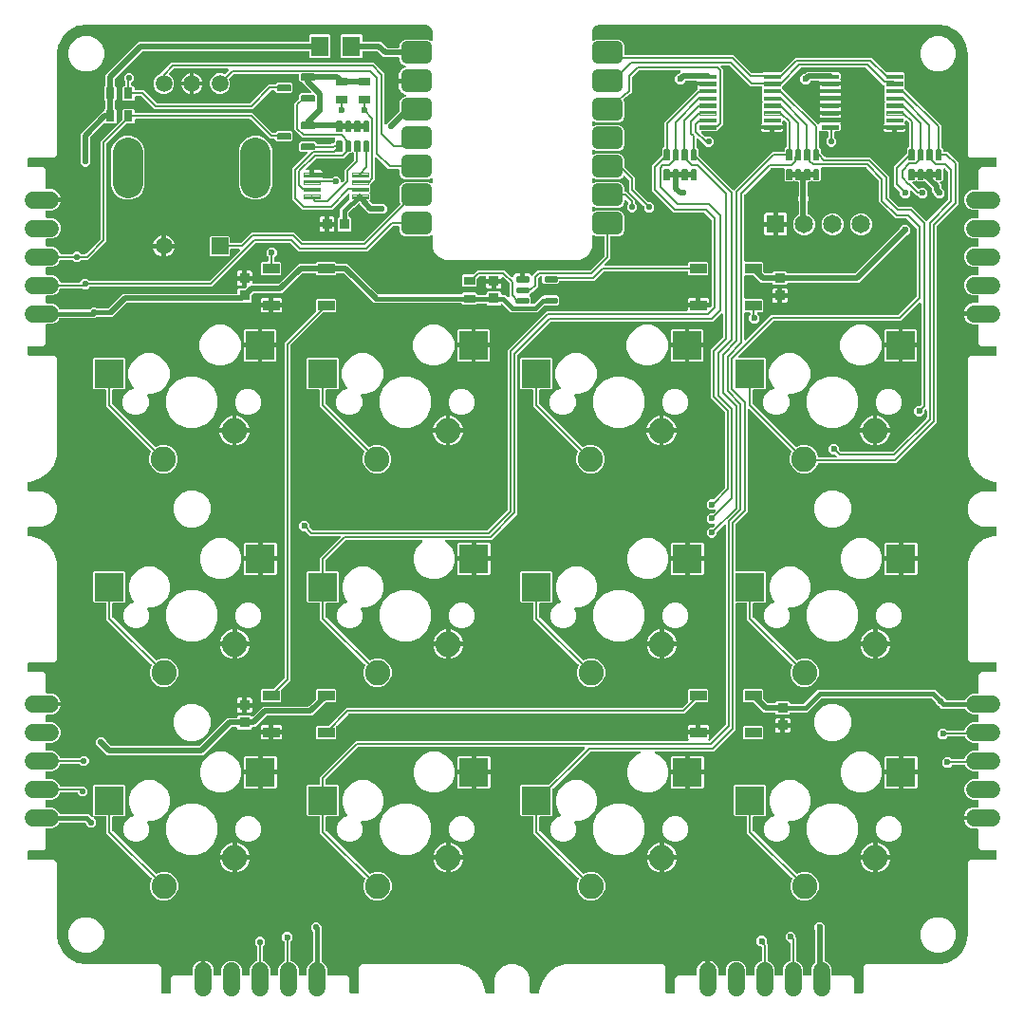
<source format=gbr>
G04 EAGLE Gerber RS-274X export*
G75*
%MOMM*%
%FSLAX34Y34*%
%LPD*%
%INBottom Copper*%
%IPPOS*%
%AMOC8*
5,1,8,0,0,1.08239X$1,22.5*%
G01*
G04 Define Apertures*
%ADD10R,0.970200X0.920900*%
%ADD11R,0.920900X0.970200*%
%ADD12C,1.500000*%
%ADD13R,1.500000X1.500000*%
%ADD14C,2.700000*%
%ADD15R,1.650000X1.650000*%
%ADD16C,1.650000*%
%ADD17R,1.500000X0.900000*%
%ADD18C,0.150000*%
%ADD19R,0.798700X0.973900*%
%ADD20R,0.973900X0.798700*%
%ADD21C,0.132500*%
%ADD22C,2.250000*%
%ADD23R,2.550000X2.500000*%
%ADD24C,1.000000*%
%ADD25C,0.095250*%
%ADD26C,0.104775*%
%ADD27C,0.295000*%
%ADD28C,1.524000*%
%ADD29R,1.600000X1.800000*%
%ADD30C,0.600000*%
%ADD31C,0.203200*%
%ADD32C,0.581000*%
%ADD33C,0.508000*%
%ADD34C,0.457200*%
G36*
X-305332Y-432158D02*
X-305728Y-432238D01*
X-312172Y-432238D01*
X-312538Y-432170D01*
X-312879Y-431952D01*
X-313108Y-431618D01*
X-313188Y-431222D01*
X-313188Y-408442D01*
X-315392Y-406238D01*
X-380000Y-406238D01*
X-380159Y-406226D01*
X-387953Y-404991D01*
X-388255Y-404893D01*
X-395286Y-401310D01*
X-395544Y-401123D01*
X-401123Y-395544D01*
X-401310Y-395286D01*
X-404893Y-388255D01*
X-404991Y-387953D01*
X-406226Y-380159D01*
X-406238Y-380000D01*
X-406238Y-315392D01*
X-408442Y-313188D01*
X-431222Y-313188D01*
X-431588Y-313120D01*
X-431929Y-312902D01*
X-432158Y-312568D01*
X-432238Y-312172D01*
X-432238Y-305728D01*
X-432170Y-305362D01*
X-431952Y-305021D01*
X-431618Y-304792D01*
X-431222Y-304712D01*
X-418442Y-304712D01*
X-416238Y-302508D01*
X-416238Y-285960D01*
X-416170Y-285594D01*
X-415952Y-285253D01*
X-415618Y-285024D01*
X-415222Y-284944D01*
X-410461Y-284944D01*
X-407100Y-283552D01*
X-404528Y-280980D01*
X-404221Y-280237D01*
X-404012Y-279919D01*
X-403678Y-279690D01*
X-403282Y-279610D01*
X-381740Y-279610D01*
X-381359Y-279684D01*
X-381022Y-279908D01*
X-380622Y-280307D01*
X-380405Y-280629D01*
X-380324Y-281026D01*
X-380324Y-281456D01*
X-377730Y-284050D01*
X-374061Y-284050D01*
X-371466Y-281456D01*
X-371466Y-277786D01*
X-373144Y-276108D01*
X-373348Y-275816D01*
X-373441Y-275422D01*
X-373374Y-275024D01*
X-373156Y-274683D01*
X-372822Y-274454D01*
X-372426Y-274374D01*
X-362906Y-274374D01*
X-362540Y-274442D01*
X-362199Y-274660D01*
X-361970Y-274994D01*
X-361890Y-275390D01*
X-361890Y-289102D01*
X-322159Y-328833D01*
X-321945Y-329148D01*
X-321861Y-329544D01*
X-321939Y-329940D01*
X-323624Y-334009D01*
X-323624Y-339091D01*
X-321679Y-343786D01*
X-318086Y-347379D01*
X-313391Y-349324D01*
X-308309Y-349324D01*
X-303614Y-347379D01*
X-300021Y-343786D01*
X-298076Y-339091D01*
X-298076Y-334009D01*
X-300021Y-329314D01*
X-303614Y-325721D01*
X-308309Y-323776D01*
X-313391Y-323776D01*
X-317460Y-325461D01*
X-317832Y-325539D01*
X-318230Y-325464D01*
X-318567Y-325241D01*
X-356512Y-287295D01*
X-356730Y-286973D01*
X-356810Y-286577D01*
X-356810Y-275390D01*
X-356742Y-275024D01*
X-356524Y-274683D01*
X-356190Y-274454D01*
X-355794Y-274374D01*
X-345969Y-274374D01*
X-345076Y-273481D01*
X-345076Y-247219D01*
X-345969Y-246326D01*
X-372731Y-246326D01*
X-373624Y-247219D01*
X-373624Y-273492D01*
X-373444Y-273750D01*
X-373351Y-274144D01*
X-373418Y-274542D01*
X-373636Y-274883D01*
X-373970Y-275112D01*
X-374366Y-275192D01*
X-374540Y-275192D01*
X-374921Y-275118D01*
X-375258Y-274894D01*
X-378163Y-271990D01*
X-403282Y-271990D01*
X-403656Y-271919D01*
X-403995Y-271698D01*
X-404221Y-271363D01*
X-404528Y-270620D01*
X-407100Y-268048D01*
X-410461Y-266656D01*
X-415222Y-266656D01*
X-415588Y-266588D01*
X-415929Y-266370D01*
X-416158Y-266036D01*
X-416238Y-265640D01*
X-416238Y-260560D01*
X-416170Y-260194D01*
X-415952Y-259853D01*
X-415618Y-259624D01*
X-415222Y-259544D01*
X-410461Y-259544D01*
X-407100Y-258152D01*
X-404528Y-255580D01*
X-403695Y-253567D01*
X-403486Y-253249D01*
X-403152Y-253020D01*
X-402756Y-252940D01*
X-388585Y-252940D01*
X-388218Y-253008D01*
X-387878Y-253226D01*
X-387649Y-253560D01*
X-387635Y-253628D01*
X-384974Y-256289D01*
X-381305Y-256289D01*
X-378711Y-253695D01*
X-378711Y-250026D01*
X-381305Y-247431D01*
X-384974Y-247431D01*
X-385105Y-247562D01*
X-385428Y-247780D01*
X-385824Y-247860D01*
X-402756Y-247860D01*
X-403130Y-247789D01*
X-403469Y-247568D01*
X-403695Y-247233D01*
X-404528Y-245220D01*
X-407100Y-242648D01*
X-410461Y-241256D01*
X-415222Y-241256D01*
X-415588Y-241188D01*
X-415929Y-240970D01*
X-416158Y-240636D01*
X-416238Y-240240D01*
X-416238Y-235160D01*
X-416170Y-234794D01*
X-415952Y-234453D01*
X-415618Y-234224D01*
X-415222Y-234144D01*
X-410461Y-234144D01*
X-407100Y-232752D01*
X-404528Y-230180D01*
X-403695Y-228167D01*
X-403486Y-227849D01*
X-403152Y-227620D01*
X-402756Y-227540D01*
X-386204Y-227540D01*
X-385823Y-227614D01*
X-385486Y-227838D01*
X-384105Y-229219D01*
X-380435Y-229219D01*
X-377841Y-226625D01*
X-377841Y-222955D01*
X-380435Y-220361D01*
X-384105Y-220361D01*
X-385906Y-222162D01*
X-386228Y-222380D01*
X-386624Y-222460D01*
X-402756Y-222460D01*
X-403130Y-222389D01*
X-403469Y-222168D01*
X-403695Y-221833D01*
X-404528Y-219820D01*
X-407100Y-217248D01*
X-410461Y-215856D01*
X-415222Y-215856D01*
X-415588Y-215788D01*
X-415929Y-215570D01*
X-416158Y-215236D01*
X-416238Y-214840D01*
X-416238Y-209760D01*
X-416170Y-209394D01*
X-415952Y-209053D01*
X-415618Y-208824D01*
X-415222Y-208744D01*
X-410461Y-208744D01*
X-407100Y-207352D01*
X-404528Y-204780D01*
X-403136Y-201419D01*
X-403136Y-197781D01*
X-404528Y-194420D01*
X-407100Y-191848D01*
X-410461Y-190456D01*
X-415222Y-190456D01*
X-415588Y-190388D01*
X-415929Y-190170D01*
X-416158Y-189836D01*
X-416238Y-189440D01*
X-416238Y-184836D01*
X-416170Y-184470D01*
X-415952Y-184129D01*
X-415618Y-183900D01*
X-415222Y-183820D01*
X-410366Y-183820D01*
X-406831Y-182355D01*
X-404125Y-179649D01*
X-402709Y-176232D01*
X-421932Y-176232D01*
X-421932Y-172168D01*
X-402709Y-172168D01*
X-404125Y-168751D01*
X-406831Y-166045D01*
X-410366Y-164580D01*
X-415222Y-164580D01*
X-415588Y-164512D01*
X-415929Y-164294D01*
X-416158Y-163960D01*
X-416238Y-163564D01*
X-416238Y-147492D01*
X-418442Y-145288D01*
X-431222Y-145288D01*
X-431588Y-145220D01*
X-431929Y-145002D01*
X-432158Y-144668D01*
X-432238Y-144272D01*
X-432238Y-137828D01*
X-432170Y-137462D01*
X-431952Y-137121D01*
X-431618Y-136892D01*
X-431222Y-136812D01*
X-408442Y-136812D01*
X-406238Y-134608D01*
X-406238Y-47603D01*
X-408956Y-39239D01*
X-414125Y-32125D01*
X-421239Y-26956D01*
X-429603Y-24238D01*
X-431222Y-24238D01*
X-431588Y-24170D01*
X-431929Y-23952D01*
X-432158Y-23618D01*
X-432238Y-23222D01*
X-432238Y-16778D01*
X-432170Y-16412D01*
X-431952Y-16071D01*
X-431618Y-15842D01*
X-431222Y-15762D01*
X-418865Y-15762D01*
X-413072Y-13362D01*
X-408638Y-8929D01*
X-406238Y-3135D01*
X-406238Y3135D01*
X-408638Y8929D01*
X-413072Y13362D01*
X-418865Y15762D01*
X-431222Y15762D01*
X-431588Y15830D01*
X-431929Y16048D01*
X-432158Y16382D01*
X-432238Y16778D01*
X-432238Y23222D01*
X-432170Y23588D01*
X-431952Y23929D01*
X-431618Y24158D01*
X-431222Y24238D01*
X-429603Y24238D01*
X-421239Y26956D01*
X-414125Y32125D01*
X-408956Y39239D01*
X-406238Y47603D01*
X-406238Y134608D01*
X-408442Y136812D01*
X-431222Y136812D01*
X-431588Y136880D01*
X-431929Y137098D01*
X-432158Y137432D01*
X-432238Y137828D01*
X-432238Y144272D01*
X-432170Y144638D01*
X-431952Y144979D01*
X-431618Y145208D01*
X-431222Y145288D01*
X-418442Y145288D01*
X-416238Y147492D01*
X-416238Y164040D01*
X-416170Y164406D01*
X-415952Y164747D01*
X-415618Y164976D01*
X-415222Y165056D01*
X-410561Y165056D01*
X-407200Y166448D01*
X-404628Y169020D01*
X-404321Y169763D01*
X-404112Y170081D01*
X-403778Y170310D01*
X-403382Y170390D01*
X-372862Y170390D01*
X-372718Y170533D01*
X-372396Y170751D01*
X-372000Y170831D01*
X-371545Y170831D01*
X-371224Y171152D01*
X-370902Y171370D01*
X-370506Y171450D01*
X-360498Y171450D01*
X-360117Y171376D01*
X-359846Y171196D01*
X-356457Y171196D01*
X-344054Y183598D01*
X-343732Y183816D01*
X-343336Y183896D01*
X-239491Y183896D01*
X-239439Y183948D01*
X-239117Y184165D01*
X-238720Y184246D01*
X-233278Y184246D01*
X-232385Y185138D01*
X-232385Y190581D01*
X-232311Y190962D01*
X-232087Y191299D01*
X-231059Y192328D01*
X-230737Y192545D01*
X-230340Y192626D01*
X-205161Y192626D01*
X-187528Y210258D01*
X-187206Y210476D01*
X-186810Y210556D01*
X-176040Y210556D01*
X-175674Y210488D01*
X-175333Y210270D01*
X-175104Y209936D01*
X-175024Y209540D01*
X-175024Y209489D01*
X-174131Y208596D01*
X-157869Y208596D01*
X-156976Y209489D01*
X-156976Y209540D01*
X-156908Y209906D01*
X-156690Y210247D01*
X-156356Y210476D01*
X-155960Y210556D01*
X-150684Y210556D01*
X-150303Y210482D01*
X-149966Y210258D01*
X-123463Y183755D01*
X-123158Y183696D01*
X-123040Y183618D01*
X-45510Y183618D01*
X-45143Y183550D01*
X-44803Y183332D01*
X-44574Y182998D01*
X-44545Y182855D01*
X-43601Y181911D01*
X-32599Y181911D01*
X-31642Y182867D01*
X-31638Y182890D01*
X-31420Y183231D01*
X-31087Y183460D01*
X-30691Y183540D01*
X-23818Y183540D01*
X-23452Y183472D01*
X-23111Y183254D01*
X-22882Y182920D01*
X-22821Y182617D01*
X-21909Y181706D01*
X-10945Y181706D01*
X-10068Y182582D01*
X-9761Y182793D01*
X-9366Y182880D01*
X-8968Y182805D01*
X-8631Y182582D01*
X-1559Y175510D01*
X22462Y175510D01*
X28261Y181308D01*
X28583Y181526D01*
X28979Y181606D01*
X39957Y181606D01*
X41714Y183363D01*
X41714Y188797D01*
X39957Y190554D01*
X28323Y190554D01*
X27956Y190188D01*
X27634Y189970D01*
X27238Y189890D01*
X26066Y189890D01*
X19604Y183428D01*
X19281Y183210D01*
X18885Y183130D01*
X17630Y183130D01*
X17264Y183198D01*
X16923Y183416D01*
X16694Y183750D01*
X16614Y184146D01*
X16614Y188797D01*
X15300Y190112D01*
X15089Y190419D01*
X15002Y190814D01*
X15076Y191211D01*
X15300Y191548D01*
X16494Y192742D01*
X16816Y192960D01*
X17212Y193040D01*
X17562Y193040D01*
X22860Y198338D01*
X22860Y205537D01*
X22934Y205918D01*
X23158Y206255D01*
X24635Y207732D01*
X24957Y207950D01*
X25353Y208030D01*
X25550Y208030D01*
X25916Y207962D01*
X26257Y207744D01*
X26486Y207410D01*
X26566Y207014D01*
X26566Y202363D01*
X28323Y200606D01*
X39957Y200606D01*
X41714Y202363D01*
X41714Y202794D01*
X41782Y203160D01*
X42000Y203501D01*
X42334Y203730D01*
X42730Y203810D01*
X73450Y203810D01*
X81422Y211782D01*
X81744Y212000D01*
X82140Y212080D01*
X155960Y212080D01*
X156326Y212012D01*
X156667Y211794D01*
X156896Y211460D01*
X156976Y211064D01*
X156976Y209489D01*
X157869Y208596D01*
X174131Y208596D01*
X175024Y209489D01*
X175024Y219751D01*
X174131Y220644D01*
X157869Y220644D01*
X156976Y219751D01*
X156976Y218176D01*
X156908Y217810D01*
X156690Y217469D01*
X156356Y217240D01*
X155960Y217160D01*
X83505Y217160D01*
X83154Y217223D01*
X82810Y217435D01*
X82576Y217765D01*
X82489Y218160D01*
X82563Y218557D01*
X82787Y218894D01*
X87508Y223616D01*
X87508Y242260D01*
X87576Y242626D01*
X87794Y242967D01*
X88128Y243196D01*
X88524Y243276D01*
X95016Y243276D01*
X97414Y244269D01*
X99249Y246104D01*
X100242Y248502D01*
X100242Y261098D01*
X99249Y263496D01*
X97414Y265331D01*
X95016Y266324D01*
X74920Y266324D01*
X72667Y265391D01*
X72310Y265314D01*
X71912Y265382D01*
X71571Y265599D01*
X71342Y265933D01*
X71262Y266329D01*
X71262Y268671D01*
X71327Y269029D01*
X71543Y269372D01*
X71874Y269603D01*
X72270Y269687D01*
X72667Y269609D01*
X74920Y268676D01*
X95016Y268676D01*
X97414Y269669D01*
X99249Y271504D01*
X100242Y273902D01*
X100242Y274713D01*
X100305Y275064D01*
X100517Y275408D01*
X100847Y275642D01*
X101242Y275729D01*
X101639Y275655D01*
X101976Y275432D01*
X103574Y273834D01*
X103784Y273527D01*
X103871Y273132D01*
X103797Y272734D01*
X103574Y272397D01*
X102251Y271075D01*
X102251Y267405D01*
X104845Y264811D01*
X108515Y264811D01*
X111109Y267405D01*
X111109Y271075D01*
X109518Y272666D01*
X109300Y272988D01*
X109220Y273384D01*
X109220Y275372D01*
X101852Y282740D01*
X101258Y282740D01*
X100892Y282808D01*
X100551Y283026D01*
X100322Y283360D01*
X100242Y283756D01*
X100242Y286498D01*
X99249Y288896D01*
X97414Y290731D01*
X95016Y291724D01*
X74920Y291724D01*
X72667Y290791D01*
X72310Y290714D01*
X71912Y290782D01*
X71571Y290999D01*
X71342Y291333D01*
X71262Y291729D01*
X71262Y294071D01*
X71327Y294429D01*
X71543Y294772D01*
X71874Y295003D01*
X72270Y295087D01*
X72667Y295009D01*
X74920Y294076D01*
X95016Y294076D01*
X97414Y295069D01*
X99318Y296973D01*
X99625Y297184D01*
X100020Y297271D01*
X100417Y297197D01*
X100755Y296973D01*
X103842Y293885D01*
X104060Y293563D01*
X104140Y293167D01*
X104140Y283428D01*
X117296Y270271D01*
X117514Y269949D01*
X117594Y269553D01*
X117594Y267302D01*
X120188Y264708D01*
X123858Y264708D01*
X126452Y267302D01*
X126452Y270972D01*
X123858Y273566D01*
X121607Y273566D01*
X121226Y273640D01*
X120889Y273864D01*
X109518Y285235D01*
X109300Y285557D01*
X109220Y285953D01*
X109220Y295692D01*
X100540Y304373D01*
X100322Y304695D01*
X100242Y305091D01*
X100242Y311898D01*
X99249Y314296D01*
X97414Y316131D01*
X95016Y317124D01*
X74920Y317124D01*
X72667Y316191D01*
X72310Y316114D01*
X71912Y316182D01*
X71571Y316399D01*
X71342Y316733D01*
X71262Y317129D01*
X71262Y319471D01*
X71327Y319829D01*
X71543Y320172D01*
X71874Y320403D01*
X72270Y320487D01*
X72667Y320409D01*
X74920Y319476D01*
X95016Y319476D01*
X97414Y320469D01*
X99249Y322304D01*
X100242Y324702D01*
X100242Y337298D01*
X99249Y339696D01*
X97414Y341531D01*
X95016Y342524D01*
X74920Y342524D01*
X72667Y341591D01*
X72310Y341514D01*
X71912Y341582D01*
X71571Y341799D01*
X71342Y342133D01*
X71262Y342529D01*
X71262Y344871D01*
X71327Y345229D01*
X71543Y345572D01*
X71874Y345803D01*
X72270Y345887D01*
X72667Y345809D01*
X74920Y344876D01*
X95016Y344876D01*
X97414Y345869D01*
X99249Y347704D01*
X100242Y350102D01*
X100242Y362698D01*
X99395Y364742D01*
X99319Y365182D01*
X99419Y365574D01*
X99664Y365895D01*
X104808Y370400D01*
X105081Y370572D01*
X105120Y370579D01*
X105853Y371313D01*
X105902Y371359D01*
X106680Y372040D01*
X106680Y373075D01*
X106682Y373142D01*
X106751Y374180D01*
X106680Y374529D01*
X106680Y384607D01*
X106754Y384988D01*
X106978Y385325D01*
X112515Y390862D01*
X112837Y391080D01*
X113233Y391160D01*
X149280Y391160D01*
X149631Y391097D01*
X149975Y390885D01*
X150209Y390555D01*
X150296Y390160D01*
X150222Y389763D01*
X149998Y389426D01*
X148934Y388362D01*
X148612Y388144D01*
X148216Y388064D01*
X147986Y388064D01*
X145336Y385414D01*
X145336Y381666D01*
X147986Y379016D01*
X151734Y379016D01*
X154326Y381608D01*
X154648Y381826D01*
X155045Y381906D01*
X163864Y381906D01*
X164230Y381838D01*
X164571Y381620D01*
X164739Y381375D01*
X176405Y381375D01*
X176405Y377565D01*
X164880Y377565D01*
X164880Y377016D01*
X165294Y376602D01*
X165504Y376295D01*
X165591Y375900D01*
X165517Y375502D01*
X165356Y375259D01*
X165356Y375249D01*
X165282Y374868D01*
X165058Y374531D01*
X135320Y344793D01*
X135320Y323238D01*
X135246Y322857D01*
X135022Y322520D01*
X133686Y321183D01*
X133686Y315929D01*
X133612Y315548D01*
X133388Y315211D01*
X124460Y306282D01*
X124460Y283428D01*
X143728Y264160D01*
X171247Y264160D01*
X171628Y264086D01*
X171965Y263862D01*
X177502Y258325D01*
X177720Y258003D01*
X177800Y257607D01*
X177800Y181122D01*
X177726Y180741D01*
X177502Y180404D01*
X177234Y180136D01*
X176942Y179932D01*
X176548Y179839D01*
X176516Y179844D01*
X176516Y179588D01*
X156500Y179588D01*
X156500Y177628D01*
X156432Y177262D01*
X156214Y176921D01*
X155880Y176692D01*
X155484Y176612D01*
X30780Y176612D01*
X-4064Y141768D01*
X-4064Y-559D01*
X-4138Y-940D01*
X-4362Y-1277D01*
X-21583Y-18498D01*
X-21905Y-18716D01*
X-22301Y-18796D01*
X-177851Y-18796D01*
X-178232Y-18722D01*
X-178569Y-18498D01*
X-180598Y-16469D01*
X-180816Y-16147D01*
X-180896Y-15751D01*
X-180896Y-13366D01*
X-183546Y-10716D01*
X-187294Y-10716D01*
X-189944Y-13366D01*
X-189944Y-17114D01*
X-187294Y-19764D01*
X-184909Y-19764D01*
X-184528Y-19838D01*
X-184191Y-20062D01*
X-180376Y-23876D01*
X-154381Y-23876D01*
X-154030Y-23939D01*
X-153686Y-24151D01*
X-153452Y-24481D01*
X-153365Y-24876D01*
X-153439Y-25273D01*
X-153663Y-25610D01*
X-171390Y-43338D01*
X-171390Y-54810D01*
X-171458Y-55176D01*
X-171676Y-55517D01*
X-172010Y-55746D01*
X-172406Y-55826D01*
X-182231Y-55826D01*
X-183124Y-56719D01*
X-183124Y-82981D01*
X-182231Y-83874D01*
X-172406Y-83874D01*
X-172040Y-83942D01*
X-171699Y-84160D01*
X-171470Y-84494D01*
X-171390Y-84890D01*
X-171390Y-98602D01*
X-131659Y-138333D01*
X-131445Y-138648D01*
X-131361Y-139044D01*
X-131439Y-139440D01*
X-133124Y-143509D01*
X-133124Y-148591D01*
X-131179Y-153286D01*
X-127586Y-156879D01*
X-122891Y-158824D01*
X-117809Y-158824D01*
X-113114Y-156879D01*
X-109521Y-153286D01*
X-107576Y-148591D01*
X-107576Y-143509D01*
X-109521Y-138814D01*
X-113114Y-135221D01*
X-117809Y-133276D01*
X-122891Y-133276D01*
X-126960Y-134961D01*
X-127332Y-135039D01*
X-127730Y-134964D01*
X-128067Y-134741D01*
X-166012Y-96795D01*
X-166230Y-96473D01*
X-166310Y-96077D01*
X-166310Y-84890D01*
X-166242Y-84524D01*
X-166024Y-84183D01*
X-165690Y-83954D01*
X-165294Y-83874D01*
X-155469Y-83874D01*
X-154576Y-82981D01*
X-154576Y-56719D01*
X-155469Y-55826D01*
X-165294Y-55826D01*
X-165660Y-55758D01*
X-166001Y-55540D01*
X-166230Y-55206D01*
X-166310Y-54810D01*
X-166310Y-45863D01*
X-166236Y-45482D01*
X-166012Y-45145D01*
X-148597Y-27730D01*
X-148275Y-27512D01*
X-147879Y-27432D01*
X-81080Y-27432D01*
X-80729Y-27495D01*
X-80385Y-27707D01*
X-80151Y-28037D01*
X-80064Y-28432D01*
X-80138Y-28829D01*
X-80362Y-29166D01*
X-85313Y-34118D01*
X-88090Y-40822D01*
X-88090Y-48078D01*
X-85313Y-54782D01*
X-80182Y-59913D01*
X-73478Y-62690D01*
X-66222Y-62690D01*
X-59518Y-59913D01*
X-54387Y-54782D01*
X-51610Y-48078D01*
X-51610Y-40822D01*
X-54387Y-34118D01*
X-59338Y-29166D01*
X-59542Y-28874D01*
X-59635Y-28480D01*
X-59568Y-28082D01*
X-59350Y-27741D01*
X-59016Y-27512D01*
X-58620Y-27432D01*
X-18303Y-27432D01*
X4572Y-4557D01*
X4572Y137052D01*
X4646Y137433D01*
X4870Y137770D01*
X34270Y167170D01*
X34592Y167388D01*
X34988Y167468D01*
X179371Y167468D01*
X186226Y174323D01*
X186518Y174527D01*
X186912Y174620D01*
X187310Y174552D01*
X187651Y174334D01*
X187880Y174001D01*
X187960Y173605D01*
X187960Y153223D01*
X187886Y152842D01*
X187662Y152505D01*
X177356Y142198D01*
X177356Y99102D01*
X189694Y86763D01*
X189912Y86441D01*
X189992Y86045D01*
X189992Y19253D01*
X189918Y18872D01*
X189694Y18535D01*
X180033Y8873D01*
X179711Y8656D01*
X179315Y8576D01*
X176173Y8576D01*
X173523Y5926D01*
X173523Y2178D01*
X176173Y-472D01*
X180313Y-472D01*
X180664Y-535D01*
X181008Y-747D01*
X181242Y-1077D01*
X181329Y-1472D01*
X181254Y-1870D01*
X181031Y-2207D01*
X179493Y-3745D01*
X179170Y-3962D01*
X178774Y-4043D01*
X176389Y-4043D01*
X173739Y-6693D01*
X173739Y-10441D01*
X176389Y-13091D01*
X179961Y-13091D01*
X180312Y-13153D01*
X180656Y-13366D01*
X180890Y-13696D01*
X180977Y-14091D01*
X180903Y-14488D01*
X180679Y-14825D01*
X179285Y-16219D01*
X178963Y-16437D01*
X178567Y-16517D01*
X176182Y-16517D01*
X173532Y-19167D01*
X173532Y-22915D01*
X176182Y-25565D01*
X179930Y-25565D01*
X182580Y-22915D01*
X182580Y-20530D01*
X182654Y-20149D01*
X182877Y-19812D01*
X188734Y-13955D01*
X189026Y-13751D01*
X189420Y-13658D01*
X189818Y-13726D01*
X190159Y-13944D01*
X190388Y-14277D01*
X190468Y-14674D01*
X190468Y-192290D01*
X190394Y-192671D01*
X190170Y-193008D01*
X176548Y-206630D01*
X176226Y-206848D01*
X175830Y-206928D01*
X175733Y-206928D01*
X175382Y-206865D01*
X175038Y-206653D01*
X174804Y-206323D01*
X174717Y-205928D01*
X174792Y-205531D01*
X175015Y-205194D01*
X175500Y-204708D01*
X175500Y-201412D01*
X156500Y-201412D01*
X156500Y-204708D01*
X156985Y-205194D01*
X157189Y-205486D01*
X157282Y-205880D01*
X157214Y-206278D01*
X156997Y-206619D01*
X156663Y-206848D01*
X156267Y-206928D01*
X-139400Y-206928D01*
X-171390Y-238918D01*
X-171390Y-245310D01*
X-171458Y-245676D01*
X-171676Y-246017D01*
X-172010Y-246246D01*
X-172406Y-246326D01*
X-182231Y-246326D01*
X-183124Y-247219D01*
X-183124Y-273481D01*
X-182231Y-274374D01*
X-172406Y-274374D01*
X-172040Y-274442D01*
X-171699Y-274660D01*
X-171470Y-274994D01*
X-171390Y-275390D01*
X-171390Y-289102D01*
X-131659Y-328833D01*
X-131445Y-329148D01*
X-131361Y-329544D01*
X-131439Y-329940D01*
X-133124Y-334009D01*
X-133124Y-339091D01*
X-131179Y-343786D01*
X-127586Y-347379D01*
X-122891Y-349324D01*
X-117809Y-349324D01*
X-113114Y-347379D01*
X-109521Y-343786D01*
X-107576Y-339091D01*
X-107576Y-334009D01*
X-109521Y-329314D01*
X-113114Y-325721D01*
X-117809Y-323776D01*
X-122891Y-323776D01*
X-126960Y-325461D01*
X-127332Y-325539D01*
X-127730Y-325464D01*
X-128067Y-325241D01*
X-166012Y-287295D01*
X-166230Y-286973D01*
X-166310Y-286577D01*
X-166310Y-275390D01*
X-166242Y-275024D01*
X-166024Y-274683D01*
X-165690Y-274454D01*
X-165294Y-274374D01*
X-155469Y-274374D01*
X-154576Y-273481D01*
X-154576Y-247219D01*
X-155469Y-246326D01*
X-165294Y-246326D01*
X-165660Y-246258D01*
X-166001Y-246040D01*
X-166230Y-245706D01*
X-166310Y-245310D01*
X-166310Y-241443D01*
X-166236Y-241062D01*
X-166012Y-240725D01*
X-137593Y-212306D01*
X-137271Y-212088D01*
X-136875Y-212008D01*
X63947Y-212008D01*
X64298Y-212071D01*
X64642Y-212283D01*
X64876Y-212613D01*
X64963Y-213008D01*
X64889Y-213405D01*
X64665Y-213742D01*
X32379Y-246028D01*
X32057Y-246246D01*
X31661Y-246326D01*
X8269Y-246326D01*
X7376Y-247219D01*
X7376Y-273481D01*
X8269Y-274374D01*
X18094Y-274374D01*
X18460Y-274442D01*
X18801Y-274660D01*
X19030Y-274994D01*
X19110Y-275390D01*
X19110Y-289102D01*
X58841Y-328833D01*
X59055Y-329148D01*
X59139Y-329544D01*
X59061Y-329940D01*
X57376Y-334009D01*
X57376Y-339091D01*
X59321Y-343786D01*
X62914Y-347379D01*
X67609Y-349324D01*
X72691Y-349324D01*
X77386Y-347379D01*
X80979Y-343786D01*
X82924Y-339091D01*
X82924Y-334009D01*
X80979Y-329314D01*
X77386Y-325721D01*
X72691Y-323776D01*
X67609Y-323776D01*
X63540Y-325461D01*
X63168Y-325539D01*
X62770Y-325464D01*
X62433Y-325241D01*
X24488Y-287295D01*
X24270Y-286973D01*
X24190Y-286577D01*
X24190Y-275390D01*
X24258Y-275024D01*
X24476Y-274683D01*
X24810Y-274454D01*
X25206Y-274374D01*
X35031Y-274374D01*
X35924Y-273481D01*
X35924Y-250089D01*
X35998Y-249708D01*
X36222Y-249371D01*
X69223Y-216370D01*
X69545Y-216152D01*
X69941Y-216072D01*
X113454Y-216072D01*
X113798Y-216132D01*
X114144Y-216342D01*
X114380Y-216669D01*
X114470Y-217064D01*
X114399Y-217462D01*
X114178Y-217801D01*
X113843Y-218027D01*
X110318Y-219487D01*
X105187Y-224618D01*
X102410Y-231322D01*
X102410Y-238578D01*
X105187Y-245282D01*
X110318Y-250413D01*
X117022Y-253190D01*
X124278Y-253190D01*
X130982Y-250413D01*
X136113Y-245282D01*
X138890Y-238578D01*
X138890Y-231322D01*
X136113Y-224618D01*
X130982Y-219487D01*
X127457Y-218027D01*
X127162Y-217840D01*
X126923Y-217514D01*
X126830Y-217120D01*
X126898Y-216722D01*
X127116Y-216381D01*
X127449Y-216152D01*
X127846Y-216072D01*
X180038Y-216072D01*
X199104Y-197006D01*
X199104Y-84890D01*
X199172Y-84524D01*
X199390Y-84183D01*
X199724Y-83954D01*
X200120Y-83874D01*
X208594Y-83874D01*
X208960Y-83942D01*
X209301Y-84160D01*
X209530Y-84494D01*
X209610Y-84890D01*
X209610Y-98602D01*
X249341Y-138333D01*
X249555Y-138648D01*
X249639Y-139044D01*
X249561Y-139440D01*
X247876Y-143509D01*
X247876Y-148591D01*
X249821Y-153286D01*
X253414Y-156879D01*
X258109Y-158824D01*
X263191Y-158824D01*
X267886Y-156879D01*
X271479Y-153286D01*
X273424Y-148591D01*
X273424Y-143509D01*
X271479Y-138814D01*
X267886Y-135221D01*
X263191Y-133276D01*
X258109Y-133276D01*
X254040Y-134961D01*
X253668Y-135039D01*
X253270Y-134964D01*
X252933Y-134741D01*
X214988Y-96795D01*
X214770Y-96473D01*
X214690Y-96077D01*
X214690Y-84890D01*
X214758Y-84524D01*
X214976Y-84183D01*
X215310Y-83954D01*
X215706Y-83874D01*
X225531Y-83874D01*
X226424Y-82981D01*
X226424Y-56719D01*
X225531Y-55826D01*
X200120Y-55826D01*
X199754Y-55758D01*
X199413Y-55540D01*
X199184Y-55206D01*
X199104Y-54810D01*
X199104Y-14064D01*
X199178Y-13682D01*
X199402Y-13345D01*
X210312Y-2435D01*
X210312Y88543D01*
X210375Y88894D01*
X210587Y89238D01*
X210917Y89472D01*
X211312Y89559D01*
X211709Y89485D01*
X212046Y89261D01*
X249141Y52167D01*
X249355Y51852D01*
X249439Y51457D01*
X249361Y51060D01*
X247676Y46991D01*
X247676Y41909D01*
X249621Y37214D01*
X253214Y33621D01*
X257909Y31676D01*
X262991Y31676D01*
X267686Y33621D01*
X271279Y37214D01*
X272439Y40013D01*
X272647Y40331D01*
X272981Y40560D01*
X273377Y40640D01*
X342080Y40640D01*
X378968Y77529D01*
X378968Y252368D01*
X379042Y252749D01*
X379266Y253086D01*
X397764Y271585D01*
X397764Y309408D01*
X388542Y318630D01*
X385490Y318630D01*
X385124Y318698D01*
X384783Y318916D01*
X384554Y319250D01*
X384474Y319646D01*
X384474Y321183D01*
X383138Y322520D01*
X382920Y322842D01*
X382840Y323238D01*
X382840Y342253D01*
X350562Y374531D01*
X350344Y374853D01*
X350270Y375222D01*
X349990Y375502D01*
X349779Y375809D01*
X349692Y376204D01*
X349766Y376601D01*
X349990Y376938D01*
X350264Y377213D01*
X350264Y381727D01*
X349990Y382002D01*
X349779Y382309D01*
X349692Y382704D01*
X349766Y383101D01*
X349990Y383438D01*
X350264Y383713D01*
X350264Y388227D01*
X349092Y389399D01*
X334084Y389399D01*
X333703Y389473D01*
X333366Y389697D01*
X320310Y402752D01*
X252710Y402752D01*
X239654Y389697D01*
X239332Y389479D01*
X238936Y389399D01*
X223928Y389399D01*
X223336Y388808D01*
X223014Y388590D01*
X222618Y388510D01*
X214038Y388510D01*
X213657Y388584D01*
X213319Y388808D01*
X197407Y404720D01*
X101258Y404720D01*
X100892Y404788D01*
X100551Y405006D01*
X100322Y405340D01*
X100242Y405736D01*
X100242Y413498D01*
X99249Y415896D01*
X97414Y417731D01*
X95016Y418724D01*
X74920Y418724D01*
X72667Y417791D01*
X72310Y417714D01*
X71912Y417782D01*
X71571Y417999D01*
X71342Y418333D01*
X71262Y418729D01*
X71262Y426000D01*
X71297Y426263D01*
X71996Y428874D01*
X72259Y429329D01*
X74171Y431241D01*
X74626Y431504D01*
X77237Y432203D01*
X77500Y432238D01*
X380000Y432238D01*
X380159Y432226D01*
X387953Y430991D01*
X388255Y430893D01*
X395286Y427310D01*
X395544Y427123D01*
X401123Y421544D01*
X401310Y421286D01*
X404893Y414255D01*
X404991Y413953D01*
X406226Y406159D01*
X406238Y406000D01*
X406238Y315392D01*
X408442Y313188D01*
X431222Y313188D01*
X431588Y313120D01*
X431929Y312902D01*
X432158Y312568D01*
X432238Y312172D01*
X432238Y305728D01*
X432170Y305362D01*
X431952Y305021D01*
X431618Y304792D01*
X431222Y304712D01*
X418442Y304712D01*
X416238Y302508D01*
X416238Y285960D01*
X416170Y285594D01*
X415952Y285253D01*
X415618Y285024D01*
X415222Y284944D01*
X410561Y284944D01*
X407200Y283552D01*
X404628Y280980D01*
X403236Y277619D01*
X403236Y273981D01*
X404628Y270620D01*
X407200Y268048D01*
X410561Y266656D01*
X415222Y266656D01*
X415588Y266588D01*
X415929Y266370D01*
X416158Y266036D01*
X416238Y265640D01*
X416238Y260560D01*
X416170Y260194D01*
X415952Y259853D01*
X415618Y259624D01*
X415222Y259544D01*
X410561Y259544D01*
X407200Y258152D01*
X404628Y255580D01*
X403236Y252219D01*
X403236Y248581D01*
X404628Y245220D01*
X407200Y242648D01*
X410561Y241256D01*
X415222Y241256D01*
X415588Y241188D01*
X415929Y240970D01*
X416158Y240636D01*
X416238Y240240D01*
X416238Y235160D01*
X416170Y234794D01*
X415952Y234453D01*
X415618Y234224D01*
X415222Y234144D01*
X410561Y234144D01*
X407200Y232752D01*
X404628Y230180D01*
X403236Y226819D01*
X403236Y223181D01*
X404628Y219820D01*
X407200Y217248D01*
X410561Y215856D01*
X415222Y215856D01*
X415588Y215788D01*
X415929Y215570D01*
X416158Y215236D01*
X416238Y214840D01*
X416238Y209760D01*
X416170Y209394D01*
X415952Y209053D01*
X415618Y208824D01*
X415222Y208744D01*
X410561Y208744D01*
X407200Y207352D01*
X404628Y204780D01*
X403236Y201419D01*
X403236Y197781D01*
X404628Y194420D01*
X407200Y191848D01*
X410561Y190456D01*
X415222Y190456D01*
X415588Y190388D01*
X415929Y190170D01*
X416158Y189836D01*
X416238Y189440D01*
X416238Y184836D01*
X416170Y184470D01*
X415952Y184129D01*
X415618Y183900D01*
X415222Y183820D01*
X410466Y183820D01*
X406931Y182355D01*
X404225Y179649D01*
X402809Y176232D01*
X422032Y176232D01*
X422032Y172168D01*
X402809Y172168D01*
X404225Y168751D01*
X406931Y166045D01*
X410466Y164580D01*
X415222Y164580D01*
X415588Y164512D01*
X415929Y164294D01*
X416158Y163960D01*
X416238Y163564D01*
X416238Y147492D01*
X418442Y145288D01*
X431222Y145288D01*
X431588Y145220D01*
X431929Y145002D01*
X432158Y144668D01*
X432238Y144272D01*
X432238Y137828D01*
X432170Y137462D01*
X431952Y137121D01*
X431618Y136892D01*
X431222Y136812D01*
X408442Y136812D01*
X406238Y134608D01*
X406238Y47603D01*
X408956Y39239D01*
X414125Y32125D01*
X421239Y26956D01*
X429603Y24238D01*
X431222Y24238D01*
X431588Y24170D01*
X431929Y23952D01*
X432158Y23618D01*
X432238Y23222D01*
X432238Y16778D01*
X432170Y16412D01*
X431952Y16071D01*
X431618Y15842D01*
X431222Y15762D01*
X418865Y15762D01*
X413072Y13362D01*
X408638Y8929D01*
X406238Y3135D01*
X406238Y-3135D01*
X408638Y-8929D01*
X413072Y-13362D01*
X418865Y-15762D01*
X431222Y-15762D01*
X431588Y-15830D01*
X431929Y-16048D01*
X432158Y-16382D01*
X432238Y-16778D01*
X432238Y-23222D01*
X432170Y-23588D01*
X431952Y-23929D01*
X431618Y-24158D01*
X431222Y-24238D01*
X429603Y-24238D01*
X421239Y-26956D01*
X414125Y-32125D01*
X408956Y-39239D01*
X406238Y-47603D01*
X406238Y-134608D01*
X408442Y-136812D01*
X431222Y-136812D01*
X431588Y-136880D01*
X431929Y-137098D01*
X432158Y-137432D01*
X432238Y-137828D01*
X432238Y-144272D01*
X432170Y-144638D01*
X431952Y-144979D01*
X431618Y-145208D01*
X431222Y-145288D01*
X418442Y-145288D01*
X416238Y-147492D01*
X416238Y-164040D01*
X416170Y-164406D01*
X415952Y-164747D01*
X415618Y-164976D01*
X415222Y-165056D01*
X410551Y-165056D01*
X407190Y-166448D01*
X404618Y-169020D01*
X404311Y-169763D01*
X404102Y-170081D01*
X403768Y-170310D01*
X403372Y-170390D01*
X387589Y-170390D01*
X387223Y-170322D01*
X386882Y-170104D01*
X386766Y-169934D01*
X383979Y-167147D01*
X383524Y-167147D01*
X383143Y-167073D01*
X382806Y-166849D01*
X377246Y-161290D01*
X272742Y-161290D01*
X260465Y-173566D01*
X260143Y-173784D01*
X259747Y-173864D01*
X248691Y-173864D01*
X248325Y-173796D01*
X247984Y-173578D01*
X247755Y-173244D01*
X247675Y-172848D01*
X247675Y-172438D01*
X246782Y-171546D01*
X235818Y-171546D01*
X234925Y-172438D01*
X234925Y-172594D01*
X234857Y-172960D01*
X234639Y-173301D01*
X234305Y-173530D01*
X233909Y-173610D01*
X228398Y-173610D01*
X228017Y-173536D01*
X227680Y-173312D01*
X224322Y-169954D01*
X224104Y-169632D01*
X224024Y-169236D01*
X224024Y-161249D01*
X223131Y-160356D01*
X206869Y-160356D01*
X205976Y-161249D01*
X205976Y-171511D01*
X206869Y-172404D01*
X214856Y-172404D01*
X215237Y-172478D01*
X215574Y-172702D01*
X224611Y-181738D01*
X233909Y-181738D01*
X234275Y-181806D01*
X234616Y-182024D01*
X234845Y-182358D01*
X234925Y-182754D01*
X234925Y-182910D01*
X235818Y-183803D01*
X246782Y-183803D01*
X247675Y-182910D01*
X247675Y-182500D01*
X247743Y-182134D01*
X247961Y-181793D01*
X248295Y-181564D01*
X248691Y-181484D01*
X259495Y-181484D01*
X259876Y-181558D01*
X259954Y-181610D01*
X263198Y-181610D01*
X275601Y-169208D01*
X275923Y-168990D01*
X276319Y-168910D01*
X373669Y-168910D01*
X374050Y-168984D01*
X374387Y-169208D01*
X377417Y-172238D01*
X377635Y-172560D01*
X377715Y-172956D01*
X377715Y-173411D01*
X380309Y-176005D01*
X380764Y-176005D01*
X381145Y-176079D01*
X381482Y-176303D01*
X383190Y-178010D01*
X403372Y-178010D01*
X403746Y-178081D01*
X404085Y-178302D01*
X404311Y-178637D01*
X404618Y-179380D01*
X407190Y-181952D01*
X410551Y-183344D01*
X415222Y-183344D01*
X415588Y-183412D01*
X415929Y-183630D01*
X416158Y-183964D01*
X416238Y-184360D01*
X416238Y-189440D01*
X416170Y-189806D01*
X415952Y-190147D01*
X415618Y-190376D01*
X415222Y-190456D01*
X410551Y-190456D01*
X407190Y-191848D01*
X404618Y-194420D01*
X403345Y-197493D01*
X403137Y-197811D01*
X402803Y-198040D01*
X402407Y-198120D01*
X388487Y-198120D01*
X388105Y-198046D01*
X387768Y-197822D01*
X386082Y-196136D01*
X382334Y-196136D01*
X379684Y-198786D01*
X379684Y-202534D01*
X382334Y-205184D01*
X386082Y-205184D01*
X387768Y-203498D01*
X388090Y-203280D01*
X388487Y-203200D01*
X403285Y-203200D01*
X403659Y-203271D01*
X403998Y-203492D01*
X404224Y-203827D01*
X404618Y-204780D01*
X407190Y-207352D01*
X410551Y-208744D01*
X415222Y-208744D01*
X415588Y-208812D01*
X415929Y-209030D01*
X416158Y-209364D01*
X416238Y-209760D01*
X416238Y-214840D01*
X416170Y-215206D01*
X415952Y-215547D01*
X415618Y-215776D01*
X415222Y-215856D01*
X410551Y-215856D01*
X407190Y-217248D01*
X404618Y-219820D01*
X403345Y-222893D01*
X403137Y-223211D01*
X402803Y-223440D01*
X402407Y-223520D01*
X392551Y-223520D01*
X392169Y-223446D01*
X391832Y-223222D01*
X390146Y-221536D01*
X386398Y-221536D01*
X383748Y-224186D01*
X383748Y-227934D01*
X386398Y-230584D01*
X390146Y-230584D01*
X391832Y-228898D01*
X392154Y-228680D01*
X392551Y-228600D01*
X403285Y-228600D01*
X403659Y-228671D01*
X403998Y-228892D01*
X404224Y-229227D01*
X404618Y-230180D01*
X407190Y-232752D01*
X410551Y-234144D01*
X415222Y-234144D01*
X415588Y-234212D01*
X415929Y-234430D01*
X416158Y-234764D01*
X416238Y-235160D01*
X416238Y-240240D01*
X416170Y-240606D01*
X415952Y-240947D01*
X415618Y-241176D01*
X415222Y-241256D01*
X410551Y-241256D01*
X407190Y-242648D01*
X404618Y-245220D01*
X403226Y-248581D01*
X403226Y-252219D01*
X404618Y-255580D01*
X407190Y-258152D01*
X410551Y-259544D01*
X415222Y-259544D01*
X415588Y-259612D01*
X415929Y-259830D01*
X416158Y-260164D01*
X416238Y-260560D01*
X416238Y-265164D01*
X416170Y-265530D01*
X415952Y-265871D01*
X415618Y-266100D01*
X415222Y-266180D01*
X410456Y-266180D01*
X406921Y-267645D01*
X404215Y-270351D01*
X402799Y-273768D01*
X422022Y-273768D01*
X422022Y-277832D01*
X402799Y-277832D01*
X404215Y-281249D01*
X406921Y-283955D01*
X410456Y-285420D01*
X415222Y-285420D01*
X415588Y-285488D01*
X415929Y-285706D01*
X416158Y-286040D01*
X416238Y-286436D01*
X416238Y-302508D01*
X418442Y-304712D01*
X431222Y-304712D01*
X431588Y-304780D01*
X431929Y-304998D01*
X432158Y-305332D01*
X432238Y-305728D01*
X432238Y-312172D01*
X432170Y-312538D01*
X431952Y-312879D01*
X431618Y-313108D01*
X431222Y-313188D01*
X408442Y-313188D01*
X406238Y-315392D01*
X406238Y-380000D01*
X406226Y-380159D01*
X404991Y-387953D01*
X404893Y-388255D01*
X401310Y-395286D01*
X401123Y-395544D01*
X395544Y-401123D01*
X395286Y-401310D01*
X388255Y-404893D01*
X387953Y-404991D01*
X380159Y-406226D01*
X380000Y-406238D01*
X315392Y-406238D01*
X313188Y-408442D01*
X313188Y-431222D01*
X313120Y-431588D01*
X312902Y-431929D01*
X312568Y-432158D01*
X312172Y-432238D01*
X305728Y-432238D01*
X305362Y-432170D01*
X305021Y-431952D01*
X304792Y-431618D01*
X304712Y-431222D01*
X304712Y-418442D01*
X302508Y-416238D01*
X285960Y-416238D01*
X285594Y-416170D01*
X285253Y-415952D01*
X285024Y-415618D01*
X284944Y-415222D01*
X284944Y-410561D01*
X283552Y-407200D01*
X280980Y-404628D01*
X279011Y-403813D01*
X278693Y-403604D01*
X278464Y-403270D01*
X278384Y-402874D01*
X278384Y-376135D01*
X278458Y-375753D01*
X278682Y-375416D01*
X278844Y-375254D01*
X278844Y-371506D01*
X276194Y-368856D01*
X272446Y-368856D01*
X269796Y-371506D01*
X269796Y-375254D01*
X269958Y-375416D01*
X270176Y-375738D01*
X270256Y-376135D01*
X270256Y-404572D01*
X270182Y-404953D01*
X269958Y-405290D01*
X268048Y-407200D01*
X266656Y-410561D01*
X266656Y-415222D01*
X266588Y-415588D01*
X266370Y-415929D01*
X266036Y-416158D01*
X265640Y-416238D01*
X260560Y-416238D01*
X260194Y-416170D01*
X259853Y-415952D01*
X259624Y-415618D01*
X259544Y-415222D01*
X259544Y-410561D01*
X258152Y-407200D01*
X255580Y-404628D01*
X253567Y-403795D01*
X253249Y-403586D01*
X253020Y-403252D01*
X252940Y-402856D01*
X252940Y-382343D01*
X252795Y-382128D01*
X252715Y-381732D01*
X252715Y-379816D01*
X250065Y-377166D01*
X246317Y-377166D01*
X243667Y-379816D01*
X243667Y-383564D01*
X246317Y-386214D01*
X246844Y-386214D01*
X247210Y-386282D01*
X247551Y-386500D01*
X247780Y-386833D01*
X247860Y-387230D01*
X247860Y-402856D01*
X247789Y-403230D01*
X247568Y-403569D01*
X247233Y-403795D01*
X245220Y-404628D01*
X242648Y-407200D01*
X241256Y-410561D01*
X241256Y-415222D01*
X241188Y-415588D01*
X240970Y-415929D01*
X240636Y-416158D01*
X240240Y-416238D01*
X235160Y-416238D01*
X234794Y-416170D01*
X234453Y-415952D01*
X234224Y-415618D01*
X234144Y-415222D01*
X234144Y-410561D01*
X232752Y-407200D01*
X230180Y-404628D01*
X228167Y-403795D01*
X227849Y-403586D01*
X227620Y-403252D01*
X227540Y-402856D01*
X227540Y-388540D01*
X227420Y-388420D01*
X227203Y-388098D01*
X227123Y-387702D01*
X227123Y-383730D01*
X224473Y-381080D01*
X220725Y-381080D01*
X218075Y-383730D01*
X218075Y-387478D01*
X220725Y-390128D01*
X221444Y-390128D01*
X221810Y-390196D01*
X222151Y-390414D01*
X222380Y-390748D01*
X222460Y-391144D01*
X222460Y-402856D01*
X222389Y-403230D01*
X222168Y-403569D01*
X221833Y-403795D01*
X219820Y-404628D01*
X217248Y-407200D01*
X215856Y-410561D01*
X215856Y-415222D01*
X215788Y-415588D01*
X215570Y-415929D01*
X215236Y-416158D01*
X214840Y-416238D01*
X209760Y-416238D01*
X209394Y-416170D01*
X209053Y-415952D01*
X208824Y-415618D01*
X208744Y-415222D01*
X208744Y-410561D01*
X207352Y-407200D01*
X204780Y-404628D01*
X201419Y-403236D01*
X197781Y-403236D01*
X194420Y-404628D01*
X191848Y-407200D01*
X190456Y-410561D01*
X190456Y-415222D01*
X190388Y-415588D01*
X190170Y-415929D01*
X189836Y-416158D01*
X189440Y-416238D01*
X184836Y-416238D01*
X184470Y-416170D01*
X184129Y-415952D01*
X183900Y-415618D01*
X183820Y-415222D01*
X183820Y-410466D01*
X182355Y-406931D01*
X179649Y-404225D01*
X176232Y-402809D01*
X176232Y-422032D01*
X172168Y-422032D01*
X172168Y-402809D01*
X168751Y-404225D01*
X166045Y-406931D01*
X164580Y-410466D01*
X164580Y-415222D01*
X164512Y-415588D01*
X164294Y-415929D01*
X163960Y-416158D01*
X163564Y-416238D01*
X147492Y-416238D01*
X145288Y-418442D01*
X145288Y-431222D01*
X145220Y-431588D01*
X145002Y-431929D01*
X144668Y-432158D01*
X144272Y-432238D01*
X137828Y-432238D01*
X137462Y-432170D01*
X137121Y-431952D01*
X136892Y-431618D01*
X136812Y-431222D01*
X136812Y-408442D01*
X134608Y-406238D01*
X47603Y-406238D01*
X39239Y-408956D01*
X32125Y-414125D01*
X26956Y-421239D01*
X24238Y-429603D01*
X24238Y-431222D01*
X24170Y-431588D01*
X23952Y-431929D01*
X23618Y-432158D01*
X23222Y-432238D01*
X16778Y-432238D01*
X16412Y-432170D01*
X16071Y-431952D01*
X15842Y-431618D01*
X15762Y-431222D01*
X15762Y-418865D01*
X13362Y-413072D01*
X8929Y-408638D01*
X3135Y-406238D01*
X-3135Y-406238D01*
X-8929Y-408638D01*
X-13362Y-413072D01*
X-15762Y-418865D01*
X-15762Y-431222D01*
X-15830Y-431588D01*
X-16048Y-431929D01*
X-16382Y-432158D01*
X-16778Y-432238D01*
X-23222Y-432238D01*
X-23588Y-432170D01*
X-23929Y-431952D01*
X-24158Y-431618D01*
X-24238Y-431222D01*
X-24238Y-429603D01*
X-26956Y-421239D01*
X-32125Y-414125D01*
X-39239Y-408956D01*
X-47603Y-406238D01*
X-134608Y-406238D01*
X-136812Y-408442D01*
X-136812Y-431222D01*
X-136880Y-431588D01*
X-137098Y-431929D01*
X-137432Y-432158D01*
X-137828Y-432238D01*
X-144272Y-432238D01*
X-144638Y-432170D01*
X-144979Y-431952D01*
X-145208Y-431618D01*
X-145288Y-431222D01*
X-145288Y-418442D01*
X-147492Y-416238D01*
X-164040Y-416238D01*
X-164406Y-416170D01*
X-164747Y-415952D01*
X-164976Y-415618D01*
X-165056Y-415222D01*
X-165056Y-410561D01*
X-166448Y-407200D01*
X-169020Y-404628D01*
X-169763Y-404321D01*
X-170081Y-404112D01*
X-170310Y-403778D01*
X-170390Y-403382D01*
X-170390Y-372544D01*
X-170533Y-372400D01*
X-170751Y-372078D01*
X-170831Y-371682D01*
X-170831Y-371227D01*
X-173425Y-368633D01*
X-177095Y-368633D01*
X-179689Y-371227D01*
X-179689Y-374897D01*
X-178308Y-376278D01*
X-178090Y-376600D01*
X-178010Y-376996D01*
X-178010Y-403382D01*
X-178081Y-403756D01*
X-178302Y-404095D01*
X-178637Y-404321D01*
X-179380Y-404628D01*
X-181952Y-407200D01*
X-183344Y-410561D01*
X-183344Y-415222D01*
X-183412Y-415588D01*
X-183630Y-415929D01*
X-183964Y-416158D01*
X-184360Y-416238D01*
X-189440Y-416238D01*
X-189806Y-416170D01*
X-190147Y-415952D01*
X-190376Y-415618D01*
X-190456Y-415222D01*
X-190456Y-410561D01*
X-191848Y-407200D01*
X-194420Y-404628D01*
X-197493Y-403355D01*
X-197811Y-403147D01*
X-198040Y-402813D01*
X-198120Y-402417D01*
X-198120Y-386327D01*
X-198046Y-385945D01*
X-197822Y-385608D01*
X-196136Y-383922D01*
X-196136Y-380174D01*
X-198786Y-377524D01*
X-202534Y-377524D01*
X-205184Y-380174D01*
X-205184Y-383922D01*
X-203498Y-385608D01*
X-203280Y-385930D01*
X-203200Y-386327D01*
X-203200Y-403295D01*
X-203271Y-403669D01*
X-203492Y-404008D01*
X-203827Y-404234D01*
X-204780Y-404628D01*
X-207352Y-407200D01*
X-208744Y-410561D01*
X-208744Y-415222D01*
X-208812Y-415588D01*
X-209030Y-415929D01*
X-209364Y-416158D01*
X-209760Y-416238D01*
X-214840Y-416238D01*
X-215206Y-416170D01*
X-215547Y-415952D01*
X-215776Y-415618D01*
X-215856Y-415222D01*
X-215856Y-410561D01*
X-217248Y-407200D01*
X-219820Y-404628D01*
X-221833Y-403795D01*
X-222151Y-403586D01*
X-222380Y-403252D01*
X-222460Y-402856D01*
X-222460Y-390434D01*
X-222386Y-390053D01*
X-222162Y-389716D01*
X-220583Y-388136D01*
X-220583Y-384467D01*
X-223177Y-381873D01*
X-226846Y-381873D01*
X-229441Y-384467D01*
X-229441Y-388136D01*
X-227838Y-389740D01*
X-227620Y-390062D01*
X-227540Y-390458D01*
X-227540Y-402856D01*
X-227611Y-403230D01*
X-227832Y-403569D01*
X-228167Y-403795D01*
X-230180Y-404628D01*
X-232752Y-407200D01*
X-234144Y-410561D01*
X-234144Y-415222D01*
X-234212Y-415588D01*
X-234430Y-415929D01*
X-234764Y-416158D01*
X-235160Y-416238D01*
X-240240Y-416238D01*
X-240606Y-416170D01*
X-240947Y-415952D01*
X-241176Y-415618D01*
X-241256Y-415222D01*
X-241256Y-410561D01*
X-242648Y-407200D01*
X-245220Y-404628D01*
X-248581Y-403236D01*
X-252219Y-403236D01*
X-255580Y-404628D01*
X-258152Y-407200D01*
X-259544Y-410561D01*
X-259544Y-415222D01*
X-259612Y-415588D01*
X-259830Y-415929D01*
X-260164Y-416158D01*
X-260560Y-416238D01*
X-265164Y-416238D01*
X-265530Y-416170D01*
X-265871Y-415952D01*
X-266100Y-415618D01*
X-266180Y-415222D01*
X-266180Y-410466D01*
X-267645Y-406931D01*
X-270351Y-404225D01*
X-273768Y-402809D01*
X-273768Y-422032D01*
X-277832Y-422032D01*
X-277832Y-402809D01*
X-281249Y-404225D01*
X-283955Y-406931D01*
X-285420Y-410466D01*
X-285420Y-415222D01*
X-285488Y-415588D01*
X-285706Y-415929D01*
X-286040Y-416158D01*
X-286436Y-416238D01*
X-302508Y-416238D01*
X-304712Y-418442D01*
X-304712Y-431222D01*
X-304780Y-431588D01*
X-304998Y-431929D01*
X-305332Y-432158D01*
G37*
%LPC*%
G36*
X376865Y390238D02*
X383135Y390238D01*
X388929Y392638D01*
X393362Y397072D01*
X395762Y402865D01*
X395762Y409135D01*
X393362Y414929D01*
X388929Y419362D01*
X383135Y421762D01*
X376865Y421762D01*
X371072Y419362D01*
X366638Y414929D01*
X364238Y409135D01*
X364238Y402865D01*
X366638Y397072D01*
X371072Y392638D01*
X376865Y390238D01*
G37*
G36*
X168032Y183652D02*
X175500Y183652D01*
X175500Y186948D01*
X174328Y188120D01*
X168032Y188120D01*
X168032Y183652D01*
G37*
G36*
X-212968Y183652D02*
X-205500Y183652D01*
X-205500Y186948D01*
X-206672Y188120D01*
X-212968Y188120D01*
X-212968Y183652D01*
G37*
G36*
X-224500Y183652D02*
X-217032Y183652D01*
X-217032Y188120D01*
X-223328Y188120D01*
X-224500Y186948D01*
X-224500Y183652D01*
G37*
G36*
X156500Y183652D02*
X163968Y183652D01*
X163968Y188120D01*
X157672Y188120D01*
X156500Y186948D01*
X156500Y183652D01*
G37*
G36*
X-223131Y-172404D02*
X-206869Y-172404D01*
X-205976Y-171511D01*
X-205976Y-161369D01*
X-205902Y-160988D01*
X-205678Y-160651D01*
X-198120Y-153092D01*
X-198120Y145487D01*
X-198046Y145868D01*
X-197822Y146205D01*
X-168729Y175298D01*
X-168407Y175516D01*
X-168011Y175596D01*
X-157869Y175596D01*
X-156976Y176489D01*
X-156976Y186751D01*
X-157869Y187644D01*
X-174131Y187644D01*
X-175024Y186751D01*
X-175024Y176609D01*
X-175098Y176228D01*
X-175322Y175891D01*
X-203200Y148012D01*
X-203200Y-150567D01*
X-203274Y-150948D01*
X-203498Y-151285D01*
X-212271Y-160058D01*
X-212593Y-160276D01*
X-212989Y-160356D01*
X-223131Y-160356D01*
X-224024Y-161249D01*
X-224024Y-171511D01*
X-223131Y-172404D01*
G37*
G36*
X-212968Y175120D02*
X-206672Y175120D01*
X-205500Y176292D01*
X-205500Y179588D01*
X-212968Y179588D01*
X-212968Y175120D01*
G37*
G36*
X-223328Y175120D02*
X-217032Y175120D01*
X-217032Y179588D01*
X-224500Y179588D01*
X-224500Y176292D01*
X-223328Y175120D01*
G37*
G36*
X116822Y127810D02*
X124078Y127810D01*
X130782Y130587D01*
X135913Y135718D01*
X138690Y142422D01*
X138690Y149678D01*
X135913Y156382D01*
X130782Y161513D01*
X124078Y164290D01*
X116822Y164290D01*
X110118Y161513D01*
X104987Y156382D01*
X102210Y149678D01*
X102210Y142422D01*
X104987Y135718D01*
X110118Y130587D01*
X116822Y127810D01*
G37*
G36*
X-73678Y127810D02*
X-66422Y127810D01*
X-59718Y130587D01*
X-54587Y135718D01*
X-51810Y142422D01*
X-51810Y149678D01*
X-54587Y156382D01*
X-59718Y161513D01*
X-66422Y164290D01*
X-73678Y164290D01*
X-80382Y161513D01*
X-85513Y156382D01*
X-88290Y149678D01*
X-88290Y142422D01*
X-85513Y135718D01*
X-80382Y130587D01*
X-73678Y127810D01*
G37*
G36*
X-264178Y127810D02*
X-256922Y127810D01*
X-250218Y130587D01*
X-245087Y135718D01*
X-242310Y142422D01*
X-242310Y149678D01*
X-245087Y156382D01*
X-250218Y161513D01*
X-256922Y164290D01*
X-264178Y164290D01*
X-270882Y161513D01*
X-276013Y156382D01*
X-278790Y149678D01*
X-278790Y142422D01*
X-276013Y135718D01*
X-270882Y130587D01*
X-264178Y127810D01*
G37*
G36*
X-239800Y148082D02*
X-227082Y148082D01*
X-227082Y160550D01*
X-238628Y160550D01*
X-239800Y159378D01*
X-239800Y148082D01*
G37*
G36*
X-49300Y148082D02*
X-36582Y148082D01*
X-36582Y160550D01*
X-48128Y160550D01*
X-49300Y159378D01*
X-49300Y148082D01*
G37*
G36*
X141200Y148082D02*
X153918Y148082D01*
X153918Y160550D01*
X142372Y160550D01*
X141200Y159378D01*
X141200Y148082D01*
G37*
G36*
X157982Y148082D02*
X170700Y148082D01*
X170700Y159378D01*
X169528Y160550D01*
X157982Y160550D01*
X157982Y148082D01*
G37*
G36*
X-32518Y148082D02*
X-19800Y148082D01*
X-19800Y159378D01*
X-20972Y160550D01*
X-32518Y160550D01*
X-32518Y148082D01*
G37*
G36*
X-223018Y148082D02*
X-210300Y148082D01*
X-210300Y159378D01*
X-211472Y160550D01*
X-223018Y160550D01*
X-223018Y148082D01*
G37*
G36*
X157982Y131550D02*
X169528Y131550D01*
X170700Y132722D01*
X170700Y144018D01*
X157982Y144018D01*
X157982Y131550D01*
G37*
G36*
X142372Y131550D02*
X153918Y131550D01*
X153918Y144018D01*
X141200Y144018D01*
X141200Y132722D01*
X142372Y131550D01*
G37*
G36*
X-32518Y131550D02*
X-20972Y131550D01*
X-19800Y132722D01*
X-19800Y144018D01*
X-32518Y144018D01*
X-32518Y131550D01*
G37*
G36*
X-48128Y131550D02*
X-36582Y131550D01*
X-36582Y144018D01*
X-49300Y144018D01*
X-49300Y132722D01*
X-48128Y131550D01*
G37*
G36*
X-223018Y131550D02*
X-211472Y131550D01*
X-210300Y132722D01*
X-210300Y144018D01*
X-223018Y144018D01*
X-223018Y131550D01*
G37*
G36*
X-238628Y131550D02*
X-227082Y131550D01*
X-227082Y144018D01*
X-239800Y144018D01*
X-239800Y132722D01*
X-238628Y131550D01*
G37*
G36*
X42763Y83750D02*
X47338Y83750D01*
X51564Y85501D01*
X54799Y88736D01*
X56550Y92963D01*
X56550Y97538D01*
X55114Y101005D01*
X55037Y101362D01*
X55105Y101760D01*
X55323Y102101D01*
X55656Y102330D01*
X56052Y102410D01*
X60578Y102410D01*
X67282Y105187D01*
X72413Y110318D01*
X75190Y117022D01*
X75190Y124278D01*
X72413Y130982D01*
X67282Y136113D01*
X60578Y138890D01*
X53322Y138890D01*
X46618Y136113D01*
X41487Y130982D01*
X38710Y124278D01*
X38710Y117022D01*
X41487Y110318D01*
X43320Y108484D01*
X43524Y108192D01*
X43617Y107798D01*
X43550Y107400D01*
X43332Y107059D01*
X42998Y106830D01*
X42917Y106814D01*
X38536Y104999D01*
X35301Y101764D01*
X33550Y97538D01*
X33550Y92963D01*
X35301Y88736D01*
X38536Y85501D01*
X42763Y83750D01*
G37*
G36*
X-147738Y83750D02*
X-143163Y83750D01*
X-138936Y85501D01*
X-135701Y88736D01*
X-133950Y92963D01*
X-133950Y97538D01*
X-135386Y101005D01*
X-135463Y101362D01*
X-135395Y101760D01*
X-135177Y102101D01*
X-134844Y102330D01*
X-134448Y102410D01*
X-129922Y102410D01*
X-123218Y105187D01*
X-118087Y110318D01*
X-115310Y117022D01*
X-115310Y124278D01*
X-118087Y130982D01*
X-123218Y136113D01*
X-129922Y138890D01*
X-137178Y138890D01*
X-143882Y136113D01*
X-149013Y130982D01*
X-151790Y124278D01*
X-151790Y117022D01*
X-149013Y110318D01*
X-147180Y108484D01*
X-146976Y108192D01*
X-146883Y107798D01*
X-146950Y107400D01*
X-147168Y107059D01*
X-147502Y106830D01*
X-147583Y106814D01*
X-151964Y104999D01*
X-155199Y101764D01*
X-156950Y97538D01*
X-156950Y92963D01*
X-155199Y88736D01*
X-151964Y85501D01*
X-147738Y83750D01*
G37*
G36*
X-338238Y83750D02*
X-333663Y83750D01*
X-329436Y85501D01*
X-326201Y88736D01*
X-324450Y92963D01*
X-324450Y97538D01*
X-325886Y101005D01*
X-325963Y101362D01*
X-325895Y101760D01*
X-325677Y102101D01*
X-325344Y102330D01*
X-324948Y102410D01*
X-320422Y102410D01*
X-313718Y105187D01*
X-308587Y110318D01*
X-305810Y117022D01*
X-305810Y124278D01*
X-308587Y130982D01*
X-313718Y136113D01*
X-320422Y138890D01*
X-327678Y138890D01*
X-334382Y136113D01*
X-339513Y130982D01*
X-342290Y124278D01*
X-342290Y117022D01*
X-339513Y110318D01*
X-337680Y108484D01*
X-337476Y108192D01*
X-337383Y107798D01*
X-337450Y107400D01*
X-337668Y107059D01*
X-338002Y106830D01*
X-338083Y106814D01*
X-342464Y104999D01*
X-345699Y101764D01*
X-347450Y97538D01*
X-347450Y92963D01*
X-345699Y88736D01*
X-342464Y85501D01*
X-338238Y83750D01*
G37*
G36*
X67409Y31676D02*
X72491Y31676D01*
X77186Y33621D01*
X80779Y37214D01*
X82724Y41909D01*
X82724Y46991D01*
X80779Y51686D01*
X77186Y55279D01*
X72491Y57224D01*
X67409Y57224D01*
X63340Y55539D01*
X62968Y55461D01*
X62570Y55536D01*
X62233Y55759D01*
X24288Y93705D01*
X24070Y94027D01*
X23990Y94423D01*
X23990Y105610D01*
X24058Y105976D01*
X24276Y106317D01*
X24610Y106546D01*
X25006Y106626D01*
X34831Y106626D01*
X35724Y107519D01*
X35724Y133781D01*
X34831Y134674D01*
X8069Y134674D01*
X7176Y133781D01*
X7176Y107519D01*
X8069Y106626D01*
X17894Y106626D01*
X18260Y106558D01*
X18601Y106340D01*
X18830Y106006D01*
X18910Y105610D01*
X18910Y91898D01*
X58641Y52167D01*
X58855Y51852D01*
X58939Y51457D01*
X58861Y51060D01*
X57176Y46991D01*
X57176Y41909D01*
X59121Y37214D01*
X62714Y33621D01*
X67409Y31676D01*
G37*
G36*
X-123091Y31676D02*
X-118009Y31676D01*
X-113314Y33621D01*
X-109721Y37214D01*
X-107776Y41909D01*
X-107776Y46991D01*
X-109721Y51686D01*
X-113314Y55279D01*
X-118009Y57224D01*
X-123091Y57224D01*
X-127160Y55539D01*
X-127532Y55461D01*
X-127930Y55536D01*
X-128267Y55759D01*
X-166212Y93705D01*
X-166430Y94027D01*
X-166510Y94423D01*
X-166510Y105610D01*
X-166442Y105976D01*
X-166224Y106317D01*
X-165890Y106546D01*
X-165494Y106626D01*
X-155669Y106626D01*
X-154776Y107519D01*
X-154776Y133781D01*
X-155669Y134674D01*
X-182431Y134674D01*
X-183324Y133781D01*
X-183324Y107519D01*
X-182431Y106626D01*
X-172606Y106626D01*
X-172240Y106558D01*
X-171899Y106340D01*
X-171670Y106006D01*
X-171590Y105610D01*
X-171590Y91898D01*
X-131859Y52167D01*
X-131645Y51852D01*
X-131561Y51457D01*
X-131639Y51060D01*
X-133324Y46991D01*
X-133324Y41909D01*
X-131379Y37214D01*
X-127786Y33621D01*
X-123091Y31676D01*
G37*
G36*
X-313591Y31676D02*
X-308509Y31676D01*
X-303814Y33621D01*
X-300221Y37214D01*
X-298276Y41909D01*
X-298276Y46991D01*
X-300221Y51686D01*
X-303814Y55279D01*
X-308509Y57224D01*
X-313591Y57224D01*
X-317660Y55539D01*
X-318032Y55461D01*
X-318430Y55536D01*
X-318767Y55759D01*
X-356712Y93705D01*
X-356930Y94027D01*
X-357010Y94423D01*
X-357010Y105610D01*
X-356942Y105976D01*
X-356724Y106317D01*
X-356390Y106546D01*
X-355994Y106626D01*
X-346169Y106626D01*
X-345276Y107519D01*
X-345276Y133781D01*
X-346169Y134674D01*
X-372931Y134674D01*
X-373824Y133781D01*
X-373824Y107519D01*
X-372931Y106626D01*
X-363106Y106626D01*
X-362740Y106558D01*
X-362399Y106340D01*
X-362170Y106006D01*
X-362090Y105610D01*
X-362090Y91898D01*
X-322359Y52167D01*
X-322145Y51852D01*
X-322061Y51457D01*
X-322139Y51060D01*
X-323824Y46991D01*
X-323824Y41909D01*
X-321879Y37214D01*
X-318286Y33621D01*
X-313591Y31676D01*
G37*
G36*
X-100013Y72311D02*
X-90887Y72311D01*
X-82456Y75803D01*
X-76003Y82256D01*
X-72511Y90687D01*
X-72511Y99813D01*
X-76003Y108244D01*
X-82456Y114697D01*
X-90887Y118189D01*
X-100013Y118189D01*
X-108444Y114697D01*
X-114897Y108244D01*
X-118389Y99813D01*
X-118389Y90687D01*
X-114897Y82256D01*
X-108444Y75803D01*
X-100013Y72311D01*
G37*
G36*
X90487Y72311D02*
X99613Y72311D01*
X108044Y75803D01*
X114497Y82256D01*
X117989Y90687D01*
X117989Y99813D01*
X114497Y108244D01*
X108044Y114697D01*
X99613Y118189D01*
X90487Y118189D01*
X82056Y114697D01*
X75603Y108244D01*
X72111Y99813D01*
X72111Y90687D01*
X75603Y82256D01*
X82056Y75803D01*
X90487Y72311D01*
G37*
G36*
X-290513Y72311D02*
X-281387Y72311D01*
X-272956Y75803D01*
X-266503Y82256D01*
X-263011Y90687D01*
X-263011Y99813D01*
X-266503Y108244D01*
X-272956Y114697D01*
X-281387Y118189D01*
X-290513Y118189D01*
X-298944Y114697D01*
X-305397Y108244D01*
X-308889Y99813D01*
X-308889Y90687D01*
X-305397Y82256D01*
X-298944Y75803D01*
X-290513Y72311D01*
G37*
G36*
X-47738Y83750D02*
X-43163Y83750D01*
X-38936Y85501D01*
X-35701Y88736D01*
X-33950Y92963D01*
X-33950Y97538D01*
X-35701Y101764D01*
X-38936Y104999D01*
X-43163Y106750D01*
X-47738Y106750D01*
X-51964Y104999D01*
X-55199Y101764D01*
X-56950Y97538D01*
X-56950Y92963D01*
X-55199Y88736D01*
X-51964Y85501D01*
X-47738Y83750D01*
G37*
G36*
X-238238Y83750D02*
X-233663Y83750D01*
X-229436Y85501D01*
X-226201Y88736D01*
X-224450Y92963D01*
X-224450Y97538D01*
X-226201Y101764D01*
X-229436Y104999D01*
X-233663Y106750D01*
X-238238Y106750D01*
X-242464Y104999D01*
X-245699Y101764D01*
X-247450Y97538D01*
X-247450Y92963D01*
X-245699Y88736D01*
X-242464Y85501D01*
X-238238Y83750D01*
G37*
G36*
X142763Y83750D02*
X147338Y83750D01*
X151564Y85501D01*
X154799Y88736D01*
X156550Y92963D01*
X156550Y97538D01*
X154799Y101764D01*
X151564Y104999D01*
X147338Y106750D01*
X142763Y106750D01*
X138536Y104999D01*
X135301Y101764D01*
X133550Y97538D01*
X133550Y92963D01*
X135301Y88736D01*
X138536Y85501D01*
X142763Y83750D01*
G37*
G36*
X119900Y71882D02*
X131118Y71882D01*
X131118Y83100D01*
X130514Y83100D01*
X125644Y81083D01*
X121917Y77356D01*
X119900Y72486D01*
X119900Y71882D01*
G37*
G36*
X-70600Y71882D02*
X-59382Y71882D01*
X-59382Y83100D01*
X-59986Y83100D01*
X-64856Y81083D01*
X-68583Y77356D01*
X-70600Y72486D01*
X-70600Y71882D01*
G37*
G36*
X-261100Y71882D02*
X-249882Y71882D01*
X-249882Y83100D01*
X-250486Y83100D01*
X-255356Y81083D01*
X-259083Y77356D01*
X-261100Y72486D01*
X-261100Y71882D01*
G37*
G36*
X-245818Y71882D02*
X-234600Y71882D01*
X-234600Y72486D01*
X-236617Y77356D01*
X-240344Y81083D01*
X-245214Y83100D01*
X-245818Y83100D01*
X-245818Y71882D01*
G37*
G36*
X-55318Y71882D02*
X-44100Y71882D01*
X-44100Y72486D01*
X-46117Y77356D01*
X-49844Y81083D01*
X-54714Y83100D01*
X-55318Y83100D01*
X-55318Y71882D01*
G37*
G36*
X135182Y71882D02*
X146400Y71882D01*
X146400Y72486D01*
X144383Y77356D01*
X140656Y81083D01*
X135786Y83100D01*
X135182Y83100D01*
X135182Y71882D01*
G37*
G36*
X-245818Y56600D02*
X-245214Y56600D01*
X-240344Y58617D01*
X-236617Y62344D01*
X-234600Y67214D01*
X-234600Y67818D01*
X-245818Y67818D01*
X-245818Y56600D01*
G37*
G36*
X-59986Y56600D02*
X-59382Y56600D01*
X-59382Y67818D01*
X-70600Y67818D01*
X-70600Y67214D01*
X-68583Y62344D01*
X-64856Y58617D01*
X-59986Y56600D01*
G37*
G36*
X-55318Y56600D02*
X-54714Y56600D01*
X-49844Y58617D01*
X-46117Y62344D01*
X-44100Y67214D01*
X-44100Y67818D01*
X-55318Y67818D01*
X-55318Y56600D01*
G37*
G36*
X130514Y56600D02*
X131118Y56600D01*
X131118Y67818D01*
X119900Y67818D01*
X119900Y67214D01*
X121917Y62344D01*
X125644Y58617D01*
X130514Y56600D01*
G37*
G36*
X135182Y56600D02*
X135786Y56600D01*
X140656Y58617D01*
X144383Y62344D01*
X146400Y67214D01*
X146400Y67818D01*
X135182Y67818D01*
X135182Y56600D01*
G37*
G36*
X-250486Y56600D02*
X-249882Y56600D01*
X-249882Y67818D01*
X-261100Y67818D01*
X-261100Y67214D01*
X-259083Y62344D01*
X-255356Y58617D01*
X-250486Y56600D01*
G37*
G36*
X282468Y-16500D02*
X289032Y-16500D01*
X295097Y-13988D01*
X299738Y-9347D01*
X302250Y-3282D01*
X302250Y3282D01*
X299738Y9347D01*
X295097Y13988D01*
X289032Y16500D01*
X282468Y16500D01*
X276403Y13988D01*
X271762Y9347D01*
X269250Y3282D01*
X269250Y-3282D01*
X271762Y-9347D01*
X276403Y-13988D01*
X282468Y-16500D01*
G37*
G36*
X-289032Y-16500D02*
X-282468Y-16500D01*
X-276403Y-13988D01*
X-271762Y-9347D01*
X-269250Y-3282D01*
X-269250Y3282D01*
X-271762Y9347D01*
X-276403Y13988D01*
X-282468Y16500D01*
X-289032Y16500D01*
X-295097Y13988D01*
X-299738Y9347D01*
X-302250Y3282D01*
X-302250Y-3282D01*
X-299738Y-9347D01*
X-295097Y-13988D01*
X-289032Y-16500D01*
G37*
G36*
X-263978Y-62690D02*
X-256722Y-62690D01*
X-250018Y-59913D01*
X-244887Y-54782D01*
X-242110Y-48078D01*
X-242110Y-40822D01*
X-244887Y-34118D01*
X-250018Y-28987D01*
X-256722Y-26210D01*
X-263978Y-26210D01*
X-270682Y-28987D01*
X-275813Y-34118D01*
X-278590Y-40822D01*
X-278590Y-48078D01*
X-275813Y-54782D01*
X-270682Y-59913D01*
X-263978Y-62690D01*
G37*
G36*
X307522Y-62690D02*
X314778Y-62690D01*
X321482Y-59913D01*
X326613Y-54782D01*
X329390Y-48078D01*
X329390Y-40822D01*
X326613Y-34118D01*
X321482Y-28987D01*
X314778Y-26210D01*
X307522Y-26210D01*
X300818Y-28987D01*
X295687Y-34118D01*
X292910Y-40822D01*
X292910Y-48078D01*
X295687Y-54782D01*
X300818Y-59913D01*
X307522Y-62690D01*
G37*
G36*
X117022Y-62690D02*
X124278Y-62690D01*
X130982Y-59913D01*
X136113Y-54782D01*
X138890Y-48078D01*
X138890Y-40822D01*
X136113Y-34118D01*
X130982Y-28987D01*
X124278Y-26210D01*
X117022Y-26210D01*
X110318Y-28987D01*
X105187Y-34118D01*
X102410Y-40822D01*
X102410Y-48078D01*
X105187Y-54782D01*
X110318Y-59913D01*
X117022Y-62690D01*
G37*
G36*
X-32318Y-42418D02*
X-19600Y-42418D01*
X-19600Y-31122D01*
X-20772Y-29950D01*
X-32318Y-29950D01*
X-32318Y-42418D01*
G37*
G36*
X348682Y-42418D02*
X361400Y-42418D01*
X361400Y-31122D01*
X360228Y-29950D01*
X348682Y-29950D01*
X348682Y-42418D01*
G37*
G36*
X158182Y-42418D02*
X170900Y-42418D01*
X170900Y-31122D01*
X169728Y-29950D01*
X158182Y-29950D01*
X158182Y-42418D01*
G37*
G36*
X-222818Y-42418D02*
X-210100Y-42418D01*
X-210100Y-31122D01*
X-211272Y-29950D01*
X-222818Y-29950D01*
X-222818Y-42418D01*
G37*
G36*
X-239600Y-42418D02*
X-226882Y-42418D01*
X-226882Y-29950D01*
X-238428Y-29950D01*
X-239600Y-31122D01*
X-239600Y-42418D01*
G37*
G36*
X-49100Y-42418D02*
X-36382Y-42418D01*
X-36382Y-29950D01*
X-47928Y-29950D01*
X-49100Y-31122D01*
X-49100Y-42418D01*
G37*
G36*
X141400Y-42418D02*
X154118Y-42418D01*
X154118Y-29950D01*
X142572Y-29950D01*
X141400Y-31122D01*
X141400Y-42418D01*
G37*
G36*
X331900Y-42418D02*
X344618Y-42418D01*
X344618Y-29950D01*
X333072Y-29950D01*
X331900Y-31122D01*
X331900Y-42418D01*
G37*
G36*
X333072Y-58950D02*
X344618Y-58950D01*
X344618Y-46482D01*
X331900Y-46482D01*
X331900Y-57778D01*
X333072Y-58950D01*
G37*
G36*
X-238428Y-58950D02*
X-226882Y-58950D01*
X-226882Y-46482D01*
X-239600Y-46482D01*
X-239600Y-57778D01*
X-238428Y-58950D01*
G37*
G36*
X-222818Y-58950D02*
X-211272Y-58950D01*
X-210100Y-57778D01*
X-210100Y-46482D01*
X-222818Y-46482D01*
X-222818Y-58950D01*
G37*
G36*
X-47928Y-58950D02*
X-36382Y-58950D01*
X-36382Y-46482D01*
X-49100Y-46482D01*
X-49100Y-57778D01*
X-47928Y-58950D01*
G37*
G36*
X-32318Y-58950D02*
X-20772Y-58950D01*
X-19600Y-57778D01*
X-19600Y-46482D01*
X-32318Y-46482D01*
X-32318Y-58950D01*
G37*
G36*
X142572Y-58950D02*
X154118Y-58950D01*
X154118Y-46482D01*
X141400Y-46482D01*
X141400Y-57778D01*
X142572Y-58950D01*
G37*
G36*
X158182Y-58950D02*
X169728Y-58950D01*
X170900Y-57778D01*
X170900Y-46482D01*
X158182Y-46482D01*
X158182Y-58950D01*
G37*
G36*
X348682Y-58950D02*
X360228Y-58950D01*
X361400Y-57778D01*
X361400Y-46482D01*
X348682Y-46482D01*
X348682Y-58950D01*
G37*
G36*
X42963Y-106750D02*
X47538Y-106750D01*
X51764Y-104999D01*
X54999Y-101764D01*
X56750Y-97538D01*
X56750Y-92963D01*
X55314Y-89495D01*
X55237Y-89138D01*
X55305Y-88740D01*
X55523Y-88399D01*
X55856Y-88170D01*
X56252Y-88090D01*
X60778Y-88090D01*
X67482Y-85313D01*
X72613Y-80182D01*
X75390Y-73478D01*
X75390Y-66222D01*
X72613Y-59518D01*
X67482Y-54387D01*
X60778Y-51610D01*
X53522Y-51610D01*
X46818Y-54387D01*
X41687Y-59518D01*
X38910Y-66222D01*
X38910Y-73478D01*
X41687Y-80182D01*
X43520Y-82016D01*
X43724Y-82308D01*
X43817Y-82702D01*
X43750Y-83100D01*
X43532Y-83441D01*
X43198Y-83670D01*
X43117Y-83686D01*
X38736Y-85501D01*
X35501Y-88736D01*
X33750Y-92963D01*
X33750Y-97538D01*
X35501Y-101764D01*
X38736Y-104999D01*
X42963Y-106750D01*
G37*
G36*
X-338038Y-106750D02*
X-333463Y-106750D01*
X-329236Y-104999D01*
X-326001Y-101764D01*
X-324250Y-97538D01*
X-324250Y-92963D01*
X-325686Y-89495D01*
X-325763Y-89138D01*
X-325695Y-88740D01*
X-325477Y-88399D01*
X-325144Y-88170D01*
X-324748Y-88090D01*
X-320222Y-88090D01*
X-313518Y-85313D01*
X-308387Y-80182D01*
X-305610Y-73478D01*
X-305610Y-66222D01*
X-308387Y-59518D01*
X-313518Y-54387D01*
X-320222Y-51610D01*
X-327478Y-51610D01*
X-334182Y-54387D01*
X-339313Y-59518D01*
X-342090Y-66222D01*
X-342090Y-73478D01*
X-339313Y-80182D01*
X-337480Y-82016D01*
X-337276Y-82308D01*
X-337183Y-82702D01*
X-337250Y-83100D01*
X-337468Y-83441D01*
X-337802Y-83670D01*
X-337883Y-83686D01*
X-342264Y-85501D01*
X-345499Y-88736D01*
X-347250Y-92963D01*
X-347250Y-97538D01*
X-345499Y-101764D01*
X-342264Y-104999D01*
X-338038Y-106750D01*
G37*
G36*
X-147538Y-106750D02*
X-142963Y-106750D01*
X-138736Y-104999D01*
X-135501Y-101764D01*
X-133750Y-97538D01*
X-133750Y-92963D01*
X-135186Y-89495D01*
X-135263Y-89138D01*
X-135195Y-88740D01*
X-134977Y-88399D01*
X-134644Y-88170D01*
X-134248Y-88090D01*
X-129722Y-88090D01*
X-123018Y-85313D01*
X-117887Y-80182D01*
X-115110Y-73478D01*
X-115110Y-66222D01*
X-117887Y-59518D01*
X-123018Y-54387D01*
X-129722Y-51610D01*
X-136978Y-51610D01*
X-143682Y-54387D01*
X-148813Y-59518D01*
X-151590Y-66222D01*
X-151590Y-73478D01*
X-148813Y-80182D01*
X-146980Y-82016D01*
X-146776Y-82308D01*
X-146683Y-82702D01*
X-146750Y-83100D01*
X-146968Y-83441D01*
X-147302Y-83670D01*
X-147383Y-83686D01*
X-151764Y-85501D01*
X-154999Y-88736D01*
X-156750Y-92963D01*
X-156750Y-97538D01*
X-154999Y-101764D01*
X-151764Y-104999D01*
X-147538Y-106750D01*
G37*
G36*
X233463Y-106750D02*
X238038Y-106750D01*
X242264Y-104999D01*
X245499Y-101764D01*
X247250Y-97538D01*
X247250Y-92963D01*
X245814Y-89495D01*
X245737Y-89138D01*
X245805Y-88740D01*
X246023Y-88399D01*
X246356Y-88170D01*
X246752Y-88090D01*
X251278Y-88090D01*
X257982Y-85313D01*
X263113Y-80182D01*
X265890Y-73478D01*
X265890Y-66222D01*
X263113Y-59518D01*
X257982Y-54387D01*
X251278Y-51610D01*
X244022Y-51610D01*
X237318Y-54387D01*
X232187Y-59518D01*
X229410Y-66222D01*
X229410Y-73478D01*
X232187Y-80182D01*
X234020Y-82016D01*
X234224Y-82308D01*
X234317Y-82702D01*
X234250Y-83100D01*
X234032Y-83441D01*
X233698Y-83670D01*
X233617Y-83686D01*
X229236Y-85501D01*
X226001Y-88736D01*
X224250Y-92963D01*
X224250Y-97538D01*
X226001Y-101764D01*
X229236Y-104999D01*
X233463Y-106750D01*
G37*
G36*
X67609Y-158824D02*
X72691Y-158824D01*
X77386Y-156879D01*
X80979Y-153286D01*
X82924Y-148591D01*
X82924Y-143509D01*
X80979Y-138814D01*
X77386Y-135221D01*
X72691Y-133276D01*
X67609Y-133276D01*
X63540Y-134961D01*
X63168Y-135039D01*
X62770Y-134964D01*
X62433Y-134741D01*
X24488Y-96795D01*
X24270Y-96473D01*
X24190Y-96077D01*
X24190Y-84890D01*
X24258Y-84524D01*
X24476Y-84183D01*
X24810Y-83954D01*
X25206Y-83874D01*
X35031Y-83874D01*
X35924Y-82981D01*
X35924Y-56719D01*
X35031Y-55826D01*
X8269Y-55826D01*
X7376Y-56719D01*
X7376Y-82981D01*
X8269Y-83874D01*
X18094Y-83874D01*
X18460Y-83942D01*
X18801Y-84160D01*
X19030Y-84494D01*
X19110Y-84890D01*
X19110Y-98602D01*
X58841Y-138333D01*
X59055Y-138648D01*
X59139Y-139044D01*
X59061Y-139440D01*
X57376Y-143509D01*
X57376Y-148591D01*
X59321Y-153286D01*
X62914Y-156879D01*
X67609Y-158824D01*
G37*
G36*
X-313391Y-158824D02*
X-308309Y-158824D01*
X-303614Y-156879D01*
X-300021Y-153286D01*
X-298076Y-148591D01*
X-298076Y-143509D01*
X-300021Y-138814D01*
X-303614Y-135221D01*
X-308309Y-133276D01*
X-313391Y-133276D01*
X-317460Y-134961D01*
X-317832Y-135039D01*
X-318230Y-134964D01*
X-318567Y-134741D01*
X-356512Y-96795D01*
X-356730Y-96473D01*
X-356810Y-96077D01*
X-356810Y-84890D01*
X-356742Y-84524D01*
X-356524Y-84183D01*
X-356190Y-83954D01*
X-355794Y-83874D01*
X-345969Y-83874D01*
X-345076Y-82981D01*
X-345076Y-56719D01*
X-345969Y-55826D01*
X-372731Y-55826D01*
X-373624Y-56719D01*
X-373624Y-82981D01*
X-372731Y-83874D01*
X-362906Y-83874D01*
X-362540Y-83942D01*
X-362199Y-84160D01*
X-361970Y-84494D01*
X-361890Y-84890D01*
X-361890Y-98602D01*
X-322159Y-138333D01*
X-321945Y-138648D01*
X-321861Y-139044D01*
X-321939Y-139440D01*
X-323624Y-143509D01*
X-323624Y-148591D01*
X-321679Y-153286D01*
X-318086Y-156879D01*
X-313391Y-158824D01*
G37*
G36*
X-99813Y-118189D02*
X-90687Y-118189D01*
X-82256Y-114697D01*
X-75803Y-108244D01*
X-72311Y-99813D01*
X-72311Y-90687D01*
X-75803Y-82256D01*
X-82256Y-75803D01*
X-90687Y-72311D01*
X-99813Y-72311D01*
X-108244Y-75803D01*
X-114697Y-82256D01*
X-118189Y-90687D01*
X-118189Y-99813D01*
X-114697Y-108244D01*
X-108244Y-114697D01*
X-99813Y-118189D01*
G37*
G36*
X-290313Y-118189D02*
X-281187Y-118189D01*
X-272756Y-114697D01*
X-266303Y-108244D01*
X-262811Y-99813D01*
X-262811Y-90687D01*
X-266303Y-82256D01*
X-272756Y-75803D01*
X-281187Y-72311D01*
X-290313Y-72311D01*
X-298744Y-75803D01*
X-305197Y-82256D01*
X-308689Y-90687D01*
X-308689Y-99813D01*
X-305197Y-108244D01*
X-298744Y-114697D01*
X-290313Y-118189D01*
G37*
G36*
X281187Y-118189D02*
X290313Y-118189D01*
X298744Y-114697D01*
X305197Y-108244D01*
X308689Y-99813D01*
X308689Y-90687D01*
X305197Y-82256D01*
X298744Y-75803D01*
X290313Y-72311D01*
X281187Y-72311D01*
X272756Y-75803D01*
X266303Y-82256D01*
X262811Y-90687D01*
X262811Y-99813D01*
X266303Y-108244D01*
X272756Y-114697D01*
X281187Y-118189D01*
G37*
G36*
X90687Y-118189D02*
X99813Y-118189D01*
X108244Y-114697D01*
X114697Y-108244D01*
X118189Y-99813D01*
X118189Y-90687D01*
X114697Y-82256D01*
X108244Y-75803D01*
X99813Y-72311D01*
X90687Y-72311D01*
X82256Y-75803D01*
X75803Y-82256D01*
X72311Y-90687D01*
X72311Y-99813D01*
X75803Y-108244D01*
X82256Y-114697D01*
X90687Y-118189D01*
G37*
G36*
X-47538Y-106750D02*
X-42963Y-106750D01*
X-38736Y-104999D01*
X-35501Y-101764D01*
X-33750Y-97538D01*
X-33750Y-92963D01*
X-35501Y-88736D01*
X-38736Y-85501D01*
X-42963Y-83750D01*
X-47538Y-83750D01*
X-51764Y-85501D01*
X-54999Y-88736D01*
X-56750Y-92963D01*
X-56750Y-97538D01*
X-54999Y-101764D01*
X-51764Y-104999D01*
X-47538Y-106750D01*
G37*
G36*
X142963Y-106750D02*
X147538Y-106750D01*
X151764Y-104999D01*
X154999Y-101764D01*
X156750Y-97538D01*
X156750Y-92963D01*
X154999Y-88736D01*
X151764Y-85501D01*
X147538Y-83750D01*
X142963Y-83750D01*
X138736Y-85501D01*
X135501Y-88736D01*
X133750Y-92963D01*
X133750Y-97538D01*
X135501Y-101764D01*
X138736Y-104999D01*
X142963Y-106750D01*
G37*
G36*
X333463Y-106750D02*
X338038Y-106750D01*
X342264Y-104999D01*
X345499Y-101764D01*
X347250Y-97538D01*
X347250Y-92963D01*
X345499Y-88736D01*
X342264Y-85501D01*
X338038Y-83750D01*
X333463Y-83750D01*
X329236Y-85501D01*
X326001Y-88736D01*
X324250Y-92963D01*
X324250Y-97538D01*
X326001Y-101764D01*
X329236Y-104999D01*
X333463Y-106750D01*
G37*
G36*
X-238038Y-106750D02*
X-233463Y-106750D01*
X-229236Y-104999D01*
X-226001Y-101764D01*
X-224250Y-97538D01*
X-224250Y-92963D01*
X-226001Y-88736D01*
X-229236Y-85501D01*
X-233463Y-83750D01*
X-238038Y-83750D01*
X-242264Y-85501D01*
X-245499Y-88736D01*
X-247250Y-92963D01*
X-247250Y-97538D01*
X-245499Y-101764D01*
X-242264Y-104999D01*
X-238038Y-106750D01*
G37*
G36*
X325882Y-118618D02*
X337100Y-118618D01*
X337100Y-118014D01*
X335083Y-113144D01*
X331356Y-109417D01*
X326486Y-107400D01*
X325882Y-107400D01*
X325882Y-118618D01*
G37*
G36*
X135382Y-118618D02*
X146600Y-118618D01*
X146600Y-118014D01*
X144583Y-113144D01*
X140856Y-109417D01*
X135986Y-107400D01*
X135382Y-107400D01*
X135382Y-118618D01*
G37*
G36*
X-55118Y-118618D02*
X-43900Y-118618D01*
X-43900Y-118014D01*
X-45917Y-113144D01*
X-49644Y-109417D01*
X-54514Y-107400D01*
X-55118Y-107400D01*
X-55118Y-118618D01*
G37*
G36*
X-245618Y-118618D02*
X-234400Y-118618D01*
X-234400Y-118014D01*
X-236417Y-113144D01*
X-240144Y-109417D01*
X-245014Y-107400D01*
X-245618Y-107400D01*
X-245618Y-118618D01*
G37*
G36*
X-260900Y-118618D02*
X-249682Y-118618D01*
X-249682Y-107400D01*
X-250286Y-107400D01*
X-255156Y-109417D01*
X-258883Y-113144D01*
X-260900Y-118014D01*
X-260900Y-118618D01*
G37*
G36*
X-70400Y-118618D02*
X-59182Y-118618D01*
X-59182Y-107400D01*
X-59786Y-107400D01*
X-64656Y-109417D01*
X-68383Y-113144D01*
X-70400Y-118014D01*
X-70400Y-118618D01*
G37*
G36*
X120100Y-118618D02*
X131318Y-118618D01*
X131318Y-107400D01*
X130714Y-107400D01*
X125844Y-109417D01*
X122117Y-113144D01*
X120100Y-118014D01*
X120100Y-118618D01*
G37*
G36*
X310600Y-118618D02*
X321818Y-118618D01*
X321818Y-107400D01*
X321214Y-107400D01*
X316344Y-109417D01*
X312617Y-113144D01*
X310600Y-118014D01*
X310600Y-118618D01*
G37*
G36*
X325882Y-133900D02*
X326486Y-133900D01*
X331356Y-131883D01*
X335083Y-128156D01*
X337100Y-123286D01*
X337100Y-122682D01*
X325882Y-122682D01*
X325882Y-133900D01*
G37*
G36*
X321214Y-133900D02*
X321818Y-133900D01*
X321818Y-122682D01*
X310600Y-122682D01*
X310600Y-123286D01*
X312617Y-128156D01*
X316344Y-131883D01*
X321214Y-133900D01*
G37*
G36*
X-250286Y-133900D02*
X-249682Y-133900D01*
X-249682Y-122682D01*
X-260900Y-122682D01*
X-260900Y-123286D01*
X-258883Y-128156D01*
X-255156Y-131883D01*
X-250286Y-133900D01*
G37*
G36*
X-245618Y-133900D02*
X-245014Y-133900D01*
X-240144Y-131883D01*
X-236417Y-128156D01*
X-234400Y-123286D01*
X-234400Y-122682D01*
X-245618Y-122682D01*
X-245618Y-133900D01*
G37*
G36*
X-59786Y-133900D02*
X-59182Y-133900D01*
X-59182Y-122682D01*
X-70400Y-122682D01*
X-70400Y-123286D01*
X-68383Y-128156D01*
X-64656Y-131883D01*
X-59786Y-133900D01*
G37*
G36*
X135382Y-133900D02*
X135986Y-133900D01*
X140856Y-131883D01*
X144583Y-128156D01*
X146600Y-123286D01*
X146600Y-122682D01*
X135382Y-122682D01*
X135382Y-133900D01*
G37*
G36*
X130714Y-133900D02*
X131318Y-133900D01*
X131318Y-122682D01*
X120100Y-122682D01*
X120100Y-123286D01*
X122117Y-128156D01*
X125844Y-131883D01*
X130714Y-133900D01*
G37*
G36*
X-55118Y-133900D02*
X-54514Y-133900D01*
X-49644Y-131883D01*
X-45917Y-128156D01*
X-43900Y-123286D01*
X-43900Y-122682D01*
X-55118Y-122682D01*
X-55118Y-133900D01*
G37*
G36*
X-174131Y-205404D02*
X-157869Y-205404D01*
X-156976Y-204511D01*
X-156976Y-194369D01*
X-156902Y-193988D01*
X-156678Y-193651D01*
X-146205Y-183178D01*
X-145883Y-182960D01*
X-145487Y-182880D01*
X153452Y-182880D01*
X163631Y-172702D01*
X163953Y-172484D01*
X164349Y-172404D01*
X174131Y-172404D01*
X175024Y-171511D01*
X175024Y-161249D01*
X174131Y-160356D01*
X157869Y-160356D01*
X156976Y-161249D01*
X156976Y-171751D01*
X156902Y-172132D01*
X156678Y-172469D01*
X151645Y-177502D01*
X151323Y-177720D01*
X150927Y-177800D01*
X-148012Y-177800D01*
X-163271Y-193058D01*
X-163593Y-193276D01*
X-163989Y-193356D01*
X-174131Y-193356D01*
X-175024Y-194249D01*
X-175024Y-204511D01*
X-174131Y-205404D01*
G37*
G36*
X-361333Y-219724D02*
X-275749Y-219724D01*
X-251013Y-194988D01*
X-250691Y-194770D01*
X-250294Y-194690D01*
X-246151Y-194690D01*
X-245785Y-194758D01*
X-245444Y-194976D01*
X-245215Y-195310D01*
X-245135Y-195706D01*
X-245135Y-195862D01*
X-244242Y-196755D01*
X-233278Y-196755D01*
X-232385Y-195862D01*
X-232385Y-195706D01*
X-232317Y-195340D01*
X-232099Y-194999D01*
X-231765Y-194770D01*
X-231369Y-194690D01*
X-229457Y-194690D01*
X-219468Y-184702D01*
X-219146Y-184484D01*
X-218750Y-184404D01*
X-178277Y-184404D01*
X-166574Y-172702D01*
X-166252Y-172484D01*
X-165856Y-172404D01*
X-157869Y-172404D01*
X-156976Y-171511D01*
X-156976Y-161249D01*
X-157869Y-160356D01*
X-174131Y-160356D01*
X-175024Y-161249D01*
X-175024Y-169236D01*
X-175098Y-169617D01*
X-175322Y-169954D01*
X-181346Y-175978D01*
X-181668Y-176196D01*
X-182064Y-176276D01*
X-222537Y-176276D01*
X-231300Y-185039D01*
X-231607Y-185249D01*
X-232002Y-185336D01*
X-232400Y-185262D01*
X-232737Y-185039D01*
X-233278Y-184498D01*
X-244242Y-184498D01*
X-245135Y-185390D01*
X-245135Y-185546D01*
X-245203Y-185912D01*
X-245421Y-186253D01*
X-245755Y-186482D01*
X-246151Y-186562D01*
X-254082Y-186562D01*
X-278818Y-211298D01*
X-279141Y-211516D01*
X-279537Y-211596D01*
X-357546Y-211596D01*
X-357927Y-211522D01*
X-358264Y-211298D01*
X-362303Y-207259D01*
X-362521Y-206937D01*
X-362601Y-206541D01*
X-362601Y-206445D01*
X-365195Y-203851D01*
X-368865Y-203851D01*
X-371459Y-206445D01*
X-371459Y-210115D01*
X-368865Y-212709D01*
X-368769Y-212709D01*
X-368388Y-212783D01*
X-368051Y-213007D01*
X-361333Y-219724D01*
G37*
G36*
X-245611Y-173102D02*
X-240792Y-173102D01*
X-240792Y-168530D01*
X-244439Y-168530D01*
X-245611Y-169701D01*
X-245611Y-173102D01*
G37*
G36*
X-236728Y-173102D02*
X-231909Y-173102D01*
X-231909Y-169701D01*
X-233081Y-168530D01*
X-236728Y-168530D01*
X-236728Y-173102D01*
G37*
G36*
X-289032Y-207000D02*
X-282468Y-207000D01*
X-276403Y-204488D01*
X-271762Y-199847D01*
X-269250Y-193782D01*
X-269250Y-187218D01*
X-271762Y-181153D01*
X-276403Y-176512D01*
X-282468Y-174000D01*
X-289032Y-174000D01*
X-295097Y-176512D01*
X-299738Y-181153D01*
X-302250Y-187218D01*
X-302250Y-193782D01*
X-299738Y-199847D01*
X-295097Y-204488D01*
X-289032Y-207000D01*
G37*
G36*
X282468Y-207000D02*
X289032Y-207000D01*
X295097Y-204488D01*
X299738Y-199847D01*
X302250Y-193782D01*
X302250Y-187218D01*
X299738Y-181153D01*
X295097Y-176512D01*
X289032Y-174000D01*
X282468Y-174000D01*
X276403Y-176512D01*
X271762Y-181153D01*
X269250Y-187218D01*
X269250Y-193782D01*
X271762Y-199847D01*
X276403Y-204488D01*
X282468Y-207000D01*
G37*
G36*
X-236728Y-181739D02*
X-233081Y-181739D01*
X-231909Y-180567D01*
X-231909Y-177166D01*
X-236728Y-177166D01*
X-236728Y-181739D01*
G37*
G36*
X-244439Y-181739D02*
X-240792Y-181739D01*
X-240792Y-177166D01*
X-245611Y-177166D01*
X-245611Y-180567D01*
X-244439Y-181739D01*
G37*
G36*
X243332Y-191134D02*
X248151Y-191134D01*
X248151Y-187733D01*
X246979Y-186562D01*
X243332Y-186562D01*
X243332Y-191134D01*
G37*
G36*
X234449Y-191134D02*
X239268Y-191134D01*
X239268Y-186562D01*
X235621Y-186562D01*
X234449Y-187733D01*
X234449Y-191134D01*
G37*
G36*
X168032Y-197348D02*
X175500Y-197348D01*
X175500Y-194052D01*
X174328Y-192880D01*
X168032Y-192880D01*
X168032Y-197348D01*
G37*
G36*
X-212968Y-197348D02*
X-205500Y-197348D01*
X-205500Y-194052D01*
X-206672Y-192880D01*
X-212968Y-192880D01*
X-212968Y-197348D01*
G37*
G36*
X-224500Y-197348D02*
X-217032Y-197348D01*
X-217032Y-192880D01*
X-223328Y-192880D01*
X-224500Y-194052D01*
X-224500Y-197348D01*
G37*
G36*
X156500Y-197348D02*
X163968Y-197348D01*
X163968Y-192880D01*
X157672Y-192880D01*
X156500Y-194052D01*
X156500Y-197348D01*
G37*
G36*
X206869Y-205404D02*
X223131Y-205404D01*
X224024Y-204511D01*
X224024Y-194249D01*
X223131Y-193356D01*
X206869Y-193356D01*
X205976Y-194249D01*
X205976Y-204511D01*
X206869Y-205404D01*
G37*
G36*
X243332Y-199771D02*
X246979Y-199771D01*
X248151Y-198599D01*
X248151Y-195198D01*
X243332Y-195198D01*
X243332Y-199771D01*
G37*
G36*
X235621Y-199771D02*
X239268Y-199771D01*
X239268Y-195198D01*
X234449Y-195198D01*
X234449Y-198599D01*
X235621Y-199771D01*
G37*
G36*
X-223328Y-205880D02*
X-217032Y-205880D01*
X-217032Y-201412D01*
X-224500Y-201412D01*
X-224500Y-204708D01*
X-223328Y-205880D01*
G37*
G36*
X-212968Y-205880D02*
X-206672Y-205880D01*
X-205500Y-204708D01*
X-205500Y-201412D01*
X-212968Y-201412D01*
X-212968Y-205880D01*
G37*
G36*
X-73478Y-253190D02*
X-66222Y-253190D01*
X-59518Y-250413D01*
X-54387Y-245282D01*
X-51610Y-238578D01*
X-51610Y-231322D01*
X-54387Y-224618D01*
X-59518Y-219487D01*
X-66222Y-216710D01*
X-73478Y-216710D01*
X-80182Y-219487D01*
X-85313Y-224618D01*
X-88090Y-231322D01*
X-88090Y-238578D01*
X-85313Y-245282D01*
X-80182Y-250413D01*
X-73478Y-253190D01*
G37*
G36*
X-263978Y-253190D02*
X-256722Y-253190D01*
X-250018Y-250413D01*
X-244887Y-245282D01*
X-242110Y-238578D01*
X-242110Y-231322D01*
X-244887Y-224618D01*
X-250018Y-219487D01*
X-256722Y-216710D01*
X-263978Y-216710D01*
X-270682Y-219487D01*
X-275813Y-224618D01*
X-278590Y-231322D01*
X-278590Y-238578D01*
X-275813Y-245282D01*
X-270682Y-250413D01*
X-263978Y-253190D01*
G37*
G36*
X307522Y-253190D02*
X314778Y-253190D01*
X321482Y-250413D01*
X326613Y-245282D01*
X329390Y-238578D01*
X329390Y-231322D01*
X326613Y-224618D01*
X321482Y-219487D01*
X314778Y-216710D01*
X307522Y-216710D01*
X300818Y-219487D01*
X295687Y-224618D01*
X292910Y-231322D01*
X292910Y-238578D01*
X295687Y-245282D01*
X300818Y-250413D01*
X307522Y-253190D01*
G37*
G36*
X141400Y-232918D02*
X154118Y-232918D01*
X154118Y-220450D01*
X142572Y-220450D01*
X141400Y-221622D01*
X141400Y-232918D01*
G37*
G36*
X-239600Y-232918D02*
X-226882Y-232918D01*
X-226882Y-220450D01*
X-238428Y-220450D01*
X-239600Y-221622D01*
X-239600Y-232918D01*
G37*
G36*
X331900Y-232918D02*
X344618Y-232918D01*
X344618Y-220450D01*
X333072Y-220450D01*
X331900Y-221622D01*
X331900Y-232918D01*
G37*
G36*
X-49100Y-232918D02*
X-36382Y-232918D01*
X-36382Y-220450D01*
X-47928Y-220450D01*
X-49100Y-221622D01*
X-49100Y-232918D01*
G37*
G36*
X-32318Y-232918D02*
X-19600Y-232918D01*
X-19600Y-221622D01*
X-20772Y-220450D01*
X-32318Y-220450D01*
X-32318Y-232918D01*
G37*
G36*
X348682Y-232918D02*
X361400Y-232918D01*
X361400Y-221622D01*
X360228Y-220450D01*
X348682Y-220450D01*
X348682Y-232918D01*
G37*
G36*
X-222818Y-232918D02*
X-210100Y-232918D01*
X-210100Y-221622D01*
X-211272Y-220450D01*
X-222818Y-220450D01*
X-222818Y-232918D01*
G37*
G36*
X158182Y-232918D02*
X170900Y-232918D01*
X170900Y-221622D01*
X169728Y-220450D01*
X158182Y-220450D01*
X158182Y-232918D01*
G37*
G36*
X-32318Y-249450D02*
X-20772Y-249450D01*
X-19600Y-248278D01*
X-19600Y-236982D01*
X-32318Y-236982D01*
X-32318Y-249450D01*
G37*
G36*
X158182Y-249450D02*
X169728Y-249450D01*
X170900Y-248278D01*
X170900Y-236982D01*
X158182Y-236982D01*
X158182Y-249450D01*
G37*
G36*
X142572Y-249450D02*
X154118Y-249450D01*
X154118Y-236982D01*
X141400Y-236982D01*
X141400Y-248278D01*
X142572Y-249450D01*
G37*
G36*
X-238428Y-249450D02*
X-226882Y-249450D01*
X-226882Y-236982D01*
X-239600Y-236982D01*
X-239600Y-248278D01*
X-238428Y-249450D01*
G37*
G36*
X-222818Y-249450D02*
X-211272Y-249450D01*
X-210100Y-248278D01*
X-210100Y-236982D01*
X-222818Y-236982D01*
X-222818Y-249450D01*
G37*
G36*
X-47928Y-249450D02*
X-36382Y-249450D01*
X-36382Y-236982D01*
X-49100Y-236982D01*
X-49100Y-248278D01*
X-47928Y-249450D01*
G37*
G36*
X348682Y-249450D02*
X360228Y-249450D01*
X361400Y-248278D01*
X361400Y-236982D01*
X348682Y-236982D01*
X348682Y-249450D01*
G37*
G36*
X333072Y-249450D02*
X344618Y-249450D01*
X344618Y-236982D01*
X331900Y-236982D01*
X331900Y-248278D01*
X333072Y-249450D01*
G37*
G36*
X233463Y-297250D02*
X238038Y-297250D01*
X242264Y-295499D01*
X245499Y-292264D01*
X247250Y-288038D01*
X247250Y-283463D01*
X245814Y-279995D01*
X245737Y-279638D01*
X245805Y-279240D01*
X246023Y-278899D01*
X246356Y-278670D01*
X246752Y-278590D01*
X251278Y-278590D01*
X257982Y-275813D01*
X263113Y-270682D01*
X265890Y-263978D01*
X265890Y-256722D01*
X263113Y-250018D01*
X257982Y-244887D01*
X251278Y-242110D01*
X244022Y-242110D01*
X237318Y-244887D01*
X232187Y-250018D01*
X229410Y-256722D01*
X229410Y-263978D01*
X232187Y-270682D01*
X234020Y-272516D01*
X234224Y-272808D01*
X234317Y-273202D01*
X234250Y-273600D01*
X234032Y-273941D01*
X233698Y-274170D01*
X233617Y-274186D01*
X229236Y-276001D01*
X226001Y-279236D01*
X224250Y-283463D01*
X224250Y-288038D01*
X226001Y-292264D01*
X229236Y-295499D01*
X233463Y-297250D01*
G37*
G36*
X42963Y-297250D02*
X47538Y-297250D01*
X51764Y-295499D01*
X54999Y-292264D01*
X56750Y-288038D01*
X56750Y-283463D01*
X55314Y-279995D01*
X55237Y-279638D01*
X55305Y-279240D01*
X55523Y-278899D01*
X55856Y-278670D01*
X56252Y-278590D01*
X60778Y-278590D01*
X67482Y-275813D01*
X72613Y-270682D01*
X75390Y-263978D01*
X75390Y-256722D01*
X72613Y-250018D01*
X67482Y-244887D01*
X60778Y-242110D01*
X53522Y-242110D01*
X46818Y-244887D01*
X41687Y-250018D01*
X38910Y-256722D01*
X38910Y-263978D01*
X41687Y-270682D01*
X43520Y-272516D01*
X43724Y-272808D01*
X43817Y-273202D01*
X43750Y-273600D01*
X43532Y-273941D01*
X43198Y-274170D01*
X43117Y-274186D01*
X38736Y-276001D01*
X35501Y-279236D01*
X33750Y-283463D01*
X33750Y-288038D01*
X35501Y-292264D01*
X38736Y-295499D01*
X42963Y-297250D01*
G37*
G36*
X-147538Y-297250D02*
X-142963Y-297250D01*
X-138736Y-295499D01*
X-135501Y-292264D01*
X-133750Y-288038D01*
X-133750Y-283463D01*
X-135186Y-279995D01*
X-135263Y-279638D01*
X-135195Y-279240D01*
X-134977Y-278899D01*
X-134644Y-278670D01*
X-134248Y-278590D01*
X-129722Y-278590D01*
X-123018Y-275813D01*
X-117887Y-270682D01*
X-115110Y-263978D01*
X-115110Y-256722D01*
X-117887Y-250018D01*
X-123018Y-244887D01*
X-129722Y-242110D01*
X-136978Y-242110D01*
X-143682Y-244887D01*
X-148813Y-250018D01*
X-151590Y-256722D01*
X-151590Y-263978D01*
X-148813Y-270682D01*
X-146980Y-272516D01*
X-146776Y-272808D01*
X-146683Y-273202D01*
X-146750Y-273600D01*
X-146968Y-273941D01*
X-147302Y-274170D01*
X-147383Y-274186D01*
X-151764Y-276001D01*
X-154999Y-279236D01*
X-156750Y-283463D01*
X-156750Y-288038D01*
X-154999Y-292264D01*
X-151764Y-295499D01*
X-147538Y-297250D01*
G37*
G36*
X-338038Y-297250D02*
X-333463Y-297250D01*
X-329236Y-295499D01*
X-326001Y-292264D01*
X-324250Y-288038D01*
X-324250Y-283463D01*
X-325686Y-279995D01*
X-325763Y-279638D01*
X-325695Y-279240D01*
X-325477Y-278899D01*
X-325144Y-278670D01*
X-324748Y-278590D01*
X-320222Y-278590D01*
X-313518Y-275813D01*
X-308387Y-270682D01*
X-305610Y-263978D01*
X-305610Y-256722D01*
X-308387Y-250018D01*
X-313518Y-244887D01*
X-320222Y-242110D01*
X-327478Y-242110D01*
X-334182Y-244887D01*
X-339313Y-250018D01*
X-342090Y-256722D01*
X-342090Y-263978D01*
X-339313Y-270682D01*
X-337480Y-272516D01*
X-337276Y-272808D01*
X-337183Y-273202D01*
X-337250Y-273600D01*
X-337468Y-273941D01*
X-337802Y-274170D01*
X-337883Y-274186D01*
X-342264Y-276001D01*
X-345499Y-279236D01*
X-347250Y-283463D01*
X-347250Y-288038D01*
X-345499Y-292264D01*
X-342264Y-295499D01*
X-338038Y-297250D01*
G37*
G36*
X258109Y-349324D02*
X263191Y-349324D01*
X267886Y-347379D01*
X271479Y-343786D01*
X273424Y-339091D01*
X273424Y-334009D01*
X271479Y-329314D01*
X267886Y-325721D01*
X263191Y-323776D01*
X258109Y-323776D01*
X254040Y-325461D01*
X253668Y-325539D01*
X253270Y-325464D01*
X252933Y-325241D01*
X214988Y-287295D01*
X214770Y-286973D01*
X214690Y-286577D01*
X214690Y-275390D01*
X214758Y-275024D01*
X214976Y-274683D01*
X215310Y-274454D01*
X215706Y-274374D01*
X225531Y-274374D01*
X226424Y-273481D01*
X226424Y-247219D01*
X225531Y-246326D01*
X198769Y-246326D01*
X197876Y-247219D01*
X197876Y-273481D01*
X198769Y-274374D01*
X208594Y-274374D01*
X208960Y-274442D01*
X209301Y-274660D01*
X209530Y-274994D01*
X209610Y-275390D01*
X209610Y-289102D01*
X249341Y-328833D01*
X249555Y-329148D01*
X249639Y-329544D01*
X249561Y-329940D01*
X247876Y-334009D01*
X247876Y-339091D01*
X249821Y-343786D01*
X253414Y-347379D01*
X258109Y-349324D01*
G37*
G36*
X281187Y-308689D02*
X290313Y-308689D01*
X298744Y-305197D01*
X305197Y-298744D01*
X308689Y-290313D01*
X308689Y-281187D01*
X305197Y-272756D01*
X298744Y-266303D01*
X290313Y-262811D01*
X281187Y-262811D01*
X272756Y-266303D01*
X266303Y-272756D01*
X262811Y-281187D01*
X262811Y-290313D01*
X266303Y-298744D01*
X272756Y-305197D01*
X281187Y-308689D01*
G37*
G36*
X90687Y-308689D02*
X99813Y-308689D01*
X108244Y-305197D01*
X114697Y-298744D01*
X118189Y-290313D01*
X118189Y-281187D01*
X114697Y-272756D01*
X108244Y-266303D01*
X99813Y-262811D01*
X90687Y-262811D01*
X82256Y-266303D01*
X75803Y-272756D01*
X72311Y-281187D01*
X72311Y-290313D01*
X75803Y-298744D01*
X82256Y-305197D01*
X90687Y-308689D01*
G37*
G36*
X-99813Y-308689D02*
X-90687Y-308689D01*
X-82256Y-305197D01*
X-75803Y-298744D01*
X-72311Y-290313D01*
X-72311Y-281187D01*
X-75803Y-272756D01*
X-82256Y-266303D01*
X-90687Y-262811D01*
X-99813Y-262811D01*
X-108244Y-266303D01*
X-114697Y-272756D01*
X-118189Y-281187D01*
X-118189Y-290313D01*
X-114697Y-298744D01*
X-108244Y-305197D01*
X-99813Y-308689D01*
G37*
G36*
X-290313Y-308689D02*
X-281187Y-308689D01*
X-272756Y-305197D01*
X-266303Y-298744D01*
X-262811Y-290313D01*
X-262811Y-281187D01*
X-266303Y-272756D01*
X-272756Y-266303D01*
X-281187Y-262811D01*
X-290313Y-262811D01*
X-298744Y-266303D01*
X-305197Y-272756D01*
X-308689Y-281187D01*
X-308689Y-290313D01*
X-305197Y-298744D01*
X-298744Y-305197D01*
X-290313Y-308689D01*
G37*
G36*
X333463Y-297250D02*
X338038Y-297250D01*
X342264Y-295499D01*
X345499Y-292264D01*
X347250Y-288038D01*
X347250Y-283463D01*
X345499Y-279236D01*
X342264Y-276001D01*
X338038Y-274250D01*
X333463Y-274250D01*
X329236Y-276001D01*
X326001Y-279236D01*
X324250Y-283463D01*
X324250Y-288038D01*
X326001Y-292264D01*
X329236Y-295499D01*
X333463Y-297250D01*
G37*
G36*
X142963Y-297250D02*
X147538Y-297250D01*
X151764Y-295499D01*
X154999Y-292264D01*
X156750Y-288038D01*
X156750Y-283463D01*
X154999Y-279236D01*
X151764Y-276001D01*
X147538Y-274250D01*
X142963Y-274250D01*
X138736Y-276001D01*
X135501Y-279236D01*
X133750Y-283463D01*
X133750Y-288038D01*
X135501Y-292264D01*
X138736Y-295499D01*
X142963Y-297250D01*
G37*
G36*
X-47538Y-297250D02*
X-42963Y-297250D01*
X-38736Y-295499D01*
X-35501Y-292264D01*
X-33750Y-288038D01*
X-33750Y-283463D01*
X-35501Y-279236D01*
X-38736Y-276001D01*
X-42963Y-274250D01*
X-47538Y-274250D01*
X-51764Y-276001D01*
X-54999Y-279236D01*
X-56750Y-283463D01*
X-56750Y-288038D01*
X-54999Y-292264D01*
X-51764Y-295499D01*
X-47538Y-297250D01*
G37*
G36*
X-238038Y-297250D02*
X-233463Y-297250D01*
X-229236Y-295499D01*
X-226001Y-292264D01*
X-224250Y-288038D01*
X-224250Y-283463D01*
X-226001Y-279236D01*
X-229236Y-276001D01*
X-233463Y-274250D01*
X-238038Y-274250D01*
X-242264Y-276001D01*
X-245499Y-279236D01*
X-247250Y-283463D01*
X-247250Y-288038D01*
X-245499Y-292264D01*
X-242264Y-295499D01*
X-238038Y-297250D01*
G37*
G36*
X-245618Y-309118D02*
X-234400Y-309118D01*
X-234400Y-308514D01*
X-236417Y-303644D01*
X-240144Y-299917D01*
X-245014Y-297900D01*
X-245618Y-297900D01*
X-245618Y-309118D01*
G37*
G36*
X-55118Y-309118D02*
X-43900Y-309118D01*
X-43900Y-308514D01*
X-45917Y-303644D01*
X-49644Y-299917D01*
X-54514Y-297900D01*
X-55118Y-297900D01*
X-55118Y-309118D01*
G37*
G36*
X135382Y-309118D02*
X146600Y-309118D01*
X146600Y-308514D01*
X144583Y-303644D01*
X140856Y-299917D01*
X135986Y-297900D01*
X135382Y-297900D01*
X135382Y-309118D01*
G37*
G36*
X-70400Y-309118D02*
X-59182Y-309118D01*
X-59182Y-297900D01*
X-59786Y-297900D01*
X-64656Y-299917D01*
X-68383Y-303644D01*
X-70400Y-308514D01*
X-70400Y-309118D01*
G37*
G36*
X325882Y-309118D02*
X337100Y-309118D01*
X337100Y-308514D01*
X335083Y-303644D01*
X331356Y-299917D01*
X326486Y-297900D01*
X325882Y-297900D01*
X325882Y-309118D01*
G37*
G36*
X310600Y-309118D02*
X321818Y-309118D01*
X321818Y-297900D01*
X321214Y-297900D01*
X316344Y-299917D01*
X312617Y-303644D01*
X310600Y-308514D01*
X310600Y-309118D01*
G37*
G36*
X120100Y-309118D02*
X131318Y-309118D01*
X131318Y-297900D01*
X130714Y-297900D01*
X125844Y-299917D01*
X122117Y-303644D01*
X120100Y-308514D01*
X120100Y-309118D01*
G37*
G36*
X-260900Y-309118D02*
X-249682Y-309118D01*
X-249682Y-297900D01*
X-250286Y-297900D01*
X-255156Y-299917D01*
X-258883Y-303644D01*
X-260900Y-308514D01*
X-260900Y-309118D01*
G37*
G36*
X-250286Y-324400D02*
X-249682Y-324400D01*
X-249682Y-313182D01*
X-260900Y-313182D01*
X-260900Y-313786D01*
X-258883Y-318656D01*
X-255156Y-322383D01*
X-250286Y-324400D01*
G37*
G36*
X-245618Y-324400D02*
X-245014Y-324400D01*
X-240144Y-322383D01*
X-236417Y-318656D01*
X-234400Y-313786D01*
X-234400Y-313182D01*
X-245618Y-313182D01*
X-245618Y-324400D01*
G37*
G36*
X-59786Y-324400D02*
X-59182Y-324400D01*
X-59182Y-313182D01*
X-70400Y-313182D01*
X-70400Y-313786D01*
X-68383Y-318656D01*
X-64656Y-322383D01*
X-59786Y-324400D01*
G37*
G36*
X-55118Y-324400D02*
X-54514Y-324400D01*
X-49644Y-322383D01*
X-45917Y-318656D01*
X-43900Y-313786D01*
X-43900Y-313182D01*
X-55118Y-313182D01*
X-55118Y-324400D01*
G37*
G36*
X130714Y-324400D02*
X131318Y-324400D01*
X131318Y-313182D01*
X120100Y-313182D01*
X120100Y-313786D01*
X122117Y-318656D01*
X125844Y-322383D01*
X130714Y-324400D01*
G37*
G36*
X135382Y-324400D02*
X135986Y-324400D01*
X140856Y-322383D01*
X144583Y-318656D01*
X146600Y-313786D01*
X146600Y-313182D01*
X135382Y-313182D01*
X135382Y-324400D01*
G37*
G36*
X321214Y-324400D02*
X321818Y-324400D01*
X321818Y-313182D01*
X310600Y-313182D01*
X310600Y-313786D01*
X312617Y-318656D01*
X316344Y-322383D01*
X321214Y-324400D01*
G37*
G36*
X325882Y-324400D02*
X326486Y-324400D01*
X331356Y-322383D01*
X335083Y-318656D01*
X337100Y-313786D01*
X337100Y-313182D01*
X325882Y-313182D01*
X325882Y-324400D01*
G37*
G36*
X376865Y-395762D02*
X383135Y-395762D01*
X388929Y-393362D01*
X393362Y-388929D01*
X395762Y-383135D01*
X395762Y-376865D01*
X393362Y-371072D01*
X388929Y-366638D01*
X383135Y-364238D01*
X376865Y-364238D01*
X371072Y-366638D01*
X366638Y-371072D01*
X364238Y-376865D01*
X364238Y-383135D01*
X366638Y-388929D01*
X371072Y-393362D01*
X376865Y-395762D01*
G37*
G36*
X-383135Y-395762D02*
X-376865Y-395762D01*
X-371072Y-393362D01*
X-366638Y-388929D01*
X-364238Y-383135D01*
X-364238Y-376865D01*
X-366638Y-371072D01*
X-371072Y-366638D01*
X-376865Y-364238D01*
X-383135Y-364238D01*
X-388929Y-366638D01*
X-393362Y-371072D01*
X-395762Y-376865D01*
X-395762Y-383135D01*
X-393362Y-388929D01*
X-388929Y-393362D01*
X-383135Y-395762D01*
G37*
%LPD*%
G36*
X-385808Y202220D02*
X-386204Y202140D01*
X-402856Y202140D01*
X-403230Y202211D01*
X-403569Y202432D01*
X-403795Y202767D01*
X-404628Y204780D01*
X-407200Y207352D01*
X-410561Y208744D01*
X-415222Y208744D01*
X-415588Y208812D01*
X-415929Y209030D01*
X-416158Y209364D01*
X-416238Y209760D01*
X-416238Y214840D01*
X-416170Y215206D01*
X-415952Y215547D01*
X-415618Y215776D01*
X-415222Y215856D01*
X-410561Y215856D01*
X-407200Y217248D01*
X-404628Y219820D01*
X-403795Y221833D01*
X-403586Y222151D01*
X-403252Y222380D01*
X-402856Y222460D01*
X-392901Y222460D01*
X-392520Y222386D01*
X-392183Y222162D01*
X-390455Y220434D01*
X-386785Y220434D01*
X-385057Y222162D01*
X-384735Y222380D01*
X-384339Y222460D01*
X-378468Y222460D01*
X-362038Y238890D01*
X-362038Y325657D01*
X-361964Y326038D01*
X-361740Y326375D01*
X-344287Y343829D01*
X-343965Y344046D01*
X-343568Y344127D01*
X-337743Y344127D01*
X-336851Y345019D01*
X-336851Y346964D01*
X-336782Y347330D01*
X-336564Y347671D01*
X-336231Y347900D01*
X-335835Y347980D01*
X-234323Y347980D01*
X-233942Y347906D01*
X-233605Y347682D01*
X-216122Y330200D01*
X-212330Y330200D01*
X-211964Y330132D01*
X-211623Y329914D01*
X-211500Y329734D01*
X-209982Y328216D01*
X-197298Y328216D01*
X-195966Y329548D01*
X-195966Y335932D01*
X-197298Y337264D01*
X-209982Y337264D01*
X-211500Y335746D01*
X-211600Y335589D01*
X-211934Y335360D01*
X-212330Y335280D01*
X-213597Y335280D01*
X-213978Y335354D01*
X-214315Y335578D01*
X-231798Y353060D01*
X-335835Y353060D01*
X-336201Y353128D01*
X-336541Y353346D01*
X-336770Y353680D01*
X-336851Y354076D01*
X-336851Y356021D01*
X-337743Y356914D01*
X-346993Y356914D01*
X-347886Y356021D01*
X-347886Y347835D01*
X-347960Y347454D01*
X-348183Y347117D01*
X-367118Y328182D01*
X-367118Y241415D01*
X-367192Y241034D01*
X-367416Y240697D01*
X-380275Y227838D01*
X-380597Y227620D01*
X-380993Y227540D01*
X-384613Y227540D01*
X-384994Y227614D01*
X-385331Y227838D01*
X-386785Y229292D01*
X-390455Y229292D01*
X-391909Y227838D01*
X-392231Y227620D01*
X-392627Y227540D01*
X-402856Y227540D01*
X-403230Y227611D01*
X-403569Y227832D01*
X-403795Y228167D01*
X-404628Y230180D01*
X-407200Y232752D01*
X-410561Y234144D01*
X-415222Y234144D01*
X-415588Y234212D01*
X-415929Y234430D01*
X-416158Y234764D01*
X-416238Y235160D01*
X-416238Y240240D01*
X-416170Y240606D01*
X-415952Y240947D01*
X-415618Y241176D01*
X-415222Y241256D01*
X-410561Y241256D01*
X-407200Y242648D01*
X-404628Y245220D01*
X-403236Y248581D01*
X-403236Y252219D01*
X-404628Y255580D01*
X-407200Y258152D01*
X-410561Y259544D01*
X-415222Y259544D01*
X-415588Y259612D01*
X-415929Y259830D01*
X-416158Y260164D01*
X-416238Y260560D01*
X-416238Y265164D01*
X-416170Y265530D01*
X-415952Y265871D01*
X-415618Y266100D01*
X-415222Y266180D01*
X-410466Y266180D01*
X-406931Y267645D01*
X-404225Y270351D01*
X-402809Y273768D01*
X-422032Y273768D01*
X-422032Y277832D01*
X-402809Y277832D01*
X-404225Y281249D01*
X-406931Y283955D01*
X-410466Y285420D01*
X-415222Y285420D01*
X-415588Y285488D01*
X-415929Y285706D01*
X-416158Y286040D01*
X-416238Y286436D01*
X-416238Y302508D01*
X-418442Y304712D01*
X-431222Y304712D01*
X-431588Y304780D01*
X-431929Y304998D01*
X-432158Y305332D01*
X-432238Y305728D01*
X-432238Y312172D01*
X-432170Y312538D01*
X-431952Y312879D01*
X-431618Y313108D01*
X-431222Y313188D01*
X-408442Y313188D01*
X-406238Y315392D01*
X-406238Y406000D01*
X-406226Y406159D01*
X-404991Y413953D01*
X-404893Y414255D01*
X-401310Y421286D01*
X-401123Y421544D01*
X-395544Y427123D01*
X-395286Y427310D01*
X-388255Y430893D01*
X-387953Y430991D01*
X-380159Y432226D01*
X-380000Y432238D01*
X-77500Y432238D01*
X-77237Y432203D01*
X-74626Y431504D01*
X-74171Y431241D01*
X-72259Y429329D01*
X-71996Y428874D01*
X-71297Y426263D01*
X-71262Y426000D01*
X-71262Y418573D01*
X-71325Y418222D01*
X-71537Y417878D01*
X-71867Y417644D01*
X-72262Y417557D01*
X-72659Y417631D01*
X-72704Y417661D01*
X-75270Y418724D01*
X-95366Y418724D01*
X-97764Y417731D01*
X-99599Y415896D01*
X-100592Y413498D01*
X-100592Y412280D01*
X-100660Y411914D01*
X-100878Y411573D01*
X-101212Y411344D01*
X-101608Y411264D01*
X-111154Y411264D01*
X-111535Y411338D01*
X-111872Y411562D01*
X-117125Y416814D01*
X-132940Y416814D01*
X-133306Y416882D01*
X-133647Y417100D01*
X-133876Y417434D01*
X-133956Y417830D01*
X-133956Y422381D01*
X-134849Y423274D01*
X-152111Y423274D01*
X-153004Y422381D01*
X-153004Y403119D01*
X-152111Y402226D01*
X-134849Y402226D01*
X-133956Y403119D01*
X-133956Y407670D01*
X-133888Y408036D01*
X-133670Y408377D01*
X-133336Y408606D01*
X-132940Y408686D01*
X-120912Y408686D01*
X-120531Y408612D01*
X-120194Y408388D01*
X-114941Y403136D01*
X-101608Y403136D01*
X-101242Y403068D01*
X-100901Y402850D01*
X-100672Y402516D01*
X-100592Y402120D01*
X-100592Y400902D01*
X-99599Y398504D01*
X-97764Y396669D01*
X-95415Y395696D01*
X-95114Y395504D01*
X-94878Y395176D01*
X-94788Y394782D01*
X-94859Y394384D01*
X-95079Y394045D01*
X-95415Y393819D01*
X-98033Y392734D01*
X-100002Y390765D01*
X-101068Y388192D01*
X-101068Y383832D01*
X-83286Y383832D01*
X-83286Y379768D01*
X-101068Y379768D01*
X-101068Y375408D01*
X-100002Y372835D01*
X-98033Y370866D01*
X-95415Y369781D01*
X-95114Y369589D01*
X-94878Y369261D01*
X-94788Y368867D01*
X-94859Y368469D01*
X-95079Y368130D01*
X-95415Y367904D01*
X-97764Y366931D01*
X-99599Y365096D01*
X-100592Y362698D01*
X-100592Y355029D01*
X-100666Y354648D01*
X-100890Y354311D01*
X-109007Y346194D01*
X-109329Y345976D01*
X-109725Y345896D01*
X-109821Y345896D01*
X-112140Y343577D01*
X-112432Y343373D01*
X-112826Y343280D01*
X-113224Y343348D01*
X-113565Y343566D01*
X-113794Y343899D01*
X-113874Y344295D01*
X-113874Y388379D01*
X-123313Y397818D01*
X-304274Y397818D01*
X-313628Y388464D01*
X-313782Y388228D01*
X-314117Y388002D01*
X-316062Y387196D01*
X-318600Y384658D01*
X-319974Y381341D01*
X-319974Y377751D01*
X-318600Y374434D01*
X-316062Y371896D01*
X-312745Y370522D01*
X-309155Y370522D01*
X-305838Y371896D01*
X-303300Y374434D01*
X-301926Y377751D01*
X-301926Y381341D01*
X-303300Y384658D01*
X-305890Y387248D01*
X-306065Y387361D01*
X-306299Y387691D01*
X-306385Y388085D01*
X-306311Y388483D01*
X-306088Y388820D01*
X-302467Y392440D01*
X-302145Y392658D01*
X-301749Y392738D01*
X-253803Y392738D01*
X-253452Y392675D01*
X-253108Y392463D01*
X-252874Y392133D01*
X-252787Y391738D01*
X-252861Y391341D01*
X-253085Y391004D01*
X-256103Y387985D01*
X-256418Y387771D01*
X-256814Y387687D01*
X-257211Y387765D01*
X-259155Y388570D01*
X-262745Y388570D01*
X-266062Y387196D01*
X-268600Y384658D01*
X-269974Y381341D01*
X-269974Y377751D01*
X-268600Y374434D01*
X-266062Y371896D01*
X-262745Y370522D01*
X-259155Y370522D01*
X-255838Y371896D01*
X-253300Y374434D01*
X-251926Y377751D01*
X-251926Y381341D01*
X-252731Y383285D01*
X-252809Y383658D01*
X-252735Y384056D01*
X-252511Y384393D01*
X-248781Y388122D01*
X-248459Y388340D01*
X-248063Y388420D01*
X-191130Y388420D01*
X-190764Y388352D01*
X-190423Y388134D01*
X-190194Y387800D01*
X-190114Y387404D01*
X-190114Y382228D01*
X-188782Y380896D01*
X-187520Y380896D01*
X-187154Y380828D01*
X-186813Y380610D01*
X-186584Y380276D01*
X-186512Y379921D01*
X-179269Y372678D01*
X-179065Y372386D01*
X-178972Y371992D01*
X-179040Y371594D01*
X-179258Y371253D01*
X-179592Y371024D01*
X-179988Y370944D01*
X-188782Y370944D01*
X-190114Y369612D01*
X-190114Y366349D01*
X-190188Y365968D01*
X-190412Y365631D01*
X-194178Y361864D01*
X-194178Y337906D01*
X-187324Y331052D01*
X-158898Y331052D01*
X-158547Y330989D01*
X-158203Y330777D01*
X-157969Y330447D01*
X-157882Y330052D01*
X-157956Y329655D01*
X-158180Y329318D01*
X-158414Y329083D01*
X-158414Y327546D01*
X-158482Y327180D01*
X-158700Y326839D01*
X-159034Y326610D01*
X-159430Y326530D01*
X-160372Y326530D01*
X-160825Y326078D01*
X-161147Y325860D01*
X-161543Y325780D01*
X-173750Y325780D01*
X-174116Y325848D01*
X-174457Y326066D01*
X-174580Y326246D01*
X-176098Y327764D01*
X-188782Y327764D01*
X-190114Y326432D01*
X-190114Y320048D01*
X-188782Y318716D01*
X-183776Y318716D01*
X-183425Y318653D01*
X-183081Y318441D01*
X-182847Y318111D01*
X-182760Y317716D01*
X-182834Y317319D01*
X-183058Y316982D01*
X-196236Y303803D01*
X-196236Y276092D01*
X-187023Y266880D01*
X-160808Y266880D01*
X-146858Y280829D01*
X-146566Y281033D01*
X-146172Y281126D01*
X-145774Y281059D01*
X-145433Y280841D01*
X-145204Y280507D01*
X-145124Y280111D01*
X-145124Y276103D01*
X-145222Y275667D01*
X-145465Y275344D01*
X-151110Y270326D01*
X-151389Y270150D01*
X-151463Y270135D01*
X-152544Y269054D01*
X-152587Y269013D01*
X-153714Y268012D01*
X-153718Y267994D01*
X-153760Y267930D01*
X-153760Y266402D01*
X-153762Y266342D01*
X-153850Y264837D01*
X-153840Y264821D01*
X-153760Y264425D01*
X-153760Y261391D01*
X-153828Y261025D01*
X-154046Y260684D01*
X-154380Y260455D01*
X-154776Y260375D01*
X-154970Y260375D01*
X-155863Y259482D01*
X-155863Y248518D01*
X-154970Y247625D01*
X-144498Y247625D01*
X-143606Y248518D01*
X-143606Y259482D01*
X-144498Y260375D01*
X-145124Y260375D01*
X-145490Y260443D01*
X-145831Y260661D01*
X-146060Y260995D01*
X-146140Y261391D01*
X-146140Y264092D01*
X-146042Y264528D01*
X-145799Y264852D01*
X-137261Y272441D01*
X-136938Y272635D01*
X-136538Y272697D01*
X-136146Y272598D01*
X-135824Y272354D01*
X-130860Y266723D01*
X-130687Y266447D01*
X-130667Y266347D01*
X-129529Y265209D01*
X-129485Y265163D01*
X-128435Y263971D01*
X-128396Y263963D01*
X-128311Y263906D01*
X-126702Y263906D01*
X-126638Y263904D01*
X-125054Y263804D01*
X-125020Y263826D01*
X-124623Y263906D01*
X-118931Y263906D01*
X-118550Y263832D01*
X-118213Y263608D01*
X-118146Y263541D01*
X-114476Y263541D01*
X-111882Y266135D01*
X-111882Y269805D01*
X-114476Y272399D01*
X-118146Y272399D01*
X-118213Y272332D01*
X-118535Y272114D01*
X-118931Y272034D01*
X-124248Y272034D01*
X-124688Y272134D01*
X-125011Y272378D01*
X-127052Y274694D01*
X-127219Y274955D01*
X-127306Y275350D01*
X-127232Y275748D01*
X-127008Y276085D01*
X-126836Y276257D01*
X-126836Y281097D01*
X-126948Y281209D01*
X-127158Y281516D01*
X-127245Y281911D01*
X-127171Y282308D01*
X-126948Y282645D01*
X-126836Y282757D01*
X-126836Y287597D01*
X-126948Y287709D01*
X-127158Y288016D01*
X-127245Y288411D01*
X-127171Y288808D01*
X-126948Y289145D01*
X-126649Y289444D01*
X-126538Y289611D01*
X-122510Y293640D01*
X-122510Y312617D01*
X-122447Y312968D01*
X-122235Y313312D01*
X-121905Y313546D01*
X-121510Y313633D01*
X-121113Y313559D01*
X-120776Y313335D01*
X-110500Y303060D01*
X-101608Y303060D01*
X-101242Y302992D01*
X-100901Y302774D01*
X-100672Y302440D01*
X-100592Y302044D01*
X-100592Y299302D01*
X-99599Y296904D01*
X-97764Y295069D01*
X-95366Y294076D01*
X-75270Y294076D01*
X-72740Y295124D01*
X-72704Y295149D01*
X-72310Y295242D01*
X-71912Y295175D01*
X-71571Y294957D01*
X-71342Y294623D01*
X-71262Y294227D01*
X-71262Y291573D01*
X-71325Y291222D01*
X-71537Y290878D01*
X-71867Y290644D01*
X-72262Y290557D01*
X-72659Y290631D01*
X-72704Y290661D01*
X-75270Y291724D01*
X-95366Y291724D01*
X-97764Y290731D01*
X-99599Y288896D01*
X-100592Y286498D01*
X-100592Y273902D01*
X-100090Y272689D01*
X-100012Y272317D01*
X-100087Y271919D01*
X-100310Y271582D01*
X-132835Y239058D01*
X-133157Y238840D01*
X-133553Y238760D01*
X-186487Y238760D01*
X-186868Y238834D01*
X-187205Y239058D01*
X-194528Y246380D01*
X-232860Y246380D01*
X-241856Y237384D01*
X-242178Y237166D01*
X-242574Y237086D01*
X-250910Y237086D01*
X-251276Y237154D01*
X-251617Y237372D01*
X-251846Y237706D01*
X-251926Y238102D01*
X-251926Y242677D01*
X-252819Y243570D01*
X-269081Y243570D01*
X-269974Y242677D01*
X-269974Y226415D01*
X-269081Y225522D01*
X-252819Y225522D01*
X-251926Y226415D01*
X-251926Y230990D01*
X-251858Y231356D01*
X-251640Y231697D01*
X-251306Y231926D01*
X-250910Y232006D01*
X-243939Y232006D01*
X-243588Y231943D01*
X-243244Y231731D01*
X-243010Y231401D01*
X-242923Y231006D01*
X-242997Y230609D01*
X-243221Y230272D01*
X-269995Y203498D01*
X-270317Y203280D01*
X-270713Y203200D01*
X-376856Y203200D01*
X-377237Y203274D01*
X-377574Y203498D01*
X-379165Y205089D01*
X-382835Y205089D01*
X-385486Y202438D01*
X-385808Y202220D01*
G37*
%LPC*%
G36*
X-382835Y305451D02*
X-379165Y305451D01*
X-376571Y308045D01*
X-376571Y311715D01*
X-376638Y311782D01*
X-376856Y312104D01*
X-376936Y312500D01*
X-376936Y331168D01*
X-376862Y331549D01*
X-376638Y331886D01*
X-364566Y343959D01*
X-364259Y344169D01*
X-363864Y344256D01*
X-363466Y344182D01*
X-363382Y344127D01*
X-354047Y344127D01*
X-353155Y345019D01*
X-353155Y356021D01*
X-354310Y357177D01*
X-354528Y357499D01*
X-354608Y357895D01*
X-354608Y363465D01*
X-354534Y363846D01*
X-354310Y364183D01*
X-353155Y365339D01*
X-353155Y376341D01*
X-354310Y377497D01*
X-354528Y377819D01*
X-354608Y378215D01*
X-354608Y383444D01*
X-354534Y383825D01*
X-354310Y384162D01*
X-330084Y408388D01*
X-329762Y408606D01*
X-329366Y408686D01*
X-182020Y408686D01*
X-181654Y408618D01*
X-181313Y408400D01*
X-181084Y408066D01*
X-181004Y407670D01*
X-181004Y403119D01*
X-180111Y402226D01*
X-162849Y402226D01*
X-161956Y403119D01*
X-161956Y422381D01*
X-162849Y423274D01*
X-180111Y423274D01*
X-181004Y422381D01*
X-181004Y417830D01*
X-181072Y417464D01*
X-181290Y417123D01*
X-181624Y416894D01*
X-182020Y416814D01*
X-333153Y416814D01*
X-362736Y387231D01*
X-362736Y378215D01*
X-362810Y377834D01*
X-363034Y377497D01*
X-364190Y376341D01*
X-364190Y365339D01*
X-363034Y364183D01*
X-362816Y363861D01*
X-362736Y363465D01*
X-362736Y357895D01*
X-362810Y357514D01*
X-363034Y357177D01*
X-364190Y356021D01*
X-364190Y355600D01*
X-364258Y355234D01*
X-364476Y354893D01*
X-364809Y354664D01*
X-365206Y354584D01*
X-365435Y354584D01*
X-385064Y334955D01*
X-385064Y312500D01*
X-385138Y312119D01*
X-385362Y311782D01*
X-385429Y311715D01*
X-385429Y308045D01*
X-382835Y305451D01*
G37*
G36*
X-383135Y390238D02*
X-376865Y390238D01*
X-371072Y392638D01*
X-366638Y397072D01*
X-364238Y402865D01*
X-364238Y409135D01*
X-366638Y414929D01*
X-371072Y419362D01*
X-376865Y421762D01*
X-383135Y421762D01*
X-388929Y419362D01*
X-393362Y414929D01*
X-395762Y409135D01*
X-395762Y402865D01*
X-393362Y397072D01*
X-388929Y392638D01*
X-383135Y390238D01*
G37*
G36*
X-283918Y381578D02*
X-276509Y381578D01*
X-277896Y384927D01*
X-280569Y387600D01*
X-283918Y388987D01*
X-283918Y381578D01*
G37*
G36*
X-295391Y381578D02*
X-287982Y381578D01*
X-287982Y388987D01*
X-291331Y387600D01*
X-294004Y384927D01*
X-295391Y381578D01*
G37*
G36*
X-319544Y357124D02*
X-231544Y357124D01*
X-215585Y373082D01*
X-215263Y373300D01*
X-214867Y373380D01*
X-212330Y373380D01*
X-211964Y373312D01*
X-211623Y373094D01*
X-211500Y372914D01*
X-209982Y371396D01*
X-197298Y371396D01*
X-195966Y372728D01*
X-195966Y379112D01*
X-197298Y380444D01*
X-209982Y380444D01*
X-211500Y378926D01*
X-211600Y378769D01*
X-211934Y378540D01*
X-212330Y378460D01*
X-217392Y378460D01*
X-233351Y362502D01*
X-233673Y362284D01*
X-234069Y362204D01*
X-317019Y362204D01*
X-317400Y362278D01*
X-317737Y362502D01*
X-328616Y373380D01*
X-335835Y373380D01*
X-336201Y373448D01*
X-336541Y373666D01*
X-336770Y374000D01*
X-336851Y374396D01*
X-336851Y376341D01*
X-337743Y377234D01*
X-338812Y377234D01*
X-339178Y377302D01*
X-339519Y377520D01*
X-339748Y377853D01*
X-339828Y378250D01*
X-339828Y379628D01*
X-339754Y380010D01*
X-339530Y380347D01*
X-337319Y382558D01*
X-337319Y386227D01*
X-339914Y388821D01*
X-343583Y388821D01*
X-346177Y386227D01*
X-346177Y382558D01*
X-345206Y381586D01*
X-344988Y381264D01*
X-344908Y380868D01*
X-344908Y378250D01*
X-344976Y377883D01*
X-345194Y377543D01*
X-345528Y377314D01*
X-345924Y377234D01*
X-346993Y377234D01*
X-347886Y376341D01*
X-347886Y365339D01*
X-346993Y364447D01*
X-337743Y364447D01*
X-336851Y365339D01*
X-336851Y367284D01*
X-336782Y367650D01*
X-336564Y367991D01*
X-336231Y368220D01*
X-335835Y368300D01*
X-331141Y368300D01*
X-330760Y368226D01*
X-330423Y368002D01*
X-319544Y357124D01*
G37*
G36*
X-283918Y377514D02*
X-283918Y370105D01*
X-280569Y371492D01*
X-277896Y374165D01*
X-276509Y377514D01*
X-283918Y377514D01*
G37*
G36*
X-291331Y371492D02*
X-287982Y370105D01*
X-287982Y377514D01*
X-295391Y377514D01*
X-294004Y374165D01*
X-291331Y371492D01*
G37*
G36*
X-345938Y276022D02*
X-339962Y276022D01*
X-334440Y278309D01*
X-330213Y282536D01*
X-327926Y288058D01*
X-327926Y321034D01*
X-330213Y326556D01*
X-334440Y330783D01*
X-339962Y333070D01*
X-345938Y333070D01*
X-351460Y330783D01*
X-355687Y326556D01*
X-357974Y321034D01*
X-357974Y288058D01*
X-355687Y282536D01*
X-351460Y278309D01*
X-345938Y276022D01*
G37*
G36*
X-231938Y276022D02*
X-225962Y276022D01*
X-220440Y278309D01*
X-216213Y282536D01*
X-213926Y288058D01*
X-213926Y321034D01*
X-216213Y326556D01*
X-220440Y330783D01*
X-225962Y333070D01*
X-231938Y333070D01*
X-237460Y330783D01*
X-241687Y326556D01*
X-243974Y321034D01*
X-243974Y288058D01*
X-241687Y282536D01*
X-237460Y278309D01*
X-231938Y276022D01*
G37*
G36*
X-171831Y256032D02*
X-167258Y256032D01*
X-167258Y260851D01*
X-170659Y260851D01*
X-171831Y259679D01*
X-171831Y256032D01*
G37*
G36*
X-163194Y256032D02*
X-158622Y256032D01*
X-158622Y259679D01*
X-159793Y260851D01*
X-163194Y260851D01*
X-163194Y256032D01*
G37*
G36*
X-170659Y247149D02*
X-167258Y247149D01*
X-167258Y251968D01*
X-171831Y251968D01*
X-171831Y248321D01*
X-170659Y247149D01*
G37*
G36*
X-163194Y247149D02*
X-159793Y247149D01*
X-158622Y248321D01*
X-158622Y251968D01*
X-163194Y251968D01*
X-163194Y247149D01*
G37*
G36*
X-320391Y236578D02*
X-312982Y236578D01*
X-312982Y243987D01*
X-316331Y242600D01*
X-319004Y239927D01*
X-320391Y236578D01*
G37*
G36*
X-308918Y236578D02*
X-301509Y236578D01*
X-302896Y239927D01*
X-305569Y242600D01*
X-308918Y243987D01*
X-308918Y236578D01*
G37*
G36*
X-308918Y232514D02*
X-308918Y225105D01*
X-305569Y226492D01*
X-302896Y229165D01*
X-301509Y232514D01*
X-308918Y232514D01*
G37*
G36*
X-316331Y226492D02*
X-312982Y225105D01*
X-312982Y232514D01*
X-320391Y232514D01*
X-319004Y229165D01*
X-316331Y226492D01*
G37*
%LPD*%
G36*
X198061Y284400D02*
X197666Y284313D01*
X197269Y284387D01*
X196932Y284610D01*
X166332Y315211D01*
X166114Y315533D01*
X166034Y315929D01*
X166034Y321183D01*
X164698Y322520D01*
X164480Y322842D01*
X164400Y323238D01*
X164400Y329935D01*
X164463Y330286D01*
X164675Y330630D01*
X165005Y330864D01*
X165400Y330951D01*
X165797Y330877D01*
X166134Y330653D01*
X170533Y326254D01*
X170751Y325932D01*
X170757Y325899D01*
X173425Y323231D01*
X177095Y323231D01*
X179689Y325825D01*
X179689Y329495D01*
X177095Y332089D01*
X173425Y332089D01*
X173373Y332036D01*
X173065Y331826D01*
X172670Y331739D01*
X172273Y331813D01*
X171936Y332036D01*
X168666Y335307D01*
X168462Y335599D01*
X168368Y335993D01*
X168436Y336391D01*
X168654Y336732D01*
X168988Y336961D01*
X169384Y337041D01*
X182472Y337041D01*
X183644Y338213D01*
X183644Y338316D01*
X183712Y338682D01*
X183930Y339023D01*
X184264Y339252D01*
X184289Y339257D01*
X187960Y342928D01*
X187960Y392212D01*
X186331Y393842D01*
X186127Y394134D01*
X186033Y394528D01*
X186101Y394926D01*
X186319Y395267D01*
X186653Y395496D01*
X187049Y395576D01*
X193199Y395576D01*
X193580Y395502D01*
X193917Y395278D01*
X212265Y376930D01*
X222006Y376930D01*
X222357Y376867D01*
X222701Y376655D01*
X222935Y376325D01*
X223022Y375930D01*
X222948Y375533D01*
X222756Y375243D01*
X222756Y370713D01*
X223030Y370438D01*
X223241Y370131D01*
X223328Y369736D01*
X223254Y369339D01*
X223030Y369002D01*
X222756Y368727D01*
X222756Y364213D01*
X223030Y363938D01*
X223241Y363631D01*
X223328Y363236D01*
X223254Y362839D01*
X223030Y362502D01*
X222756Y362227D01*
X222756Y357713D01*
X223030Y357438D01*
X223241Y357131D01*
X223328Y356736D01*
X223254Y356339D01*
X223030Y356002D01*
X222756Y355727D01*
X222756Y351213D01*
X223030Y350938D01*
X223241Y350631D01*
X223328Y350236D01*
X223254Y349839D01*
X223030Y349502D01*
X222756Y349227D01*
X222756Y344684D01*
X222904Y344468D01*
X222991Y344073D01*
X222917Y343675D01*
X222694Y343338D01*
X222280Y342924D01*
X222280Y342375D01*
X241520Y342375D01*
X241520Y342924D01*
X241106Y343338D01*
X240896Y343645D01*
X240809Y344040D01*
X240883Y344438D01*
X241044Y344681D01*
X241044Y345692D01*
X241107Y346043D01*
X241319Y346387D01*
X241649Y346621D01*
X242044Y346707D01*
X242441Y346633D01*
X242778Y346410D01*
X244242Y344946D01*
X244460Y344624D01*
X244540Y344228D01*
X244540Y323238D01*
X244466Y322857D01*
X244242Y322520D01*
X242906Y321183D01*
X242906Y319646D01*
X242838Y319280D01*
X242620Y318939D01*
X242286Y318710D01*
X241890Y318630D01*
X232388Y318630D01*
X198369Y284610D01*
X198061Y284400D01*
G37*
%LPC*%
G36*
X233805Y336565D02*
X240069Y336565D01*
X241520Y338016D01*
X241520Y338565D01*
X233805Y338565D01*
X233805Y336565D01*
G37*
G36*
X223731Y336565D02*
X229995Y336565D01*
X229995Y338565D01*
X222280Y338565D01*
X222280Y338016D01*
X223731Y336565D01*
G37*
%LPD*%
G36*
X369981Y256830D02*
X369586Y256743D01*
X369189Y256817D01*
X368852Y257041D01*
X356652Y269240D01*
X345578Y269240D01*
X345197Y269314D01*
X344860Y269538D01*
X336848Y277550D01*
X336630Y277872D01*
X336550Y278268D01*
X336550Y296962D01*
X319568Y313944D01*
X279779Y313944D01*
X279398Y314018D01*
X279061Y314242D01*
X275552Y317751D01*
X275334Y318073D01*
X275254Y318469D01*
X275254Y321183D01*
X273918Y322520D01*
X273700Y322842D01*
X273620Y323238D01*
X273620Y336716D01*
X273683Y337067D01*
X273895Y337411D01*
X274225Y337645D01*
X274620Y337732D01*
X275017Y337658D01*
X275354Y337434D01*
X275748Y337041D01*
X280924Y337041D01*
X281290Y336973D01*
X281631Y336755D01*
X281860Y336421D01*
X281940Y336025D01*
X281940Y331804D01*
X281866Y331423D01*
X281642Y331086D01*
X280051Y329495D01*
X280051Y325825D01*
X282645Y323231D01*
X286315Y323231D01*
X288909Y325825D01*
X288909Y329495D01*
X287318Y331086D01*
X287100Y331408D01*
X287020Y331804D01*
X287020Y336025D01*
X287088Y336391D01*
X287306Y336732D01*
X287640Y336961D01*
X288036Y337041D01*
X291692Y337041D01*
X292864Y338213D01*
X292864Y342756D01*
X292716Y342972D01*
X292629Y343367D01*
X292703Y343765D01*
X292926Y344102D01*
X293340Y344516D01*
X293340Y345065D01*
X274100Y345065D01*
X274100Y344225D01*
X274037Y343874D01*
X273825Y343530D01*
X273495Y343296D01*
X273100Y343210D01*
X272703Y343284D01*
X272366Y343507D01*
X241342Y374531D01*
X241124Y374853D01*
X241050Y375222D01*
X240770Y375502D01*
X240559Y375809D01*
X240472Y376204D01*
X240546Y376601D01*
X240770Y376938D01*
X241083Y377252D01*
X241118Y377433D01*
X241342Y377770D01*
X256882Y393311D01*
X257205Y393528D01*
X257601Y393608D01*
X315529Y393608D01*
X315911Y393534D01*
X316248Y393311D01*
X331287Y378271D01*
X331326Y378264D01*
X331667Y378046D01*
X331896Y377712D01*
X331976Y377316D01*
X331976Y377213D01*
X332250Y376938D01*
X332461Y376631D01*
X332548Y376236D01*
X332474Y375839D01*
X332250Y375502D01*
X331976Y375227D01*
X331976Y370713D01*
X332250Y370438D01*
X332461Y370131D01*
X332548Y369736D01*
X332474Y369339D01*
X332250Y369002D01*
X331976Y368727D01*
X331976Y364213D01*
X332250Y363938D01*
X332461Y363631D01*
X332548Y363236D01*
X332474Y362839D01*
X332250Y362502D01*
X331976Y362227D01*
X331976Y357713D01*
X332250Y357438D01*
X332461Y357131D01*
X332548Y356736D01*
X332474Y356339D01*
X332250Y356002D01*
X331976Y355727D01*
X331976Y351213D01*
X332250Y350938D01*
X332461Y350631D01*
X332548Y350236D01*
X332474Y349839D01*
X332250Y349502D01*
X331976Y349227D01*
X331976Y344684D01*
X332124Y344468D01*
X332211Y344073D01*
X332137Y343675D01*
X331914Y343338D01*
X331500Y342924D01*
X331500Y342375D01*
X350740Y342375D01*
X350740Y342924D01*
X350326Y343338D01*
X350116Y343645D01*
X350029Y344040D01*
X350103Y344438D01*
X350264Y344681D01*
X350264Y345691D01*
X350327Y346043D01*
X350539Y346387D01*
X350869Y346621D01*
X351264Y346707D01*
X351661Y346633D01*
X351998Y346410D01*
X353462Y344946D01*
X353680Y344624D01*
X353760Y344227D01*
X353760Y323238D01*
X353686Y322857D01*
X353462Y322520D01*
X352126Y321183D01*
X352126Y317339D01*
X352052Y316958D01*
X351828Y316621D01*
X340360Y305152D01*
X340360Y288508D01*
X345698Y283169D01*
X345916Y282847D01*
X345996Y282451D01*
X345996Y280066D01*
X348646Y277416D01*
X352394Y277416D01*
X355044Y280066D01*
X355044Y282866D01*
X355107Y283217D01*
X355319Y283561D01*
X355649Y283795D01*
X356044Y283882D01*
X356441Y283808D01*
X356778Y283584D01*
X360963Y279400D01*
X361481Y279400D01*
X361863Y279326D01*
X362200Y279102D01*
X363886Y277416D01*
X367634Y277416D01*
X370284Y280066D01*
X370284Y283814D01*
X367634Y286464D01*
X363886Y286464D01*
X363203Y285781D01*
X362896Y285570D01*
X362501Y285483D01*
X362103Y285558D01*
X361766Y285781D01*
X357065Y290482D01*
X356861Y290774D01*
X356768Y291168D01*
X356836Y291566D01*
X357054Y291907D01*
X357387Y292136D01*
X357784Y292216D01*
X359193Y292216D01*
X359582Y292604D01*
X359889Y292815D01*
X360284Y292902D01*
X360681Y292828D01*
X361018Y292604D01*
X361407Y292216D01*
X367231Y292216D01*
X367419Y292345D01*
X367814Y292432D01*
X368211Y292358D01*
X368548Y292134D01*
X374098Y286584D01*
X374316Y286262D01*
X374396Y285866D01*
X374396Y282797D01*
X376178Y281014D01*
X376396Y280692D01*
X376476Y280296D01*
X376476Y280066D01*
X379126Y277416D01*
X382874Y277416D01*
X385524Y280066D01*
X385524Y283814D01*
X382822Y286516D01*
X382604Y286838D01*
X382524Y287235D01*
X382524Y289653D01*
X381696Y290482D01*
X381492Y290774D01*
X381399Y291168D01*
X381467Y291566D01*
X381684Y291907D01*
X382018Y292136D01*
X382414Y292216D01*
X383193Y292216D01*
X384474Y293497D01*
X384474Y302901D01*
X384537Y303252D01*
X384749Y303596D01*
X385079Y303830D01*
X385474Y303917D01*
X385871Y303843D01*
X386208Y303619D01*
X388322Y301505D01*
X388540Y301183D01*
X388620Y300787D01*
X388620Y275793D01*
X388546Y275412D01*
X388322Y275075D01*
X370288Y257041D01*
X369981Y256830D01*
G37*
%LPC*%
G36*
X259746Y379016D02*
X263494Y379016D01*
X266086Y381608D01*
X266408Y381826D01*
X266805Y381906D01*
X273084Y381906D01*
X273450Y381838D01*
X273791Y381620D01*
X273959Y381375D01*
X293340Y381375D01*
X293340Y381924D01*
X292926Y382338D01*
X292716Y382645D01*
X292629Y383040D01*
X292703Y383438D01*
X292864Y383681D01*
X292864Y388227D01*
X291692Y389399D01*
X286459Y389399D01*
X286078Y389473D01*
X285741Y389697D01*
X285403Y390034D01*
X262367Y390034D01*
X260694Y388362D01*
X260372Y388144D01*
X259976Y388064D01*
X259746Y388064D01*
X257096Y385414D01*
X257096Y381666D01*
X259746Y379016D01*
G37*
G36*
X274100Y374875D02*
X293340Y374875D01*
X293340Y375424D01*
X293263Y375502D01*
X293052Y375809D01*
X292965Y376204D01*
X293040Y376601D01*
X293263Y376938D01*
X293340Y377016D01*
X293340Y377565D01*
X274100Y377565D01*
X274100Y377016D01*
X274177Y376938D01*
X274388Y376631D01*
X274475Y376236D01*
X274400Y375839D01*
X274177Y375502D01*
X274100Y375424D01*
X274100Y374875D01*
G37*
G36*
X274100Y368375D02*
X293340Y368375D01*
X293340Y368924D01*
X293263Y369002D01*
X293052Y369309D01*
X292965Y369704D01*
X293040Y370101D01*
X293263Y370438D01*
X293340Y370516D01*
X293340Y371065D01*
X274100Y371065D01*
X274100Y370516D01*
X274177Y370438D01*
X274388Y370131D01*
X274475Y369736D01*
X274400Y369339D01*
X274177Y369002D01*
X274100Y368924D01*
X274100Y368375D01*
G37*
G36*
X274100Y361875D02*
X293340Y361875D01*
X293340Y362424D01*
X293263Y362502D01*
X293052Y362809D01*
X292965Y363204D01*
X293040Y363601D01*
X293263Y363938D01*
X293340Y364016D01*
X293340Y364565D01*
X274100Y364565D01*
X274100Y364016D01*
X274177Y363938D01*
X274388Y363631D01*
X274475Y363236D01*
X274400Y362839D01*
X274177Y362502D01*
X274100Y362424D01*
X274100Y361875D01*
G37*
G36*
X274100Y355375D02*
X293340Y355375D01*
X293340Y355924D01*
X293263Y356002D01*
X293052Y356309D01*
X292965Y356704D01*
X293040Y357101D01*
X293263Y357438D01*
X293340Y357516D01*
X293340Y358065D01*
X274100Y358065D01*
X274100Y357516D01*
X274177Y357438D01*
X274388Y357131D01*
X274475Y356736D01*
X274400Y356339D01*
X274177Y356002D01*
X274100Y355924D01*
X274100Y355375D01*
G37*
G36*
X274100Y348875D02*
X293340Y348875D01*
X293340Y349424D01*
X293263Y349502D01*
X293052Y349809D01*
X292965Y350204D01*
X293040Y350601D01*
X293263Y350938D01*
X293340Y351016D01*
X293340Y351565D01*
X274100Y351565D01*
X274100Y351016D01*
X274177Y350938D01*
X274388Y350631D01*
X274475Y350236D01*
X274400Y349839D01*
X274177Y349502D01*
X274100Y349424D01*
X274100Y348875D01*
G37*
G36*
X343025Y336565D02*
X349289Y336565D01*
X350740Y338016D01*
X350740Y338565D01*
X343025Y338565D01*
X343025Y336565D01*
G37*
G36*
X332951Y336565D02*
X339215Y336565D01*
X339215Y338565D01*
X331500Y338565D01*
X331500Y338016D01*
X332951Y336565D01*
G37*
%LPD*%
G36*
X-151514Y291734D02*
X-151908Y291641D01*
X-152306Y291709D01*
X-152647Y291926D01*
X-152876Y292260D01*
X-152956Y292656D01*
X-152956Y293974D01*
X-155606Y296624D01*
X-159354Y296624D01*
X-161040Y294938D01*
X-161362Y294720D01*
X-161759Y294640D01*
X-168344Y294640D01*
X-168710Y294708D01*
X-169051Y294926D01*
X-169280Y295260D01*
X-169360Y295656D01*
X-169360Y296145D01*
X-181012Y296145D01*
X-181012Y302273D01*
X-183101Y302273D01*
X-183452Y302335D01*
X-183796Y302548D01*
X-184030Y302877D01*
X-184117Y303272D01*
X-184042Y303670D01*
X-183819Y304007D01*
X-175310Y312516D01*
X-174987Y312734D01*
X-174591Y312814D01*
X-150287Y312814D01*
X-145782Y317318D01*
X-145460Y317536D01*
X-145064Y317616D01*
X-143347Y317616D01*
X-142958Y318004D01*
X-142651Y318215D01*
X-142256Y318302D01*
X-141859Y318228D01*
X-141522Y318004D01*
X-141348Y317830D01*
X-141130Y317508D01*
X-141050Y317112D01*
X-141050Y311381D01*
X-141124Y311000D01*
X-141348Y310663D01*
X-149680Y302330D01*
X-149680Y293900D01*
X-149754Y293519D01*
X-149978Y293182D01*
X-151222Y291938D01*
X-151514Y291734D01*
G37*
%LPC*%
G36*
X-176948Y300209D02*
X-169360Y300209D01*
X-169360Y300794D01*
X-170838Y302273D01*
X-176948Y302273D01*
X-176948Y300209D01*
G37*
%LPD*%
G36*
X208434Y150375D02*
X208040Y150282D01*
X207642Y150350D01*
X207301Y150568D01*
X207072Y150901D01*
X206992Y151297D01*
X206992Y174580D01*
X207060Y174946D01*
X207278Y175287D01*
X207612Y175516D01*
X208008Y175596D01*
X211444Y175596D01*
X211810Y175528D01*
X212151Y175310D01*
X212380Y174976D01*
X212460Y174580D01*
X212460Y173559D01*
X212386Y173177D01*
X212162Y172840D01*
X211376Y172054D01*
X211376Y168306D01*
X214026Y165656D01*
X217774Y165656D01*
X220424Y168306D01*
X220424Y172054D01*
X218616Y173862D01*
X218412Y174154D01*
X218319Y174548D01*
X218387Y174946D01*
X218605Y175287D01*
X218938Y175516D01*
X219335Y175596D01*
X223131Y175596D01*
X224024Y176489D01*
X224024Y186751D01*
X223131Y187644D01*
X208008Y187644D01*
X207642Y187712D01*
X207301Y187930D01*
X207072Y188264D01*
X206992Y188660D01*
X206992Y207580D01*
X207060Y207946D01*
X207278Y208287D01*
X207612Y208516D01*
X208008Y208596D01*
X214856Y208596D01*
X215237Y208522D01*
X215574Y208298D01*
X222071Y201802D01*
X231369Y201802D01*
X231735Y201734D01*
X232076Y201516D01*
X232305Y201182D01*
X232385Y200786D01*
X232385Y200630D01*
X233278Y199738D01*
X244242Y199738D01*
X245135Y200630D01*
X245135Y200786D01*
X245203Y201152D01*
X245421Y201493D01*
X245755Y201722D01*
X246151Y201802D01*
X309149Y201802D01*
X351446Y244098D01*
X351768Y244316D01*
X352164Y244396D01*
X352394Y244396D01*
X355044Y247046D01*
X355044Y250794D01*
X352394Y253444D01*
X348646Y253444D01*
X345996Y250794D01*
X345996Y250564D01*
X345922Y250183D01*
X345698Y249846D01*
X306080Y210228D01*
X305758Y210010D01*
X305362Y209930D01*
X246151Y209930D01*
X245785Y209998D01*
X245444Y210216D01*
X245215Y210550D01*
X245135Y210946D01*
X245135Y211102D01*
X244242Y211995D01*
X233278Y211995D01*
X232385Y211102D01*
X232385Y210946D01*
X232317Y210580D01*
X232099Y210239D01*
X231765Y210010D01*
X231369Y209930D01*
X225858Y209930D01*
X225477Y210004D01*
X225140Y210228D01*
X224322Y211046D01*
X224104Y211368D01*
X224024Y211764D01*
X224024Y219751D01*
X223131Y220644D01*
X208008Y220644D01*
X207642Y220712D01*
X207301Y220930D01*
X207072Y221264D01*
X206992Y221660D01*
X206992Y279882D01*
X207066Y280263D01*
X207290Y280600D01*
X230340Y303650D01*
X230662Y303868D01*
X231059Y303948D01*
X241890Y303948D01*
X242256Y303880D01*
X242597Y303662D01*
X242826Y303328D01*
X242906Y302932D01*
X242906Y293497D01*
X244187Y292216D01*
X249973Y292216D01*
X250362Y292604D01*
X250669Y292815D01*
X251064Y292902D01*
X251461Y292828D01*
X251798Y292604D01*
X252187Y292216D01*
X254570Y292216D01*
X254936Y292148D01*
X255277Y291930D01*
X255506Y291596D01*
X255586Y291200D01*
X255586Y279773D01*
X255512Y279392D01*
X255288Y279055D01*
X255221Y278988D01*
X255221Y275318D01*
X255288Y275251D01*
X255506Y274929D01*
X255586Y274533D01*
X255586Y263285D01*
X255515Y262911D01*
X255294Y262572D01*
X254959Y262346D01*
X254813Y262286D01*
X252064Y259537D01*
X250576Y255944D01*
X250576Y252056D01*
X252064Y248463D01*
X254813Y245714D01*
X258406Y244226D01*
X262294Y244226D01*
X265887Y245714D01*
X268636Y248463D01*
X270124Y252056D01*
X270124Y255944D01*
X268636Y259537D01*
X265887Y262286D01*
X264341Y262926D01*
X264023Y263135D01*
X263794Y263468D01*
X263714Y263865D01*
X263714Y274533D01*
X263788Y274914D01*
X264012Y275251D01*
X264079Y275318D01*
X264079Y278988D01*
X264012Y279055D01*
X263794Y279377D01*
X263714Y279773D01*
X263714Y291200D01*
X263782Y291566D01*
X264000Y291907D01*
X264334Y292136D01*
X264730Y292216D01*
X265973Y292216D01*
X266362Y292604D01*
X266669Y292815D01*
X267064Y292902D01*
X267461Y292828D01*
X267798Y292604D01*
X268187Y292216D01*
X273973Y292216D01*
X275254Y293497D01*
X275254Y303784D01*
X275322Y304150D01*
X275540Y304491D01*
X275874Y304720D01*
X276270Y304800D01*
X315360Y304800D01*
X315741Y304726D01*
X316078Y304502D01*
X327108Y293472D01*
X327326Y293150D01*
X327406Y292754D01*
X327406Y273522D01*
X341848Y259080D01*
X351587Y259080D01*
X351968Y259006D01*
X352305Y258782D01*
X360382Y250705D01*
X360600Y250383D01*
X360680Y249987D01*
X360680Y189433D01*
X360606Y189052D01*
X360382Y188715D01*
X344685Y173018D01*
X344363Y172800D01*
X343967Y172720D01*
X230867Y172720D01*
X208726Y150579D01*
X208434Y150375D01*
G37*
%LPC*%
G36*
X224700Y256032D02*
X232918Y256032D01*
X232918Y264250D01*
X225872Y264250D01*
X224700Y263078D01*
X224700Y256032D01*
G37*
G36*
X236982Y256032D02*
X245200Y256032D01*
X245200Y263078D01*
X244028Y264250D01*
X236982Y264250D01*
X236982Y256032D01*
G37*
G36*
X309206Y244226D02*
X313094Y244226D01*
X316687Y245714D01*
X319436Y248463D01*
X320924Y252056D01*
X320924Y255944D01*
X319436Y259537D01*
X316687Y262286D01*
X313094Y263774D01*
X309206Y263774D01*
X305613Y262286D01*
X302864Y259537D01*
X301376Y255944D01*
X301376Y252056D01*
X302864Y248463D01*
X305613Y245714D01*
X309206Y244226D01*
G37*
G36*
X283806Y244226D02*
X287694Y244226D01*
X291287Y245714D01*
X294036Y248463D01*
X295524Y252056D01*
X295524Y255944D01*
X294036Y259537D01*
X291287Y262286D01*
X287694Y263774D01*
X283806Y263774D01*
X280213Y262286D01*
X277464Y259537D01*
X275976Y255944D01*
X275976Y252056D01*
X277464Y248463D01*
X280213Y245714D01*
X283806Y244226D01*
G37*
G36*
X225872Y243750D02*
X232918Y243750D01*
X232918Y251968D01*
X224700Y251968D01*
X224700Y244922D01*
X225872Y243750D01*
G37*
G36*
X236982Y243750D02*
X244028Y243750D01*
X245200Y244922D01*
X245200Y251968D01*
X236982Y251968D01*
X236982Y243750D01*
G37*
G36*
X240792Y192406D02*
X245611Y192406D01*
X245611Y195807D01*
X244439Y196979D01*
X240792Y196979D01*
X240792Y192406D01*
G37*
G36*
X231909Y192406D02*
X236728Y192406D01*
X236728Y196979D01*
X233081Y196979D01*
X231909Y195807D01*
X231909Y192406D01*
G37*
G36*
X240792Y183770D02*
X244439Y183770D01*
X245611Y184941D01*
X245611Y188342D01*
X240792Y188342D01*
X240792Y183770D01*
G37*
G36*
X233081Y183770D02*
X236728Y183770D01*
X236728Y188342D01*
X231909Y188342D01*
X231909Y184941D01*
X233081Y183770D01*
G37*
%LPD*%
G36*
X-376918Y178090D02*
X-377314Y178010D01*
X-403382Y178010D01*
X-403756Y178081D01*
X-404095Y178302D01*
X-404321Y178637D01*
X-404628Y179380D01*
X-407200Y181952D01*
X-410561Y183344D01*
X-415222Y183344D01*
X-415588Y183412D01*
X-415929Y183630D01*
X-416158Y183964D01*
X-416238Y184360D01*
X-416238Y189440D01*
X-416170Y189806D01*
X-415952Y190147D01*
X-415618Y190376D01*
X-415222Y190456D01*
X-410561Y190456D01*
X-407200Y191848D01*
X-404628Y194420D01*
X-403795Y196433D01*
X-403586Y196751D01*
X-403252Y196980D01*
X-402856Y197060D01*
X-384084Y197060D01*
X-383703Y196986D01*
X-383366Y196762D01*
X-382835Y196231D01*
X-379165Y196231D01*
X-377574Y197822D01*
X-377252Y198040D01*
X-376856Y198120D01*
X-268188Y198120D01*
X-229369Y236938D01*
X-229047Y237156D01*
X-228651Y237236D01*
X-198736Y237236D01*
X-198355Y237162D01*
X-198018Y236938D01*
X-190696Y229616D01*
X-129345Y229616D01*
X-106998Y251962D01*
X-106676Y252180D01*
X-106280Y252260D01*
X-101608Y252260D01*
X-101242Y252192D01*
X-100901Y251974D01*
X-100672Y251640D01*
X-100592Y251244D01*
X-100592Y248502D01*
X-99599Y246104D01*
X-97764Y244269D01*
X-95366Y243276D01*
X-75270Y243276D01*
X-72740Y244324D01*
X-72704Y244349D01*
X-72310Y244442D01*
X-71912Y244375D01*
X-71571Y244157D01*
X-71342Y243823D01*
X-71262Y243427D01*
X-71262Y233263D01*
X-69167Y228204D01*
X-65296Y224333D01*
X-60237Y222238D01*
X60237Y222238D01*
X65296Y224333D01*
X69167Y228204D01*
X71262Y233263D01*
X71262Y243271D01*
X71327Y243629D01*
X71543Y243972D01*
X71874Y244203D01*
X72270Y244287D01*
X72667Y244209D01*
X74920Y243276D01*
X81412Y243276D01*
X81778Y243208D01*
X82119Y242990D01*
X82348Y242656D01*
X82428Y242260D01*
X82428Y226141D01*
X82354Y225760D01*
X82130Y225423D01*
X70115Y213408D01*
X69793Y213190D01*
X69397Y213110D01*
X22828Y213110D01*
X18120Y208402D01*
X17812Y208191D01*
X17417Y208104D01*
X17020Y208178D01*
X16683Y208402D01*
X15054Y210030D01*
X11072Y210030D01*
X11072Y203048D01*
X7008Y203048D01*
X7008Y210030D01*
X3026Y210030D01*
X990Y207994D01*
X990Y207542D01*
X927Y207190D01*
X715Y206846D01*
X385Y206612D01*
X-10Y206526D01*
X-407Y206600D01*
X-744Y206823D01*
X-6932Y213011D01*
X-31144Y213011D01*
X-34607Y209547D01*
X-34929Y209330D01*
X-35325Y209250D01*
X-43601Y209250D01*
X-44494Y208357D01*
X-44494Y199107D01*
X-43601Y198215D01*
X-32599Y198215D01*
X-31707Y199107D01*
X-31707Y204843D01*
X-31632Y205224D01*
X-31409Y205561D01*
X-29337Y207633D01*
X-29015Y207850D01*
X-28619Y207931D01*
X-24294Y207931D01*
X-23928Y207862D01*
X-23587Y207644D01*
X-23358Y207311D01*
X-23278Y206915D01*
X-23278Y205358D01*
X-9576Y205358D01*
X-9576Y206018D01*
X-9513Y206369D01*
X-9301Y206713D01*
X-8971Y206947D01*
X-8576Y207034D01*
X-8179Y206959D01*
X-7842Y206736D01*
X-2838Y201732D01*
X-2620Y201410D01*
X-2540Y201014D01*
X-2540Y189720D01*
X-2603Y189369D01*
X-2815Y189025D01*
X-3145Y188791D01*
X-3540Y188704D01*
X-3937Y188778D01*
X-4274Y189002D01*
X-6433Y191160D01*
X-9036Y191160D01*
X-9402Y191228D01*
X-9743Y191446D01*
X-9972Y191780D01*
X-10052Y192176D01*
X-10052Y193070D01*
X-10945Y193963D01*
X-21909Y193963D01*
X-22802Y193070D01*
X-22802Y192176D01*
X-22870Y191810D01*
X-23088Y191469D01*
X-23422Y191240D01*
X-23818Y191160D01*
X-30691Y191160D01*
X-31057Y191228D01*
X-31397Y191446D01*
X-31626Y191780D01*
X-31675Y192021D01*
X-32599Y192946D01*
X-43601Y192946D01*
X-44540Y192007D01*
X-44562Y191888D01*
X-44780Y191547D01*
X-45113Y191318D01*
X-45510Y191238D01*
X-119030Y191238D01*
X-119411Y191312D01*
X-119748Y191536D01*
X-146897Y218684D01*
X-155960Y218684D01*
X-156326Y218752D01*
X-156667Y218970D01*
X-156896Y219304D01*
X-156976Y219700D01*
X-156976Y219751D01*
X-157869Y220644D01*
X-174131Y220644D01*
X-175024Y219751D01*
X-175024Y219700D01*
X-175092Y219334D01*
X-175310Y218993D01*
X-175644Y218764D01*
X-176040Y218684D01*
X-190598Y218684D01*
X-208231Y201051D01*
X-208553Y200834D01*
X-208949Y200754D01*
X-230893Y200754D01*
X-231259Y200822D01*
X-231600Y201040D01*
X-231829Y201373D01*
X-231909Y201770D01*
X-231909Y203834D01*
X-236728Y203834D01*
X-236728Y198246D01*
X-237060Y198246D01*
X-237131Y197864D01*
X-237354Y197527D01*
X-238081Y196800D01*
X-238403Y196583D01*
X-238800Y196503D01*
X-244242Y196503D01*
X-245135Y195610D01*
X-245135Y193040D01*
X-245203Y192674D01*
X-245421Y192333D01*
X-245755Y192104D01*
X-246151Y192024D01*
X-347123Y192024D01*
X-359780Y179368D01*
X-360102Y179150D01*
X-360498Y179070D01*
X-370506Y179070D01*
X-370887Y179144D01*
X-371224Y179368D01*
X-371545Y179689D01*
X-375215Y179689D01*
X-376596Y178308D01*
X-376918Y178090D01*
G37*
%LPC*%
G36*
X-223131Y208596D02*
X-206869Y208596D01*
X-205976Y209489D01*
X-205976Y219751D01*
X-206869Y220644D01*
X-211444Y220644D01*
X-211810Y220712D01*
X-212151Y220930D01*
X-212380Y221264D01*
X-212460Y221660D01*
X-212460Y223951D01*
X-212386Y224333D01*
X-212162Y224670D01*
X-210106Y226726D01*
X-210106Y230474D01*
X-212756Y233124D01*
X-216504Y233124D01*
X-219154Y230474D01*
X-219154Y226726D01*
X-217838Y225410D01*
X-217620Y225088D01*
X-217540Y224691D01*
X-217540Y221660D01*
X-217608Y221294D01*
X-217826Y220953D01*
X-218160Y220724D01*
X-218556Y220644D01*
X-223131Y220644D01*
X-224024Y219751D01*
X-224024Y209489D01*
X-223131Y208596D01*
G37*
G36*
X-236728Y207898D02*
X-231909Y207898D01*
X-231909Y211299D01*
X-233081Y212471D01*
X-236728Y212471D01*
X-236728Y207898D01*
G37*
G36*
X-245611Y207898D02*
X-240792Y207898D01*
X-240792Y212471D01*
X-244439Y212471D01*
X-245611Y211299D01*
X-245611Y207898D01*
G37*
G36*
X-244439Y199262D02*
X-240792Y199262D01*
X-240792Y203834D01*
X-245611Y203834D01*
X-245611Y200433D01*
X-244439Y199262D01*
G37*
G36*
X-22106Y196722D02*
X-18459Y196722D01*
X-18459Y201294D01*
X-23278Y201294D01*
X-23278Y197893D01*
X-22106Y196722D01*
G37*
G36*
X-14395Y196722D02*
X-10748Y196722D01*
X-9576Y197893D01*
X-9576Y201294D01*
X-14395Y201294D01*
X-14395Y196722D01*
G37*
%LPD*%
G36*
X288991Y45800D02*
X288595Y45720D01*
X274240Y45720D01*
X273874Y45788D01*
X273533Y46006D01*
X273304Y46340D01*
X273224Y46736D01*
X273224Y46991D01*
X271279Y51686D01*
X267686Y55279D01*
X262991Y57224D01*
X257909Y57224D01*
X253840Y55539D01*
X253468Y55461D01*
X253070Y55536D01*
X252733Y55759D01*
X214788Y93705D01*
X214570Y94027D01*
X214490Y94423D01*
X214490Y105610D01*
X214558Y105976D01*
X214776Y106317D01*
X215110Y106546D01*
X215506Y106626D01*
X225331Y106626D01*
X226224Y107519D01*
X226224Y133781D01*
X225331Y134674D01*
X202458Y134674D01*
X202107Y134737D01*
X201763Y134949D01*
X201529Y135279D01*
X201443Y135674D01*
X201517Y136071D01*
X201740Y136408D01*
X232674Y167342D01*
X232996Y167560D01*
X233392Y167640D01*
X346492Y167640D01*
X363010Y184157D01*
X363302Y184362D01*
X363696Y184455D01*
X364094Y184387D01*
X364435Y184169D01*
X364664Y183835D01*
X364744Y183439D01*
X364744Y92810D01*
X364676Y92444D01*
X364458Y92103D01*
X364124Y91874D01*
X363728Y91794D01*
X361346Y91794D01*
X358696Y89144D01*
X358696Y85396D01*
X361346Y82746D01*
X365094Y82746D01*
X367744Y85396D01*
X367744Y87781D01*
X367818Y88162D01*
X368042Y88499D01*
X368090Y88547D01*
X368382Y88751D01*
X368776Y88844D01*
X369174Y88777D01*
X369515Y88559D01*
X369744Y88225D01*
X369824Y87829D01*
X369824Y81737D01*
X369750Y81356D01*
X369526Y81019D01*
X339605Y51098D01*
X339283Y50880D01*
X338887Y50800D01*
X293573Y50800D01*
X293192Y50874D01*
X292855Y51098D01*
X291842Y52111D01*
X291624Y52433D01*
X291544Y52829D01*
X291544Y55214D01*
X288894Y57864D01*
X285146Y57864D01*
X282496Y55214D01*
X282496Y51466D01*
X285146Y48816D01*
X287531Y48816D01*
X287912Y48742D01*
X288249Y48518D01*
X289313Y47454D01*
X289518Y47162D01*
X289611Y46768D01*
X289543Y46370D01*
X289325Y46029D01*
X288991Y45800D01*
G37*
%LPC*%
G36*
X307322Y127810D02*
X314578Y127810D01*
X321282Y130587D01*
X326413Y135718D01*
X329190Y142422D01*
X329190Y149678D01*
X326413Y156382D01*
X321282Y161513D01*
X314578Y164290D01*
X307322Y164290D01*
X300618Y161513D01*
X295487Y156382D01*
X292710Y149678D01*
X292710Y142422D01*
X295487Y135718D01*
X300618Y130587D01*
X307322Y127810D01*
G37*
G36*
X331700Y148082D02*
X344418Y148082D01*
X344418Y160550D01*
X332872Y160550D01*
X331700Y159378D01*
X331700Y148082D01*
G37*
G36*
X348482Y148082D02*
X361200Y148082D01*
X361200Y159378D01*
X360028Y160550D01*
X348482Y160550D01*
X348482Y148082D01*
G37*
G36*
X348482Y131550D02*
X360028Y131550D01*
X361200Y132722D01*
X361200Y144018D01*
X348482Y144018D01*
X348482Y131550D01*
G37*
G36*
X332872Y131550D02*
X344418Y131550D01*
X344418Y144018D01*
X331700Y144018D01*
X331700Y132722D01*
X332872Y131550D01*
G37*
G36*
X233263Y83750D02*
X237838Y83750D01*
X242064Y85501D01*
X245299Y88736D01*
X247050Y92963D01*
X247050Y97538D01*
X245614Y101005D01*
X245537Y101362D01*
X245605Y101760D01*
X245823Y102101D01*
X246156Y102330D01*
X246552Y102410D01*
X251078Y102410D01*
X257782Y105187D01*
X262913Y110318D01*
X265690Y117022D01*
X265690Y124278D01*
X262913Y130982D01*
X257782Y136113D01*
X251078Y138890D01*
X243822Y138890D01*
X237118Y136113D01*
X231987Y130982D01*
X229210Y124278D01*
X229210Y117022D01*
X231987Y110318D01*
X233820Y108484D01*
X234024Y108192D01*
X234117Y107798D01*
X234050Y107400D01*
X233832Y107059D01*
X233498Y106830D01*
X233417Y106814D01*
X229036Y104999D01*
X225801Y101764D01*
X224050Y97538D01*
X224050Y92963D01*
X225801Y88736D01*
X229036Y85501D01*
X233263Y83750D01*
G37*
G36*
X280987Y72311D02*
X290113Y72311D01*
X298544Y75803D01*
X304997Y82256D01*
X308489Y90687D01*
X308489Y99813D01*
X304997Y108244D01*
X298544Y114697D01*
X290113Y118189D01*
X280987Y118189D01*
X272556Y114697D01*
X266103Y108244D01*
X262611Y99813D01*
X262611Y90687D01*
X266103Y82256D01*
X272556Y75803D01*
X280987Y72311D01*
G37*
G36*
X333263Y83750D02*
X337838Y83750D01*
X342064Y85501D01*
X345299Y88736D01*
X347050Y92963D01*
X347050Y97538D01*
X345299Y101764D01*
X342064Y104999D01*
X337838Y106750D01*
X333263Y106750D01*
X329036Y104999D01*
X325801Y101764D01*
X324050Y97538D01*
X324050Y92963D01*
X325801Y88736D01*
X329036Y85501D01*
X333263Y83750D01*
G37*
G36*
X310400Y71882D02*
X321618Y71882D01*
X321618Y83100D01*
X321014Y83100D01*
X316144Y81083D01*
X312417Y77356D01*
X310400Y72486D01*
X310400Y71882D01*
G37*
G36*
X325682Y71882D02*
X336900Y71882D01*
X336900Y72486D01*
X334883Y77356D01*
X331156Y81083D01*
X326286Y83100D01*
X325682Y83100D01*
X325682Y71882D01*
G37*
G36*
X321014Y56600D02*
X321618Y56600D01*
X321618Y67818D01*
X310400Y67818D01*
X310400Y67214D01*
X312417Y62344D01*
X316144Y58617D01*
X321014Y56600D01*
G37*
G36*
X325682Y56600D02*
X326286Y56600D01*
X331156Y58617D01*
X334883Y62344D01*
X336900Y67214D01*
X336900Y67818D01*
X325682Y67818D01*
X325682Y56600D01*
G37*
%LPD*%
D10*
X238760Y190374D03*
X238760Y205866D03*
X-238760Y205866D03*
X-238760Y190374D03*
X241300Y-193166D03*
X241300Y-177674D03*
X-238760Y-175134D03*
X-238760Y-190626D03*
D11*
X-165226Y254000D03*
X-149734Y254000D03*
D10*
X-16427Y203326D03*
X-16427Y187834D03*
D12*
X-310950Y234546D03*
D13*
X-260950Y234546D03*
D12*
X-260950Y379546D03*
X-285950Y379546D03*
X-310950Y379546D03*
D14*
X-228950Y318046D02*
X-228950Y291046D01*
X-342950Y291046D02*
X-342950Y318046D01*
D15*
X234950Y254000D03*
D16*
X260350Y254000D03*
X285750Y254000D03*
X311150Y254000D03*
D17*
X166000Y181620D03*
X166000Y214620D03*
X215000Y181620D03*
X215000Y214620D03*
X-215000Y181620D03*
X-215000Y214620D03*
X-166000Y181620D03*
X-166000Y214620D03*
X-215000Y-199380D03*
X-215000Y-166380D03*
X-166000Y-199380D03*
X-166000Y-166380D03*
X166000Y-199380D03*
X166000Y-166380D03*
X215000Y-199380D03*
X215000Y-166380D03*
D18*
X-177040Y387670D02*
X-187840Y387670D01*
X-177040Y387670D02*
X-177040Y383170D01*
X-187840Y383170D01*
X-187840Y387670D01*
X-187840Y384595D02*
X-177040Y384595D01*
X-177040Y386020D02*
X-187840Y386020D01*
X-187840Y387445D02*
X-177040Y387445D01*
X-198240Y378170D02*
X-209040Y378170D01*
X-198240Y378170D02*
X-198240Y373670D01*
X-209040Y373670D01*
X-209040Y378170D01*
X-209040Y375095D02*
X-198240Y375095D01*
X-198240Y376520D02*
X-209040Y376520D01*
X-209040Y377945D02*
X-198240Y377945D01*
X-187840Y368670D02*
X-177040Y368670D01*
X-177040Y364170D01*
X-187840Y364170D01*
X-187840Y368670D01*
X-187840Y365595D02*
X-177040Y365595D01*
X-177040Y367020D02*
X-187840Y367020D01*
X-187840Y368445D02*
X-177040Y368445D01*
X-177040Y344490D02*
X-187840Y344490D01*
X-177040Y344490D02*
X-177040Y339990D01*
X-187840Y339990D01*
X-187840Y344490D01*
X-187840Y341415D02*
X-177040Y341415D01*
X-177040Y342840D02*
X-187840Y342840D01*
X-187840Y344265D02*
X-177040Y344265D01*
X-198240Y334990D02*
X-209040Y334990D01*
X-198240Y334990D02*
X-198240Y330490D01*
X-209040Y330490D01*
X-209040Y334990D01*
X-209040Y331915D02*
X-198240Y331915D01*
X-198240Y333340D02*
X-209040Y333340D01*
X-209040Y334765D02*
X-198240Y334765D01*
X-187840Y325490D02*
X-177040Y325490D01*
X-177040Y320990D01*
X-187840Y320990D01*
X-187840Y325490D01*
X-187840Y322415D02*
X-177040Y322415D01*
X-177040Y323840D02*
X-187840Y323840D01*
X-187840Y325265D02*
X-177040Y325265D01*
D19*
X-342368Y370840D03*
X-358672Y370840D03*
X-342368Y350520D03*
X-358672Y350520D03*
D20*
X-152400Y365228D03*
X-152400Y381532D03*
X-132080Y365228D03*
X-132080Y381532D03*
D21*
X245092Y320278D02*
X245092Y311902D01*
X245092Y320278D02*
X249068Y320278D01*
X249068Y311902D01*
X245092Y311902D01*
X245092Y313161D02*
X249068Y313161D01*
X249068Y314420D02*
X245092Y314420D01*
X245092Y315679D02*
X249068Y315679D01*
X249068Y316938D02*
X245092Y316938D01*
X245092Y318197D02*
X249068Y318197D01*
X249068Y319456D02*
X245092Y319456D01*
X253092Y320278D02*
X253092Y311902D01*
X253092Y320278D02*
X257068Y320278D01*
X257068Y311902D01*
X253092Y311902D01*
X253092Y313161D02*
X257068Y313161D01*
X257068Y314420D02*
X253092Y314420D01*
X253092Y315679D02*
X257068Y315679D01*
X257068Y316938D02*
X253092Y316938D01*
X253092Y318197D02*
X257068Y318197D01*
X257068Y319456D02*
X253092Y319456D01*
X261092Y320278D02*
X261092Y311902D01*
X261092Y320278D02*
X265068Y320278D01*
X265068Y311902D01*
X261092Y311902D01*
X261092Y313161D02*
X265068Y313161D01*
X265068Y314420D02*
X261092Y314420D01*
X261092Y315679D02*
X265068Y315679D01*
X265068Y316938D02*
X261092Y316938D01*
X261092Y318197D02*
X265068Y318197D01*
X265068Y319456D02*
X261092Y319456D01*
X269092Y320278D02*
X269092Y311902D01*
X269092Y320278D02*
X273068Y320278D01*
X273068Y311902D01*
X269092Y311902D01*
X269092Y313161D02*
X273068Y313161D01*
X273068Y314420D02*
X269092Y314420D01*
X269092Y315679D02*
X273068Y315679D01*
X273068Y316938D02*
X269092Y316938D01*
X269092Y318197D02*
X273068Y318197D01*
X273068Y319456D02*
X269092Y319456D01*
X273068Y302778D02*
X273068Y294402D01*
X269092Y294402D01*
X269092Y302778D01*
X273068Y302778D01*
X273068Y295661D02*
X269092Y295661D01*
X269092Y296920D02*
X273068Y296920D01*
X273068Y298179D02*
X269092Y298179D01*
X269092Y299438D02*
X273068Y299438D01*
X273068Y300697D02*
X269092Y300697D01*
X269092Y301956D02*
X273068Y301956D01*
X265068Y302778D02*
X265068Y294402D01*
X261092Y294402D01*
X261092Y302778D01*
X265068Y302778D01*
X265068Y295661D02*
X261092Y295661D01*
X261092Y296920D02*
X265068Y296920D01*
X265068Y298179D02*
X261092Y298179D01*
X261092Y299438D02*
X265068Y299438D01*
X265068Y300697D02*
X261092Y300697D01*
X261092Y301956D02*
X265068Y301956D01*
X257068Y302778D02*
X257068Y294402D01*
X253092Y294402D01*
X253092Y302778D01*
X257068Y302778D01*
X257068Y295661D02*
X253092Y295661D01*
X253092Y296920D02*
X257068Y296920D01*
X257068Y298179D02*
X253092Y298179D01*
X253092Y299438D02*
X257068Y299438D01*
X257068Y300697D02*
X253092Y300697D01*
X253092Y301956D02*
X257068Y301956D01*
X249068Y302778D02*
X249068Y294402D01*
X245092Y294402D01*
X245092Y302778D01*
X249068Y302778D01*
X249068Y295661D02*
X245092Y295661D01*
X245092Y296920D02*
X249068Y296920D01*
X249068Y298179D02*
X245092Y298179D01*
X245092Y299438D02*
X249068Y299438D01*
X249068Y300697D02*
X245092Y300697D01*
X245092Y301956D02*
X249068Y301956D01*
X135872Y311902D02*
X135872Y320278D01*
X139848Y320278D01*
X139848Y311902D01*
X135872Y311902D01*
X135872Y313161D02*
X139848Y313161D01*
X139848Y314420D02*
X135872Y314420D01*
X135872Y315679D02*
X139848Y315679D01*
X139848Y316938D02*
X135872Y316938D01*
X135872Y318197D02*
X139848Y318197D01*
X139848Y319456D02*
X135872Y319456D01*
X143872Y320278D02*
X143872Y311902D01*
X143872Y320278D02*
X147848Y320278D01*
X147848Y311902D01*
X143872Y311902D01*
X143872Y313161D02*
X147848Y313161D01*
X147848Y314420D02*
X143872Y314420D01*
X143872Y315679D02*
X147848Y315679D01*
X147848Y316938D02*
X143872Y316938D01*
X143872Y318197D02*
X147848Y318197D01*
X147848Y319456D02*
X143872Y319456D01*
X151872Y320278D02*
X151872Y311902D01*
X151872Y320278D02*
X155848Y320278D01*
X155848Y311902D01*
X151872Y311902D01*
X151872Y313161D02*
X155848Y313161D01*
X155848Y314420D02*
X151872Y314420D01*
X151872Y315679D02*
X155848Y315679D01*
X155848Y316938D02*
X151872Y316938D01*
X151872Y318197D02*
X155848Y318197D01*
X155848Y319456D02*
X151872Y319456D01*
X159872Y320278D02*
X159872Y311902D01*
X159872Y320278D02*
X163848Y320278D01*
X163848Y311902D01*
X159872Y311902D01*
X159872Y313161D02*
X163848Y313161D01*
X163848Y314420D02*
X159872Y314420D01*
X159872Y315679D02*
X163848Y315679D01*
X163848Y316938D02*
X159872Y316938D01*
X159872Y318197D02*
X163848Y318197D01*
X163848Y319456D02*
X159872Y319456D01*
X163848Y302778D02*
X163848Y294402D01*
X159872Y294402D01*
X159872Y302778D01*
X163848Y302778D01*
X163848Y295661D02*
X159872Y295661D01*
X159872Y296920D02*
X163848Y296920D01*
X163848Y298179D02*
X159872Y298179D01*
X159872Y299438D02*
X163848Y299438D01*
X163848Y300697D02*
X159872Y300697D01*
X159872Y301956D02*
X163848Y301956D01*
X155848Y302778D02*
X155848Y294402D01*
X151872Y294402D01*
X151872Y302778D01*
X155848Y302778D01*
X155848Y295661D02*
X151872Y295661D01*
X151872Y296920D02*
X155848Y296920D01*
X155848Y298179D02*
X151872Y298179D01*
X151872Y299438D02*
X155848Y299438D01*
X155848Y300697D02*
X151872Y300697D01*
X151872Y301956D02*
X155848Y301956D01*
X147848Y302778D02*
X147848Y294402D01*
X143872Y294402D01*
X143872Y302778D01*
X147848Y302778D01*
X147848Y295661D02*
X143872Y295661D01*
X143872Y296920D02*
X147848Y296920D01*
X147848Y298179D02*
X143872Y298179D01*
X143872Y299438D02*
X147848Y299438D01*
X147848Y300697D02*
X143872Y300697D01*
X143872Y301956D02*
X147848Y301956D01*
X139848Y302778D02*
X139848Y294402D01*
X135872Y294402D01*
X135872Y302778D01*
X139848Y302778D01*
X139848Y295661D02*
X135872Y295661D01*
X135872Y296920D02*
X139848Y296920D01*
X139848Y298179D02*
X135872Y298179D01*
X135872Y299438D02*
X139848Y299438D01*
X139848Y300697D02*
X135872Y300697D01*
X135872Y301956D02*
X139848Y301956D01*
X354312Y311902D02*
X354312Y320278D01*
X358288Y320278D01*
X358288Y311902D01*
X354312Y311902D01*
X354312Y313161D02*
X358288Y313161D01*
X358288Y314420D02*
X354312Y314420D01*
X354312Y315679D02*
X358288Y315679D01*
X358288Y316938D02*
X354312Y316938D01*
X354312Y318197D02*
X358288Y318197D01*
X358288Y319456D02*
X354312Y319456D01*
X362312Y320278D02*
X362312Y311902D01*
X362312Y320278D02*
X366288Y320278D01*
X366288Y311902D01*
X362312Y311902D01*
X362312Y313161D02*
X366288Y313161D01*
X366288Y314420D02*
X362312Y314420D01*
X362312Y315679D02*
X366288Y315679D01*
X366288Y316938D02*
X362312Y316938D01*
X362312Y318197D02*
X366288Y318197D01*
X366288Y319456D02*
X362312Y319456D01*
X370312Y320278D02*
X370312Y311902D01*
X370312Y320278D02*
X374288Y320278D01*
X374288Y311902D01*
X370312Y311902D01*
X370312Y313161D02*
X374288Y313161D01*
X374288Y314420D02*
X370312Y314420D01*
X370312Y315679D02*
X374288Y315679D01*
X374288Y316938D02*
X370312Y316938D01*
X370312Y318197D02*
X374288Y318197D01*
X374288Y319456D02*
X370312Y319456D01*
X378312Y320278D02*
X378312Y311902D01*
X378312Y320278D02*
X382288Y320278D01*
X382288Y311902D01*
X378312Y311902D01*
X378312Y313161D02*
X382288Y313161D01*
X382288Y314420D02*
X378312Y314420D01*
X378312Y315679D02*
X382288Y315679D01*
X382288Y316938D02*
X378312Y316938D01*
X378312Y318197D02*
X382288Y318197D01*
X382288Y319456D02*
X378312Y319456D01*
X382288Y302778D02*
X382288Y294402D01*
X378312Y294402D01*
X378312Y302778D01*
X382288Y302778D01*
X382288Y295661D02*
X378312Y295661D01*
X378312Y296920D02*
X382288Y296920D01*
X382288Y298179D02*
X378312Y298179D01*
X378312Y299438D02*
X382288Y299438D01*
X382288Y300697D02*
X378312Y300697D01*
X378312Y301956D02*
X382288Y301956D01*
X374288Y302778D02*
X374288Y294402D01*
X370312Y294402D01*
X370312Y302778D01*
X374288Y302778D01*
X374288Y295661D02*
X370312Y295661D01*
X370312Y296920D02*
X374288Y296920D01*
X374288Y298179D02*
X370312Y298179D01*
X370312Y299438D02*
X374288Y299438D01*
X374288Y300697D02*
X370312Y300697D01*
X370312Y301956D02*
X374288Y301956D01*
X366288Y302778D02*
X366288Y294402D01*
X362312Y294402D01*
X362312Y302778D01*
X366288Y302778D01*
X366288Y295661D02*
X362312Y295661D01*
X362312Y296920D02*
X366288Y296920D01*
X366288Y298179D02*
X362312Y298179D01*
X362312Y299438D02*
X366288Y299438D01*
X366288Y300697D02*
X362312Y300697D01*
X362312Y301956D02*
X366288Y301956D01*
X358288Y302778D02*
X358288Y294402D01*
X354312Y294402D01*
X354312Y302778D01*
X358288Y302778D01*
X358288Y295661D02*
X354312Y295661D01*
X354312Y296920D02*
X358288Y296920D01*
X358288Y298179D02*
X354312Y298179D01*
X354312Y299438D02*
X358288Y299438D01*
X358288Y300697D02*
X354312Y300697D01*
X354312Y301956D02*
X358288Y301956D01*
X-128252Y319802D02*
X-128252Y328178D01*
X-128252Y319802D02*
X-132228Y319802D01*
X-132228Y328178D01*
X-128252Y328178D01*
X-128252Y321061D02*
X-132228Y321061D01*
X-132228Y322320D02*
X-128252Y322320D01*
X-128252Y323579D02*
X-132228Y323579D01*
X-132228Y324838D02*
X-128252Y324838D01*
X-128252Y326097D02*
X-132228Y326097D01*
X-132228Y327356D02*
X-128252Y327356D01*
X-136252Y328178D02*
X-136252Y319802D01*
X-140228Y319802D01*
X-140228Y328178D01*
X-136252Y328178D01*
X-136252Y321061D02*
X-140228Y321061D01*
X-140228Y322320D02*
X-136252Y322320D01*
X-136252Y323579D02*
X-140228Y323579D01*
X-140228Y324838D02*
X-136252Y324838D01*
X-136252Y326097D02*
X-140228Y326097D01*
X-140228Y327356D02*
X-136252Y327356D01*
X-144252Y328178D02*
X-144252Y319802D01*
X-148228Y319802D01*
X-148228Y328178D01*
X-144252Y328178D01*
X-144252Y321061D02*
X-148228Y321061D01*
X-148228Y322320D02*
X-144252Y322320D01*
X-144252Y323579D02*
X-148228Y323579D01*
X-148228Y324838D02*
X-144252Y324838D01*
X-144252Y326097D02*
X-148228Y326097D01*
X-148228Y327356D02*
X-144252Y327356D01*
X-152252Y328178D02*
X-152252Y319802D01*
X-156228Y319802D01*
X-156228Y328178D01*
X-152252Y328178D01*
X-152252Y321061D02*
X-156228Y321061D01*
X-156228Y322320D02*
X-152252Y322320D01*
X-152252Y323579D02*
X-156228Y323579D01*
X-156228Y324838D02*
X-152252Y324838D01*
X-152252Y326097D02*
X-156228Y326097D01*
X-156228Y327356D02*
X-152252Y327356D01*
X-156228Y337302D02*
X-156228Y345678D01*
X-152252Y345678D01*
X-152252Y337302D01*
X-156228Y337302D01*
X-156228Y338561D02*
X-152252Y338561D01*
X-152252Y339820D02*
X-156228Y339820D01*
X-156228Y341079D02*
X-152252Y341079D01*
X-152252Y342338D02*
X-156228Y342338D01*
X-156228Y343597D02*
X-152252Y343597D01*
X-152252Y344856D02*
X-156228Y344856D01*
X-148228Y345678D02*
X-148228Y337302D01*
X-148228Y345678D02*
X-144252Y345678D01*
X-144252Y337302D01*
X-148228Y337302D01*
X-148228Y338561D02*
X-144252Y338561D01*
X-144252Y339820D02*
X-148228Y339820D01*
X-148228Y341079D02*
X-144252Y341079D01*
X-144252Y342338D02*
X-148228Y342338D01*
X-148228Y343597D02*
X-144252Y343597D01*
X-144252Y344856D02*
X-148228Y344856D01*
X-140228Y345678D02*
X-140228Y337302D01*
X-140228Y345678D02*
X-136252Y345678D01*
X-136252Y337302D01*
X-140228Y337302D01*
X-140228Y338561D02*
X-136252Y338561D01*
X-136252Y339820D02*
X-140228Y339820D01*
X-140228Y341079D02*
X-136252Y341079D01*
X-136252Y342338D02*
X-140228Y342338D01*
X-140228Y343597D02*
X-136252Y343597D01*
X-136252Y344856D02*
X-140228Y344856D01*
X-132228Y345678D02*
X-132228Y337302D01*
X-132228Y345678D02*
X-128252Y345678D01*
X-128252Y337302D01*
X-132228Y337302D01*
X-132228Y338561D02*
X-128252Y338561D01*
X-128252Y339820D02*
X-132228Y339820D01*
X-132228Y341079D02*
X-128252Y341079D01*
X-128252Y342338D02*
X-132228Y342338D01*
X-132228Y343597D02*
X-128252Y343597D01*
X-128252Y344856D02*
X-132228Y344856D01*
D22*
X-310850Y-336550D03*
X-247650Y-311150D03*
D23*
X-359350Y-260350D03*
X-224850Y-234950D03*
D22*
X-120550Y44450D03*
X-57350Y69850D03*
D23*
X-169050Y120650D03*
X-34550Y146050D03*
D22*
X69950Y44450D03*
X133150Y69850D03*
D23*
X21450Y120650D03*
X155950Y146050D03*
D22*
X260450Y44450D03*
X323650Y69850D03*
D23*
X211950Y120650D03*
X346450Y146050D03*
D22*
X-120350Y-336550D03*
X-57150Y-311150D03*
D23*
X-168850Y-260350D03*
X-34350Y-234950D03*
D22*
X70150Y-336550D03*
X133350Y-311150D03*
D23*
X21650Y-260350D03*
X156150Y-234950D03*
D22*
X260650Y-336550D03*
X323850Y-311150D03*
D23*
X212150Y-260350D03*
X346650Y-234950D03*
D22*
X-310850Y-146050D03*
X-247650Y-120650D03*
D23*
X-359350Y-69850D03*
X-224850Y-44450D03*
D22*
X-120350Y-146050D03*
X-57150Y-120650D03*
D23*
X-168850Y-69850D03*
X-34350Y-44450D03*
D22*
X70150Y-146050D03*
X133350Y-120650D03*
D23*
X21650Y-69850D03*
X156150Y-44450D03*
D22*
X260650Y-146050D03*
X323850Y-120650D03*
D23*
X212150Y-69850D03*
X346650Y-44450D03*
D22*
X-311050Y44450D03*
X-247850Y69850D03*
D23*
X-359550Y120650D03*
X-225050Y146050D03*
D24*
X76218Y259800D02*
X93718Y259800D01*
X93718Y249800D01*
X76218Y249800D01*
X76218Y259800D01*
X76218Y259300D02*
X93718Y259300D01*
X93718Y285200D02*
X76218Y285200D01*
X93718Y285200D02*
X93718Y275200D01*
X76218Y275200D01*
X76218Y285200D01*
X76218Y284700D02*
X93718Y284700D01*
X93718Y310600D02*
X76218Y310600D01*
X93718Y310600D02*
X93718Y300600D01*
X76218Y300600D01*
X76218Y310600D01*
X76218Y310100D02*
X93718Y310100D01*
X93718Y336000D02*
X76218Y336000D01*
X93718Y336000D02*
X93718Y326000D01*
X76218Y326000D01*
X76218Y336000D01*
X76218Y335500D02*
X93718Y335500D01*
X93718Y361400D02*
X76218Y361400D01*
X93718Y361400D02*
X93718Y351400D01*
X76218Y351400D01*
X76218Y361400D01*
X76218Y360900D02*
X93718Y360900D01*
X93718Y386800D02*
X76218Y386800D01*
X93718Y386800D02*
X93718Y376800D01*
X76218Y376800D01*
X76218Y386800D01*
X76218Y386300D02*
X93718Y386300D01*
X93718Y412200D02*
X76218Y412200D01*
X93718Y412200D02*
X93718Y402200D01*
X76218Y402200D01*
X76218Y412200D01*
X76218Y411700D02*
X93718Y411700D01*
X-76568Y259800D02*
X-94068Y259800D01*
X-76568Y259800D02*
X-76568Y249800D01*
X-94068Y249800D01*
X-94068Y259800D01*
X-94068Y259300D02*
X-76568Y259300D01*
X-76568Y285200D02*
X-94068Y285200D01*
X-76568Y285200D02*
X-76568Y275200D01*
X-94068Y275200D01*
X-94068Y285200D01*
X-94068Y284700D02*
X-76568Y284700D01*
X-76568Y310600D02*
X-94068Y310600D01*
X-76568Y310600D02*
X-76568Y300600D01*
X-94068Y300600D01*
X-94068Y310600D01*
X-94068Y310100D02*
X-76568Y310100D01*
X-76568Y336000D02*
X-94068Y336000D01*
X-76568Y336000D02*
X-76568Y326000D01*
X-94068Y326000D01*
X-94068Y336000D01*
X-94068Y335500D02*
X-76568Y335500D01*
X-76568Y361400D02*
X-94068Y361400D01*
X-76568Y361400D02*
X-76568Y351400D01*
X-94068Y351400D01*
X-94068Y361400D01*
X-94068Y360900D02*
X-76568Y360900D01*
X-76568Y386800D02*
X-94068Y386800D01*
X-76568Y386800D02*
X-76568Y376800D01*
X-94068Y376800D01*
X-94068Y386800D01*
X-94068Y386300D02*
X-76568Y386300D01*
X-76568Y412200D02*
X-94068Y412200D01*
X-76568Y412200D02*
X-76568Y402200D01*
X-94068Y402200D01*
X-94068Y412200D01*
X-94068Y411700D02*
X-76568Y411700D01*
D25*
X224756Y387399D02*
X239044Y387399D01*
X239044Y384541D01*
X224756Y384541D01*
X224756Y387399D01*
X224756Y385446D02*
X239044Y385446D01*
X239044Y386351D02*
X224756Y386351D01*
X224756Y387256D02*
X239044Y387256D01*
X239044Y380899D02*
X224756Y380899D01*
X239044Y380899D02*
X239044Y378041D01*
X224756Y378041D01*
X224756Y380899D01*
X224756Y378946D02*
X239044Y378946D01*
X239044Y379851D02*
X224756Y379851D01*
X224756Y380756D02*
X239044Y380756D01*
X239044Y374399D02*
X224756Y374399D01*
X239044Y374399D02*
X239044Y371541D01*
X224756Y371541D01*
X224756Y374399D01*
X224756Y372446D02*
X239044Y372446D01*
X239044Y373351D02*
X224756Y373351D01*
X224756Y374256D02*
X239044Y374256D01*
X239044Y367899D02*
X224756Y367899D01*
X239044Y367899D02*
X239044Y365041D01*
X224756Y365041D01*
X224756Y367899D01*
X224756Y365946D02*
X239044Y365946D01*
X239044Y366851D02*
X224756Y366851D01*
X224756Y367756D02*
X239044Y367756D01*
X239044Y361399D02*
X224756Y361399D01*
X239044Y361399D02*
X239044Y358541D01*
X224756Y358541D01*
X224756Y361399D01*
X224756Y359446D02*
X239044Y359446D01*
X239044Y360351D02*
X224756Y360351D01*
X224756Y361256D02*
X239044Y361256D01*
X239044Y354899D02*
X224756Y354899D01*
X239044Y354899D02*
X239044Y352041D01*
X224756Y352041D01*
X224756Y354899D01*
X224756Y352946D02*
X239044Y352946D01*
X239044Y353851D02*
X224756Y353851D01*
X224756Y354756D02*
X239044Y354756D01*
X239044Y348399D02*
X224756Y348399D01*
X239044Y348399D02*
X239044Y345541D01*
X224756Y345541D01*
X224756Y348399D01*
X224756Y346446D02*
X239044Y346446D01*
X239044Y347351D02*
X224756Y347351D01*
X224756Y348256D02*
X239044Y348256D01*
X239044Y341899D02*
X224756Y341899D01*
X239044Y341899D02*
X239044Y339041D01*
X224756Y339041D01*
X224756Y341899D01*
X224756Y339946D02*
X239044Y339946D01*
X239044Y340851D02*
X224756Y340851D01*
X224756Y341756D02*
X239044Y341756D01*
X181644Y341899D02*
X167356Y341899D01*
X181644Y341899D02*
X181644Y339041D01*
X167356Y339041D01*
X167356Y341899D01*
X167356Y339946D02*
X181644Y339946D01*
X181644Y340851D02*
X167356Y340851D01*
X167356Y341756D02*
X181644Y341756D01*
X181644Y348399D02*
X167356Y348399D01*
X181644Y348399D02*
X181644Y345541D01*
X167356Y345541D01*
X167356Y348399D01*
X167356Y346446D02*
X181644Y346446D01*
X181644Y347351D02*
X167356Y347351D01*
X167356Y348256D02*
X181644Y348256D01*
X181644Y354899D02*
X167356Y354899D01*
X181644Y354899D02*
X181644Y352041D01*
X167356Y352041D01*
X167356Y354899D01*
X167356Y352946D02*
X181644Y352946D01*
X181644Y353851D02*
X167356Y353851D01*
X167356Y354756D02*
X181644Y354756D01*
X181644Y361399D02*
X167356Y361399D01*
X181644Y361399D02*
X181644Y358541D01*
X167356Y358541D01*
X167356Y361399D01*
X167356Y359446D02*
X181644Y359446D01*
X181644Y360351D02*
X167356Y360351D01*
X167356Y361256D02*
X181644Y361256D01*
X181644Y367899D02*
X167356Y367899D01*
X181644Y367899D02*
X181644Y365041D01*
X167356Y365041D01*
X167356Y367899D01*
X167356Y365946D02*
X181644Y365946D01*
X181644Y366851D02*
X167356Y366851D01*
X167356Y367756D02*
X181644Y367756D01*
X181644Y374399D02*
X167356Y374399D01*
X181644Y374399D02*
X181644Y371541D01*
X167356Y371541D01*
X167356Y374399D01*
X167356Y372446D02*
X181644Y372446D01*
X181644Y373351D02*
X167356Y373351D01*
X167356Y374256D02*
X181644Y374256D01*
X181644Y380899D02*
X167356Y380899D01*
X181644Y380899D02*
X181644Y378041D01*
X167356Y378041D01*
X167356Y380899D01*
X167356Y378946D02*
X181644Y378946D01*
X181644Y379851D02*
X167356Y379851D01*
X167356Y380756D02*
X181644Y380756D01*
X181644Y387399D02*
X167356Y387399D01*
X181644Y387399D02*
X181644Y384541D01*
X167356Y384541D01*
X167356Y387399D01*
X167356Y385446D02*
X181644Y385446D01*
X181644Y386351D02*
X167356Y386351D01*
X167356Y387256D02*
X181644Y387256D01*
X333976Y387399D02*
X348264Y387399D01*
X348264Y384541D01*
X333976Y384541D01*
X333976Y387399D01*
X333976Y385446D02*
X348264Y385446D01*
X348264Y386351D02*
X333976Y386351D01*
X333976Y387256D02*
X348264Y387256D01*
X348264Y380899D02*
X333976Y380899D01*
X348264Y380899D02*
X348264Y378041D01*
X333976Y378041D01*
X333976Y380899D01*
X333976Y378946D02*
X348264Y378946D01*
X348264Y379851D02*
X333976Y379851D01*
X333976Y380756D02*
X348264Y380756D01*
X348264Y374399D02*
X333976Y374399D01*
X348264Y374399D02*
X348264Y371541D01*
X333976Y371541D01*
X333976Y374399D01*
X333976Y372446D02*
X348264Y372446D01*
X348264Y373351D02*
X333976Y373351D01*
X333976Y374256D02*
X348264Y374256D01*
X348264Y367899D02*
X333976Y367899D01*
X348264Y367899D02*
X348264Y365041D01*
X333976Y365041D01*
X333976Y367899D01*
X333976Y365946D02*
X348264Y365946D01*
X348264Y366851D02*
X333976Y366851D01*
X333976Y367756D02*
X348264Y367756D01*
X348264Y361399D02*
X333976Y361399D01*
X348264Y361399D02*
X348264Y358541D01*
X333976Y358541D01*
X333976Y361399D01*
X333976Y359446D02*
X348264Y359446D01*
X348264Y360351D02*
X333976Y360351D01*
X333976Y361256D02*
X348264Y361256D01*
X348264Y354899D02*
X333976Y354899D01*
X348264Y354899D02*
X348264Y352041D01*
X333976Y352041D01*
X333976Y354899D01*
X333976Y352946D02*
X348264Y352946D01*
X348264Y353851D02*
X333976Y353851D01*
X333976Y354756D02*
X348264Y354756D01*
X348264Y348399D02*
X333976Y348399D01*
X348264Y348399D02*
X348264Y345541D01*
X333976Y345541D01*
X333976Y348399D01*
X333976Y346446D02*
X348264Y346446D01*
X348264Y347351D02*
X333976Y347351D01*
X333976Y348256D02*
X348264Y348256D01*
X348264Y341899D02*
X333976Y341899D01*
X348264Y341899D02*
X348264Y339041D01*
X333976Y339041D01*
X333976Y341899D01*
X333976Y339946D02*
X348264Y339946D01*
X348264Y340851D02*
X333976Y340851D01*
X333976Y341756D02*
X348264Y341756D01*
X290864Y341899D02*
X276576Y341899D01*
X290864Y341899D02*
X290864Y339041D01*
X276576Y339041D01*
X276576Y341899D01*
X276576Y339946D02*
X290864Y339946D01*
X290864Y340851D02*
X276576Y340851D01*
X276576Y341756D02*
X290864Y341756D01*
X290864Y348399D02*
X276576Y348399D01*
X290864Y348399D02*
X290864Y345541D01*
X276576Y345541D01*
X276576Y348399D01*
X276576Y346446D02*
X290864Y346446D01*
X290864Y347351D02*
X276576Y347351D01*
X276576Y348256D02*
X290864Y348256D01*
X290864Y354899D02*
X276576Y354899D01*
X290864Y354899D02*
X290864Y352041D01*
X276576Y352041D01*
X276576Y354899D01*
X276576Y352946D02*
X290864Y352946D01*
X290864Y353851D02*
X276576Y353851D01*
X276576Y354756D02*
X290864Y354756D01*
X290864Y361399D02*
X276576Y361399D01*
X290864Y361399D02*
X290864Y358541D01*
X276576Y358541D01*
X276576Y361399D01*
X276576Y359446D02*
X290864Y359446D01*
X290864Y360351D02*
X276576Y360351D01*
X276576Y361256D02*
X290864Y361256D01*
X290864Y367899D02*
X276576Y367899D01*
X290864Y367899D02*
X290864Y365041D01*
X276576Y365041D01*
X276576Y367899D01*
X276576Y365946D02*
X290864Y365946D01*
X290864Y366851D02*
X276576Y366851D01*
X276576Y367756D02*
X290864Y367756D01*
X290864Y374399D02*
X276576Y374399D01*
X290864Y374399D02*
X290864Y371541D01*
X276576Y371541D01*
X276576Y374399D01*
X276576Y372446D02*
X290864Y372446D01*
X290864Y373351D02*
X276576Y373351D01*
X276576Y374256D02*
X290864Y374256D01*
X290864Y380899D02*
X276576Y380899D01*
X290864Y380899D02*
X290864Y378041D01*
X276576Y378041D01*
X276576Y380899D01*
X276576Y378946D02*
X290864Y378946D01*
X290864Y379851D02*
X276576Y379851D01*
X276576Y380756D02*
X290864Y380756D01*
X290864Y387399D02*
X276576Y387399D01*
X290864Y387399D02*
X290864Y384541D01*
X276576Y384541D01*
X276576Y387399D01*
X276576Y385446D02*
X290864Y385446D01*
X290864Y386351D02*
X276576Y386351D01*
X276576Y387256D02*
X290864Y387256D01*
D26*
X-171884Y277106D02*
X-186076Y277106D01*
X-186076Y280248D01*
X-171884Y280248D01*
X-171884Y277106D01*
X-171884Y278102D02*
X-186076Y278102D01*
X-186076Y279098D02*
X-171884Y279098D01*
X-171884Y280094D02*
X-186076Y280094D01*
X-186076Y283606D02*
X-171884Y283606D01*
X-186076Y283606D02*
X-186076Y286748D01*
X-171884Y286748D01*
X-171884Y283606D01*
X-171884Y284602D02*
X-186076Y284602D01*
X-186076Y285598D02*
X-171884Y285598D01*
X-171884Y286594D02*
X-186076Y286594D01*
X-186076Y290106D02*
X-171884Y290106D01*
X-186076Y290106D02*
X-186076Y293248D01*
X-171884Y293248D01*
X-171884Y290106D01*
X-171884Y291102D02*
X-186076Y291102D01*
X-186076Y292098D02*
X-171884Y292098D01*
X-171884Y293094D02*
X-186076Y293094D01*
X-186076Y296606D02*
X-171884Y296606D01*
X-186076Y296606D02*
X-186076Y299748D01*
X-171884Y299748D01*
X-171884Y296606D01*
X-171884Y297602D02*
X-186076Y297602D01*
X-186076Y298598D02*
X-171884Y298598D01*
X-171884Y299594D02*
X-186076Y299594D01*
X-143076Y296606D02*
X-128884Y296606D01*
X-143076Y296606D02*
X-143076Y299748D01*
X-128884Y299748D01*
X-128884Y296606D01*
X-128884Y297602D02*
X-143076Y297602D01*
X-143076Y298598D02*
X-128884Y298598D01*
X-128884Y299594D02*
X-143076Y299594D01*
X-143076Y290106D02*
X-128884Y290106D01*
X-143076Y290106D02*
X-143076Y293248D01*
X-128884Y293248D01*
X-128884Y290106D01*
X-128884Y291102D02*
X-143076Y291102D01*
X-143076Y292098D02*
X-128884Y292098D01*
X-128884Y293094D02*
X-143076Y293094D01*
X-143076Y283606D02*
X-128884Y283606D01*
X-143076Y283606D02*
X-143076Y286748D01*
X-128884Y286748D01*
X-128884Y283606D01*
X-128884Y284602D02*
X-143076Y284602D01*
X-143076Y285598D02*
X-128884Y285598D01*
X-128884Y286594D02*
X-143076Y286594D01*
X-143076Y277106D02*
X-128884Y277106D01*
X-143076Y277106D02*
X-143076Y280248D01*
X-128884Y280248D01*
X-128884Y277106D01*
X-128884Y278102D02*
X-143076Y278102D01*
X-143076Y279098D02*
X-128884Y279098D01*
X-128884Y280094D02*
X-143076Y280094D01*
D27*
X4465Y184605D02*
X13615Y184605D01*
X4465Y184605D02*
X4465Y187555D01*
X13615Y187555D01*
X13615Y184605D01*
X13615Y187407D02*
X4465Y187407D01*
X4465Y194105D02*
X13615Y194105D01*
X4465Y194105D02*
X4465Y197055D01*
X13615Y197055D01*
X13615Y194105D01*
X13615Y196907D02*
X4465Y196907D01*
X4465Y203605D02*
X13615Y203605D01*
X4465Y203605D02*
X4465Y206555D01*
X13615Y206555D01*
X13615Y203605D01*
X13615Y206407D02*
X4465Y206407D01*
X29565Y203605D02*
X38715Y203605D01*
X29565Y203605D02*
X29565Y206555D01*
X38715Y206555D01*
X38715Y203605D01*
X38715Y206407D02*
X29565Y206407D01*
X29565Y184605D02*
X38715Y184605D01*
X29565Y184605D02*
X29565Y187555D01*
X38715Y187555D01*
X38715Y184605D01*
X38715Y187407D02*
X29565Y187407D01*
D28*
X-412380Y174200D02*
X-427620Y174200D01*
X-427620Y199600D02*
X-412380Y199600D01*
X-412380Y225000D02*
X-427620Y225000D01*
X-427620Y250400D02*
X-412380Y250400D01*
X-412380Y275800D02*
X-427620Y275800D01*
X-427520Y-275800D02*
X-412280Y-275800D01*
X-412280Y-250400D02*
X-427520Y-250400D01*
X-427520Y-225000D02*
X-412280Y-225000D01*
X-412280Y-199600D02*
X-427520Y-199600D01*
X-427520Y-174200D02*
X-412280Y-174200D01*
X412370Y-174200D02*
X427610Y-174200D01*
X427610Y-199600D02*
X412370Y-199600D01*
X412370Y-225000D02*
X427610Y-225000D01*
X427610Y-250400D02*
X412370Y-250400D01*
X412370Y-275800D02*
X427610Y-275800D01*
X-174200Y-412380D02*
X-174200Y-427620D01*
X-199600Y-427620D02*
X-199600Y-412380D01*
X-225000Y-412380D02*
X-225000Y-427620D01*
X-250400Y-427620D02*
X-250400Y-412380D01*
X-275800Y-412380D02*
X-275800Y-427620D01*
X275800Y-427620D02*
X275800Y-412380D01*
X250400Y-412380D02*
X250400Y-427620D01*
X225000Y-427620D02*
X225000Y-412380D01*
X199600Y-412380D02*
X199600Y-427620D01*
X174200Y-427620D02*
X174200Y-412380D01*
X412380Y275800D02*
X427620Y275800D01*
X427620Y250400D02*
X412380Y250400D01*
X412380Y225000D02*
X427620Y225000D01*
X427620Y199600D02*
X412380Y199600D01*
X412380Y174200D02*
X427620Y174200D01*
D29*
X-143480Y412750D03*
X-171480Y412750D03*
D20*
X-38100Y203732D03*
X-38100Y187428D03*
D30*
X-152400Y355600D03*
D31*
X-152400Y365228D01*
X-157480Y292100D02*
X-179828Y292100D01*
X-178980Y291677D01*
D30*
X-157480Y292100D03*
D32*
X106680Y269240D03*
D31*
X106680Y274320D01*
X100800Y280200D01*
X84968Y280200D01*
D30*
X-132080Y355600D03*
D31*
X-132080Y365228D01*
D32*
X122023Y269137D03*
D31*
X106680Y284480D01*
X106680Y294640D01*
X95720Y305600D01*
X84968Y305600D01*
X-128065Y291677D02*
X-135980Y291677D01*
X-125050Y348570D02*
X-132080Y355600D01*
X-125050Y348570D02*
X-125050Y294692D01*
X-128065Y291677D01*
X-146240Y323990D02*
X-146002Y324228D01*
X-182440Y366420D02*
X-186030Y366420D01*
X-146002Y327174D02*
X-146002Y324228D01*
X-146240Y323990D02*
X-146002Y323752D01*
X-146002Y320691D01*
X-146002Y327174D02*
X-152420Y333592D01*
X-186272Y333592D01*
X-191638Y338958D01*
X-191638Y360812D01*
X-186030Y366420D01*
X-146002Y320691D02*
X-151339Y315354D01*
X-178980Y285177D02*
X-186741Y285178D01*
X-190140Y288577D02*
X-190140Y301278D01*
X-190140Y288577D02*
X-186741Y285178D01*
X-176064Y315354D02*
X-151339Y315354D01*
X-176064Y315354D02*
X-190140Y301278D01*
X-159320Y323990D02*
X-154240Y323990D01*
X-159320Y318910D01*
X-160070Y323240D02*
X-182440Y323240D01*
X-160070Y323240D02*
X-159320Y323990D01*
X-146102Y285178D02*
X-135980Y285177D01*
X-161860Y269420D02*
X-185971Y269420D01*
X-161860Y269420D02*
X-146102Y285178D01*
X-159320Y318910D02*
X-177537Y318910D01*
X-193696Y302751D01*
X-193696Y277144D01*
X-185971Y269420D01*
D33*
X-182440Y385420D02*
X-156288Y385420D01*
X-152400Y381532D01*
X-132080Y381532D01*
X364300Y298590D02*
X380300Y298590D01*
X364300Y298590D02*
X356300Y298590D01*
D30*
X381000Y281940D03*
D33*
X-154240Y341490D02*
X-154990Y342240D01*
X-182440Y342240D01*
X-182440Y344610D02*
X-171450Y355600D01*
D30*
X152400Y281940D03*
D33*
X149860Y281940D01*
X146050Y285750D01*
X146050Y298590D01*
X259650Y298590D02*
X271080Y298590D01*
X255080Y298590D02*
X247080Y298590D01*
X255080Y298590D02*
X259650Y298590D01*
X263080Y298590D02*
X271080Y298590D01*
X372300Y298590D02*
X380300Y298590D01*
X146050Y298590D02*
X145860Y298590D01*
X137860Y298590D01*
X145860Y298590D02*
X161860Y298590D01*
X153860Y298590D01*
X-146240Y341490D02*
X-154240Y341490D01*
X-146240Y341490D02*
X-130240Y341490D01*
X-138240Y341490D01*
D30*
X149860Y383540D03*
D33*
X378460Y287970D02*
X378460Y284480D01*
X381000Y281940D01*
X378460Y287970D02*
X367840Y298590D01*
X364300Y298590D01*
D30*
X261620Y383540D03*
D33*
X264050Y385970D02*
X283720Y385970D01*
X264050Y385970D02*
X261620Y383540D01*
X174500Y385970D02*
X152290Y385970D01*
X149860Y383540D01*
D32*
X-107986Y341467D03*
D33*
X-86588Y355130D02*
X-85318Y356400D01*
X-86588Y355130D02*
X-94323Y355130D01*
X-107986Y341467D01*
X259650Y298590D02*
X259650Y277153D01*
X259650Y261050D01*
X260350Y260350D02*
X260350Y254000D01*
X260350Y260350D02*
X259650Y261050D01*
D32*
X-171450Y355600D03*
D33*
X-182440Y381596D02*
X-182440Y385420D01*
X-171450Y370606D02*
X-171450Y355600D01*
X-171450Y370606D02*
X-182440Y381596D01*
D32*
X-116311Y267970D03*
X259650Y277153D03*
D33*
X-116311Y267970D02*
X-126543Y267970D01*
X-135980Y278677D01*
D34*
X-149950Y266260D01*
X-149950Y254216D01*
X-149734Y254000D01*
X-182440Y342240D02*
X-182440Y344610D01*
D31*
X231900Y372970D02*
X239311Y372970D01*
X271080Y341201D01*
X271080Y316090D01*
X212150Y-260350D02*
X212150Y-288050D01*
X260650Y-336550D01*
X271080Y316090D02*
X273620Y316090D01*
D30*
X363220Y87270D03*
D31*
X355600Y266700D02*
X344105Y266700D01*
X334010Y276795D01*
X334010Y295910D01*
X278306Y311404D02*
X273620Y316090D01*
X318516Y311404D02*
X334010Y295910D01*
X318516Y311404D02*
X278306Y311404D01*
X367284Y91334D02*
X363220Y87270D01*
X367284Y255016D02*
X355600Y266700D01*
X367284Y255016D02*
X367284Y91334D01*
X239311Y366470D02*
X231900Y366470D01*
X239311Y366470D02*
X263080Y342701D01*
X263080Y316090D01*
X21650Y-260350D02*
X21650Y-288050D01*
X70150Y-336550D01*
X265382Y313788D02*
X263080Y316090D01*
X265382Y313788D02*
X265382Y310366D01*
X353060Y261620D02*
X363220Y251460D01*
X353060Y261620D02*
X342900Y261620D01*
X329946Y274574D01*
X329946Y294227D01*
X316833Y307340D01*
X268408Y307340D01*
X265382Y310366D01*
X363220Y187960D02*
X345440Y170180D01*
X363220Y187960D02*
X363220Y251460D01*
X68468Y-213532D02*
X21650Y-260350D01*
X68468Y-213532D02*
X178986Y-213532D01*
X231920Y170180D02*
X345440Y170180D01*
X196152Y134413D02*
X196152Y106888D01*
X207772Y95268D01*
X196152Y134413D02*
X231920Y170180D01*
X196564Y-195954D02*
X178986Y-213532D01*
X196564Y-195954D02*
X196564Y-12591D01*
X207772Y-1383D01*
X207772Y95268D01*
X231900Y359970D02*
X239311Y359970D01*
X255080Y344201D01*
X255080Y316090D01*
X-168850Y-260350D02*
X-168850Y-288050D01*
X-120350Y-336550D01*
X252778Y313788D02*
X255080Y316090D01*
X252778Y313788D02*
X252778Y310366D01*
X248900Y306488D01*
X229586Y306488D01*
X-168850Y-239970D02*
X-168850Y-260350D01*
X-168850Y-239970D02*
X-138348Y-209468D01*
X177303Y-209468D01*
X204452Y281354D02*
X229586Y306488D01*
X204452Y281354D02*
X204452Y148460D01*
X192088Y136096D02*
X192088Y105204D01*
X203708Y93584D01*
X192088Y136096D02*
X204452Y148460D01*
X193008Y-193763D02*
X177303Y-209468D01*
X193008Y-193763D02*
X193008Y-11118D01*
X203708Y-418D01*
X203708Y93584D01*
X247080Y316090D02*
X247080Y345701D01*
X239311Y353470D01*
X231900Y353470D01*
X-359350Y-260350D02*
X-359350Y-288050D01*
X-310850Y-336550D01*
D30*
X178056Y-21041D03*
D31*
X188024Y103521D02*
X188024Y137779D01*
X188024Y103521D02*
X199644Y91901D01*
X188024Y137779D02*
X200388Y150143D01*
X200388Y283038D01*
X233440Y316090D01*
X247080Y316090D01*
X199644Y547D02*
X178056Y-21041D01*
X199644Y547D02*
X199644Y91901D01*
X284480Y339710D02*
X283720Y340470D01*
X166958Y346838D02*
X163602Y343482D01*
X163602Y336778D01*
X172720Y327660D01*
X174368Y346838D02*
X174500Y346970D01*
X174368Y346838D02*
X166958Y346838D01*
X172720Y327660D02*
X175260Y327660D01*
D32*
X175260Y327660D03*
X284480Y327660D03*
D31*
X284480Y339710D01*
X104140Y373192D02*
X84968Y356400D01*
X104140Y373192D02*
X104140Y386080D01*
X111760Y393700D01*
X182880Y393700D01*
X185420Y391160D01*
X183312Y341872D02*
X175902Y341872D01*
X174500Y340470D01*
X185420Y343980D02*
X185420Y391160D01*
X185420Y343980D02*
X183312Y341872D01*
X256128Y396148D02*
X317002Y396148D01*
X256128Y396148D02*
X239450Y379470D01*
X231900Y379470D01*
X339718Y380872D02*
X341120Y379470D01*
X339718Y380872D02*
X332279Y380872D01*
X317002Y396148D01*
X231900Y379470D02*
X213318Y379470D01*
X87220Y379320D02*
X84968Y381800D01*
X194672Y398116D02*
X213318Y379470D01*
X194672Y398116D02*
X106016Y398116D01*
X87220Y379320D01*
X333500Y385970D02*
X341120Y385970D01*
X333500Y385970D02*
X319258Y400212D01*
X253762Y400212D01*
X239520Y385970D01*
X231900Y385970D01*
X212565Y385970D02*
X196355Y402180D01*
X212565Y385970D02*
X231900Y385970D01*
X196355Y402180D02*
X87408Y402180D01*
X84968Y407200D01*
X167089Y372970D02*
X174500Y372970D01*
X167089Y372970D02*
X137860Y343741D01*
X137860Y316090D01*
X-359350Y-69850D02*
X-359350Y-97550D01*
X-310850Y-146050D01*
X127000Y305230D02*
X137860Y316090D01*
X127000Y305230D02*
X127000Y284480D01*
X144780Y266700D01*
X172720Y266700D01*
X180340Y259080D01*
X-1524Y-2032D02*
X-20828Y-21336D01*
X-179324Y-21336D01*
X-185420Y-15240D01*
D30*
X-185420Y-15240D03*
D31*
X-1524Y-2032D02*
X-1524Y140716D01*
X180340Y179650D02*
X180340Y259080D01*
X31832Y174072D02*
X-1524Y140716D01*
X174763Y174072D02*
X180340Y179650D01*
X174763Y174072D02*
X31832Y174072D01*
X167089Y366470D02*
X174500Y366470D01*
X167089Y366470D02*
X145860Y345241D01*
X145860Y316090D01*
X-168850Y-69850D02*
X-168850Y-97550D01*
X-120350Y-146050D01*
X132162Y304314D02*
X134336Y306488D01*
X145860Y312668D02*
X145860Y316090D01*
X145860Y312668D02*
X139680Y306488D01*
X134336Y306488D01*
X132162Y304314D02*
X132162Y286938D01*
X147320Y271780D01*
X175260Y271780D01*
X185420Y261620D01*
X185420Y177110D01*
X-168850Y-44390D02*
X-168850Y-69850D01*
X178319Y170008D02*
X185420Y177110D01*
X178319Y170008D02*
X33515Y170008D01*
X-149352Y-24892D02*
X-168850Y-44390D01*
X2032Y138525D02*
X33515Y170008D01*
X2032Y-3505D02*
X-19355Y-24892D01*
X2032Y-3505D02*
X2032Y138525D01*
X-19355Y-24892D02*
X-149352Y-24892D01*
X167089Y359970D02*
X174500Y359970D01*
X167089Y359970D02*
X153860Y346741D01*
X153860Y316090D01*
X21650Y-69850D02*
X21650Y-97550D01*
X70150Y-146050D01*
X154892Y315058D02*
X153860Y316090D01*
X154892Y315058D02*
X154892Y311636D01*
X160040Y306488D01*
X165384Y306488D01*
X190500Y281372D01*
X190500Y151750D01*
X179896Y141146D01*
X179896Y100154D01*
X192532Y87518D01*
X192532Y17780D01*
X178425Y3673D01*
X178047Y4052D01*
D30*
X178047Y4052D03*
D31*
X174500Y353470D02*
X167090Y353470D01*
X212150Y-69850D02*
X212150Y-97550D01*
X260650Y-146050D01*
X195580Y282370D02*
X161860Y316090D01*
X195580Y282370D02*
X195580Y151083D01*
D30*
X178263Y-8567D03*
D31*
X183960Y139463D02*
X195580Y151083D01*
X159538Y345918D02*
X167090Y353470D01*
X159538Y335095D02*
X161860Y332773D01*
X161860Y316090D01*
X159538Y335095D02*
X159538Y345918D01*
X183960Y101119D02*
X196088Y88991D01*
X196088Y9258D01*
X178263Y-8567D01*
X183960Y101119D02*
X183960Y139463D01*
X341120Y353470D02*
X348530Y353470D01*
X356300Y345700D01*
X356300Y317500D01*
X356300Y316090D01*
X-359550Y120650D02*
X-359550Y92950D01*
X-311050Y44450D01*
D30*
X350520Y281940D03*
D31*
X342900Y289560D02*
X342900Y304100D01*
X342900Y289560D02*
X350520Y281940D01*
X342900Y304100D02*
X356300Y317500D01*
X348531Y359970D02*
X341120Y359970D01*
X348531Y359970D02*
X364300Y344201D01*
X364300Y316090D01*
X-169050Y120650D02*
X-169050Y92950D01*
X-120550Y44450D01*
D30*
X365760Y281940D03*
D31*
X347980Y295488D02*
X347980Y301692D01*
X359824Y308192D02*
X363220Y311588D01*
X363220Y315010D01*
X364300Y316090D01*
X354480Y308192D02*
X347980Y301692D01*
X354480Y308192D02*
X359824Y308192D01*
X353887Y290068D02*
X353400Y290068D01*
X347980Y295488D01*
X362015Y281940D02*
X365760Y281940D01*
X362015Y281940D02*
X353887Y290068D01*
X348531Y366470D02*
X341120Y366470D01*
X348531Y366470D02*
X372300Y342701D01*
X372300Y316090D01*
X21450Y120650D02*
X21450Y119380D01*
X21450Y92950D01*
X69950Y44450D01*
X370840Y314630D02*
X372300Y316090D01*
X370840Y314630D02*
X370840Y314128D01*
X377628Y307340D01*
X386080Y307340D01*
X391160Y302260D01*
X391160Y274320D01*
X340360Y48260D02*
X292100Y48260D01*
X287020Y53340D01*
D30*
X287020Y53340D03*
D31*
X340360Y48260D02*
X372364Y80264D01*
X372364Y255524D02*
X391160Y274320D01*
X372364Y255524D02*
X372364Y80264D01*
X348531Y372970D02*
X341120Y372970D01*
X348531Y372970D02*
X380300Y341201D01*
X380300Y316090D01*
X211950Y120650D02*
X211950Y92950D01*
X260450Y44450D01*
X380300Y316090D02*
X387490Y316090D01*
X395224Y308356D02*
X395224Y272637D01*
X395224Y308356D02*
X387490Y316090D01*
X260450Y44450D02*
X261720Y43180D01*
X341027Y43180D01*
X376428Y78581D01*
X376428Y253841D02*
X395224Y272637D01*
X376428Y253841D02*
X376428Y78581D01*
X215000Y171080D02*
X215000Y181620D01*
X215000Y171080D02*
X215900Y170180D01*
D30*
X215900Y170180D03*
X-214630Y228600D03*
D31*
X-215000Y228230D01*
X-215000Y214620D01*
X-166000Y181620D02*
X-200660Y146960D01*
X-200660Y-152040D01*
X-215000Y-166380D01*
X152400Y-180340D02*
X166000Y-166740D01*
X166000Y-166380D01*
X-146960Y-180340D02*
X-166000Y-199380D01*
X-146960Y-180340D02*
X152400Y-180340D01*
X166000Y214620D02*
X80667Y214620D01*
X72397Y206350D01*
X35410Y206350D01*
X34140Y205080D01*
X16510Y195580D02*
X9040Y195580D01*
X20320Y199390D02*
X20320Y207010D01*
X20320Y199390D02*
X16510Y195580D01*
X84968Y224668D02*
X84968Y254800D01*
X84968Y224668D02*
X70870Y210570D01*
X23880Y210570D01*
X20320Y207010D01*
X-85318Y280200D02*
X-86118Y279400D01*
X-88900Y279400D01*
X-132080Y236220D01*
X-187960Y236220D01*
X-195580Y243840D01*
X-231807Y243840D02*
X-241101Y234546D01*
X-260950Y234546D01*
X-231807Y243840D02*
X-195580Y243840D01*
X-109448Y305600D02*
X-85318Y305600D01*
X-109448Y305600D02*
X-120478Y316630D01*
X-120478Y384925D01*
X-126513Y390960D01*
X-249536Y390960D01*
X-260950Y379546D01*
X-310950Y379546D02*
X-310950Y387550D01*
X-116414Y334315D02*
X-105479Y323380D01*
X-116414Y334315D02*
X-116414Y387327D01*
X-85318Y331000D02*
X-92938Y323380D01*
X-105479Y323380D01*
X-116414Y387327D02*
X-124365Y395278D01*
X-303222Y395278D01*
X-310950Y387550D01*
D33*
X226294Y-177674D02*
X241300Y-177674D01*
X226294Y-177674D02*
X215000Y-166380D01*
X223754Y205866D02*
X238760Y205866D01*
X223754Y205866D02*
X215000Y214620D01*
X-238760Y190374D02*
X-241174Y187960D01*
X-345440Y187960D01*
X-238760Y-190626D02*
X-231140Y-190626D01*
X-220854Y-180340D02*
X-179960Y-180340D01*
X-220854Y-180340D02*
X-231140Y-190626D01*
X-179960Y-180340D02*
X-166000Y-166380D01*
X-166000Y214620D02*
X-188914Y214620D01*
X-232445Y196690D02*
X-238760Y190374D01*
X-232445Y196690D02*
X-206845Y196690D01*
X-188914Y214620D01*
X-166000Y214620D02*
X-148580Y214620D01*
X-121794Y187834D01*
D30*
X350520Y248920D03*
D33*
X307466Y205866D01*
X238760Y205866D01*
X274320Y-418520D02*
X275800Y-420000D01*
D30*
X274320Y-373380D03*
D33*
X274320Y-418520D01*
D32*
X-381000Y309880D03*
D33*
X-358672Y350520D02*
X-358672Y370840D01*
X-345440Y187960D02*
X-358140Y175260D01*
X-16427Y187834D02*
X-15943Y187350D01*
X-171480Y412750D02*
X-331470Y412750D01*
X-358672Y385548D01*
X-358672Y370840D01*
X-358672Y350520D02*
X-363752Y350520D01*
X-381000Y333272D01*
X-381000Y309880D01*
D34*
X-38100Y187428D02*
X-38022Y187350D01*
X-15943Y187350D01*
X-38100Y187428D02*
X-121388Y187428D01*
X-121794Y187834D01*
X20884Y179320D02*
X27644Y186080D01*
X34140Y186080D01*
X-8011Y187350D02*
X-15943Y187350D01*
X19Y179320D02*
X20884Y179320D01*
X19Y179320D02*
X-8011Y187350D01*
X-374440Y174200D02*
X-420000Y174200D01*
X-374440Y174200D02*
X-373380Y175260D01*
D32*
X-373380Y175260D03*
D34*
X-358140Y175260D01*
X-379741Y-275800D02*
X-419900Y-275800D01*
X-379741Y-275800D02*
X-375920Y-279621D01*
D32*
X-375895Y-279621D03*
D34*
X-375920Y-279621D01*
D32*
X-367030Y-208280D03*
D34*
X-174200Y-374122D02*
X-174200Y-420000D01*
X-174200Y-374122D02*
X-175260Y-373062D01*
D32*
X-175260Y-373062D03*
D33*
X-277433Y-215660D02*
X-359650Y-215660D01*
X-367030Y-208280D01*
X-252399Y-190626D02*
X-238760Y-190626D01*
X-252399Y-190626D02*
X-277433Y-215660D01*
D34*
X241300Y-177674D02*
X261494Y-177674D01*
X261620Y-177800D01*
X274320Y-165100D01*
X375668Y-165100D01*
X384768Y-174200D02*
X419990Y-174200D01*
X384768Y-174200D02*
X382144Y-171576D01*
D32*
X382144Y-171576D03*
D34*
X375668Y-165100D01*
D30*
X409448Y-147320D03*
X409068Y-22860D03*
X409068Y22860D03*
X411988Y145208D03*
D32*
X204470Y353060D03*
X312420Y355600D03*
X121920Y353060D03*
D30*
X-165132Y307340D03*
D32*
X214630Y236220D03*
X214630Y254000D03*
X260350Y187960D03*
X314960Y187960D03*
X-124460Y220980D03*
X-109220Y208280D03*
X121920Y238760D03*
X152400Y238760D03*
X-107950Y389890D03*
X-107950Y374650D03*
D31*
X419990Y-199600D02*
X418930Y-200660D01*
X250400Y-383430D02*
X250400Y-420000D01*
D30*
X384208Y-200660D03*
D31*
X418930Y-200660D01*
X-199600Y-420000D02*
X-200660Y-418940D01*
X-269240Y200660D02*
X-230124Y239776D01*
X-197263Y239776D01*
X-189643Y232156D02*
X-130397Y232156D01*
X-189643Y232156D02*
X-197263Y239776D01*
X-107753Y254800D02*
X-85318Y254800D01*
X-107753Y254800D02*
X-130397Y232156D01*
X-382060Y199600D02*
X-420000Y199600D01*
X-382060Y199600D02*
X-381000Y200660D01*
D32*
X-381000Y200660D03*
D31*
X-269240Y200660D01*
D30*
X-200660Y-382048D03*
D31*
X-200660Y-418940D01*
X249018Y-382048D02*
X250400Y-383430D01*
D30*
X248191Y-381690D03*
D31*
X248549Y-382048D02*
X249018Y-382048D01*
X248549Y-382048D02*
X248191Y-381690D01*
X-384600Y-250400D02*
X-419900Y-250400D01*
X-384600Y-250400D02*
X-383140Y-251860D01*
D32*
X-383140Y-251860D03*
D31*
X-216340Y375920D02*
X-203640Y375920D01*
X-216340Y375920D02*
X-232596Y359664D01*
X-318492Y359664D01*
X-329668Y370840D01*
X-342368Y370840D01*
X-342368Y383773D01*
X-341748Y384392D01*
D32*
X-341748Y384392D03*
D31*
X418930Y-226060D02*
X419990Y-225000D01*
X225000Y-389592D02*
X225000Y-420000D01*
X225000Y-389592D02*
X222599Y-387191D01*
D30*
X388272Y-226060D03*
D31*
X418930Y-226060D01*
X-203640Y332740D02*
X-215070Y332740D01*
X-232850Y350520D01*
X-342368Y350520D01*
X-343503Y349386D01*
X-343503Y348205D01*
X-364578Y327130D02*
X-364578Y239942D01*
X-364578Y327130D02*
X-343503Y348205D01*
X-225000Y-386314D02*
X-225000Y-420000D01*
X-225000Y-386314D02*
X-225012Y-386302D01*
D32*
X-225012Y-386302D03*
D31*
X-388757Y225000D02*
X-420000Y225000D01*
X-388757Y225000D02*
X-388620Y224863D01*
D32*
X-388620Y224863D03*
D31*
X-379520Y225000D02*
X-364578Y239942D01*
X-379520Y225000D02*
X-388757Y225000D01*
X-382480Y-225000D02*
X-419900Y-225000D01*
X-382480Y-225000D02*
X-382270Y-224790D01*
D32*
X-382270Y-224790D03*
D30*
X222599Y-385604D03*
D31*
X222599Y-387191D01*
X-130510Y323720D02*
X-130240Y323990D01*
X-130510Y323720D02*
X-130510Y304918D01*
X-135980Y298177D01*
X-176222Y274650D02*
X-178980Y278677D01*
X-138510Y323720D02*
X-138240Y323990D01*
X-138510Y323720D02*
X-138510Y309908D01*
X-147140Y301278D02*
X-147140Y292427D01*
X-164918Y274650D01*
X-176222Y274650D01*
X-147140Y301278D02*
X-138510Y309908D01*
D33*
X-113258Y407200D02*
X-85318Y407200D01*
X-113258Y407200D02*
X-118808Y412750D01*
X-143480Y412750D01*
D31*
X0Y190500D02*
X4420Y186080D01*
D34*
X9040Y186080D01*
D31*
X-30092Y210471D02*
X-36830Y203732D01*
X-38100Y203732D01*
X-30092Y210471D02*
X-7984Y210471D01*
X0Y202487D01*
X0Y190500D01*
M02*

</source>
